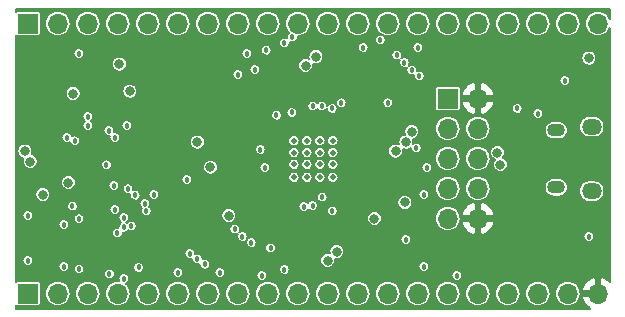
<source format=gbr>
G04 #@! TF.GenerationSoftware,KiCad,Pcbnew,(5.1.4-0-10_14)*
G04 #@! TF.CreationDate,2019-08-31T02:18:22-07:00*
G04 #@! TF.ProjectId,max_breakout,6d61785f-6272-4656-916b-6f75742e6b69,2.0*
G04 #@! TF.SameCoordinates,Original*
G04 #@! TF.FileFunction,Copper,L2,Inr*
G04 #@! TF.FilePolarity,Positive*
%FSLAX46Y46*%
G04 Gerber Fmt 4.6, Leading zero omitted, Abs format (unit mm)*
G04 Created by KiCad (PCBNEW (5.1.4-0-10_14)) date 2019-08-31 02:18:22*
%MOMM*%
%LPD*%
G04 APERTURE LIST*
%ADD10O,1.700000X1.700000*%
%ADD11R,1.700000X1.700000*%
%ADD12C,0.500000*%
%ADD13O,1.700000X1.350000*%
%ADD14O,1.500000X1.100000*%
%ADD15C,0.812800*%
%ADD16C,0.660400*%
%ADD17C,0.457200*%
%ADD18C,0.152400*%
G04 APERTURE END LIST*
D10*
X162306000Y-98044000D03*
X159766000Y-98044000D03*
X157226000Y-98044000D03*
X154686000Y-98044000D03*
X152146000Y-98044000D03*
X149606000Y-98044000D03*
X147066000Y-98044000D03*
X144526000Y-98044000D03*
X141986000Y-98044000D03*
X139446000Y-98044000D03*
X136906000Y-98044000D03*
X134366000Y-98044000D03*
X131826000Y-98044000D03*
X129286000Y-98044000D03*
X126746000Y-98044000D03*
X124206000Y-98044000D03*
X121666000Y-98044000D03*
X119126000Y-98044000D03*
X116586000Y-98044000D03*
D11*
X114046000Y-98044000D03*
D10*
X162306000Y-120904000D03*
X159766000Y-120904000D03*
X157226000Y-120904000D03*
X154686000Y-120904000D03*
X152146000Y-120904000D03*
X149606000Y-120904000D03*
X147066000Y-120904000D03*
X144526000Y-120904000D03*
X141986000Y-120904000D03*
X139446000Y-120904000D03*
X136906000Y-120904000D03*
X134366000Y-120904000D03*
X131826000Y-120904000D03*
X129286000Y-120904000D03*
X126746000Y-120904000D03*
X124206000Y-120904000D03*
X121666000Y-120904000D03*
X119126000Y-120904000D03*
X116586000Y-120904000D03*
D11*
X114046000Y-120904000D03*
D12*
X139876000Y-107974000D03*
X139876000Y-108974000D03*
X139876000Y-109974000D03*
X137676000Y-108974000D03*
X138776000Y-107974000D03*
X139876000Y-111074000D03*
X138776000Y-111074000D03*
X137676000Y-111074000D03*
X136576000Y-111074000D03*
X137676000Y-107974000D03*
X136576000Y-107974000D03*
X136576000Y-109974000D03*
X137676000Y-109974000D03*
X138776000Y-109974000D03*
X138776000Y-108974000D03*
X136576000Y-108974000D03*
D13*
X161782000Y-106769000D03*
X161782000Y-112229000D03*
D14*
X158782000Y-107079000D03*
X158782000Y-111919000D03*
D10*
X152146000Y-114554000D03*
X149606000Y-114554000D03*
X152146000Y-112014000D03*
X149606000Y-112014000D03*
X152146000Y-109474000D03*
X149606000Y-109474000D03*
X152146000Y-106934000D03*
X149606000Y-106934000D03*
X152146000Y-104394000D03*
D11*
X149606000Y-104394000D03*
D15*
X137668000Y-118110000D03*
X140970000Y-101600000D03*
X140208000Y-100838000D03*
X146812000Y-110744000D03*
X121285000Y-105664000D03*
X157480886Y-109476270D03*
X161544000Y-103886000D03*
X157480000Y-101473000D03*
X156464000Y-100584000D03*
X120396000Y-102870000D03*
X133857996Y-106933996D03*
X145034000Y-103632000D03*
X158496000Y-117348000D03*
X136779000Y-117348000D03*
X146050000Y-111505988D03*
X120269000Y-117347986D03*
X122809000Y-108839000D03*
D16*
X129641784Y-107462850D03*
D15*
X119125992Y-107950000D03*
X116459000Y-107971802D03*
X124079000Y-107950000D03*
X154686000Y-113919000D03*
X127557802Y-116459000D03*
X115443000Y-111506000D03*
X127416006Y-109219990D03*
X130810000Y-102362000D03*
X116332000Y-100330000D03*
X148675422Y-116172463D03*
X125729987Y-104647987D03*
D17*
X133858000Y-119380000D03*
X150368000Y-119380000D03*
X147574000Y-112522000D03*
X147828000Y-110236000D03*
X138976000Y-112738000D03*
X135090436Y-105795895D03*
X139816937Y-105232190D03*
X144526000Y-104761380D03*
X140589000Y-104761380D03*
X138938000Y-105029000D03*
X138176000Y-105029000D03*
X136448790Y-99187735D03*
X135763000Y-99694988D03*
X134228175Y-100298331D03*
X132588000Y-100584000D03*
X133265989Y-101938011D03*
X139827000Y-113919000D03*
X132969000Y-116586000D03*
X132207000Y-116078000D03*
X138157483Y-113462165D03*
X122174000Y-119634000D03*
X122174000Y-115279309D03*
X145288000Y-100711000D03*
X143891000Y-99441000D03*
X147066000Y-100076000D03*
X142443210Y-100076000D03*
X146939000Y-108585000D03*
D15*
X115316000Y-112522000D03*
X121793000Y-101473000D03*
X113792000Y-108839000D03*
X114250198Y-109728000D03*
X161544000Y-100965000D03*
X139420590Y-118110000D03*
X128397000Y-108077000D03*
X137566410Y-101600000D03*
X138444000Y-100852000D03*
X145975736Y-113182410D03*
X140207986Y-117348000D03*
X117873640Y-103975800D03*
X153797000Y-108966000D03*
X146050000Y-108077000D03*
X146558000Y-107188000D03*
X143391802Y-114554000D03*
X154050998Y-109982000D03*
X117475000Y-111506000D03*
X145184802Y-108839000D03*
X131064000Y-114300000D03*
X129501925Y-110211297D03*
D17*
X147193000Y-102489000D03*
X146558000Y-101981000D03*
X145923000Y-101346000D03*
X134112000Y-110236000D03*
X137414000Y-113538000D03*
X131572000Y-115443000D03*
X121412000Y-113792000D03*
X126746000Y-119126000D03*
X130302000Y-119126000D03*
X120946915Y-119251171D03*
X135763000Y-118872000D03*
X123418599Y-118694190D03*
X123138664Y-112573336D03*
X134607810Y-117043210D03*
X121630228Y-115772566D03*
X129032000Y-118414779D03*
X118375582Y-114571770D03*
X118375582Y-118821221D03*
X117094000Y-115062000D03*
X128397000Y-117982969D03*
X117094000Y-118618000D03*
X114046000Y-114300000D03*
X127757044Y-117525812D03*
X114046000Y-118110000D03*
X146050000Y-116332000D03*
X155487601Y-105232190D03*
X147574000Y-118618000D03*
X118031298Y-107963342D03*
X161544000Y-116078000D03*
X118364000Y-100584000D03*
X159512000Y-102870000D03*
X136398000Y-105561328D03*
X157226000Y-105664000D03*
X117816801Y-113498801D03*
X119126000Y-106680000D03*
X120904198Y-107111810D03*
X122174000Y-114477787D03*
X119126000Y-105918000D03*
X123952000Y-113284000D03*
X122428000Y-106680000D03*
X117348004Y-107696000D03*
X122529612Y-112037858D03*
X121411974Y-107696000D03*
X127508000Y-111252000D03*
X121320604Y-111771276D03*
X122809000Y-115189000D03*
X124079000Y-113919000D03*
X124714000Y-112522000D03*
X133731000Y-108712000D03*
X120700987Y-110003943D03*
X131826000Y-102362000D03*
D15*
X122682010Y-103775000D03*
D18*
G36*
X163322400Y-97678963D02*
G01*
X163307317Y-97629241D01*
X163207162Y-97441863D01*
X163072375Y-97277625D01*
X162908137Y-97142838D01*
X162720759Y-97042683D01*
X162517442Y-96981007D01*
X162358980Y-96965400D01*
X162253020Y-96965400D01*
X162094558Y-96981007D01*
X161891241Y-97042683D01*
X161703863Y-97142838D01*
X161539625Y-97277625D01*
X161404838Y-97441863D01*
X161304683Y-97629241D01*
X161243007Y-97832558D01*
X161222182Y-98044000D01*
X161243007Y-98255442D01*
X161304683Y-98458759D01*
X161404838Y-98646137D01*
X161539625Y-98810375D01*
X161703863Y-98945162D01*
X161891241Y-99045317D01*
X162094558Y-99106993D01*
X162253020Y-99122600D01*
X162358980Y-99122600D01*
X162517442Y-99106993D01*
X162720759Y-99045317D01*
X162908137Y-98945162D01*
X163072375Y-98810375D01*
X163207162Y-98646137D01*
X163307317Y-98458759D01*
X163322400Y-98409037D01*
X163322401Y-119901906D01*
X163230355Y-119807406D01*
X162998659Y-119648144D01*
X162740344Y-119537144D01*
X162704239Y-119526199D01*
X162483800Y-119628180D01*
X162483800Y-120726200D01*
X162503800Y-120726200D01*
X162503800Y-121081800D01*
X162483800Y-121081800D01*
X162483800Y-121101800D01*
X162128200Y-121101800D01*
X162128200Y-121081800D01*
X161028907Y-121081800D01*
X160928192Y-121302240D01*
X161032359Y-121563385D01*
X161185471Y-121799190D01*
X161381645Y-122000594D01*
X161613341Y-122159856D01*
X161647187Y-122174400D01*
X113029600Y-122174400D01*
X113029600Y-121911586D01*
X113033573Y-121916427D01*
X113068382Y-121944994D01*
X113108095Y-121966221D01*
X113151187Y-121979292D01*
X113196000Y-121983706D01*
X114896000Y-121983706D01*
X114940813Y-121979292D01*
X114983905Y-121966221D01*
X115023618Y-121944994D01*
X115058427Y-121916427D01*
X115086994Y-121881618D01*
X115108221Y-121841905D01*
X115121292Y-121798813D01*
X115125706Y-121754000D01*
X115125706Y-120904000D01*
X115502182Y-120904000D01*
X115523007Y-121115442D01*
X115584683Y-121318759D01*
X115684838Y-121506137D01*
X115819625Y-121670375D01*
X115983863Y-121805162D01*
X116171241Y-121905317D01*
X116374558Y-121966993D01*
X116533020Y-121982600D01*
X116638980Y-121982600D01*
X116797442Y-121966993D01*
X117000759Y-121905317D01*
X117188137Y-121805162D01*
X117352375Y-121670375D01*
X117487162Y-121506137D01*
X117587317Y-121318759D01*
X117648993Y-121115442D01*
X117669818Y-120904000D01*
X118042182Y-120904000D01*
X118063007Y-121115442D01*
X118124683Y-121318759D01*
X118224838Y-121506137D01*
X118359625Y-121670375D01*
X118523863Y-121805162D01*
X118711241Y-121905317D01*
X118914558Y-121966993D01*
X119073020Y-121982600D01*
X119178980Y-121982600D01*
X119337442Y-121966993D01*
X119540759Y-121905317D01*
X119728137Y-121805162D01*
X119892375Y-121670375D01*
X120027162Y-121506137D01*
X120127317Y-121318759D01*
X120188993Y-121115442D01*
X120209818Y-120904000D01*
X120582182Y-120904000D01*
X120603007Y-121115442D01*
X120664683Y-121318759D01*
X120764838Y-121506137D01*
X120899625Y-121670375D01*
X121063863Y-121805162D01*
X121251241Y-121905317D01*
X121454558Y-121966993D01*
X121613020Y-121982600D01*
X121718980Y-121982600D01*
X121877442Y-121966993D01*
X122080759Y-121905317D01*
X122268137Y-121805162D01*
X122432375Y-121670375D01*
X122567162Y-121506137D01*
X122667317Y-121318759D01*
X122728993Y-121115442D01*
X122749818Y-120904000D01*
X123122182Y-120904000D01*
X123143007Y-121115442D01*
X123204683Y-121318759D01*
X123304838Y-121506137D01*
X123439625Y-121670375D01*
X123603863Y-121805162D01*
X123791241Y-121905317D01*
X123994558Y-121966993D01*
X124153020Y-121982600D01*
X124258980Y-121982600D01*
X124417442Y-121966993D01*
X124620759Y-121905317D01*
X124808137Y-121805162D01*
X124972375Y-121670375D01*
X125107162Y-121506137D01*
X125207317Y-121318759D01*
X125268993Y-121115442D01*
X125289818Y-120904000D01*
X125662182Y-120904000D01*
X125683007Y-121115442D01*
X125744683Y-121318759D01*
X125844838Y-121506137D01*
X125979625Y-121670375D01*
X126143863Y-121805162D01*
X126331241Y-121905317D01*
X126534558Y-121966993D01*
X126693020Y-121982600D01*
X126798980Y-121982600D01*
X126957442Y-121966993D01*
X127160759Y-121905317D01*
X127348137Y-121805162D01*
X127512375Y-121670375D01*
X127647162Y-121506137D01*
X127747317Y-121318759D01*
X127808993Y-121115442D01*
X127829818Y-120904000D01*
X128202182Y-120904000D01*
X128223007Y-121115442D01*
X128284683Y-121318759D01*
X128384838Y-121506137D01*
X128519625Y-121670375D01*
X128683863Y-121805162D01*
X128871241Y-121905317D01*
X129074558Y-121966993D01*
X129233020Y-121982600D01*
X129338980Y-121982600D01*
X129497442Y-121966993D01*
X129700759Y-121905317D01*
X129888137Y-121805162D01*
X130052375Y-121670375D01*
X130187162Y-121506137D01*
X130287317Y-121318759D01*
X130348993Y-121115442D01*
X130369818Y-120904000D01*
X130742182Y-120904000D01*
X130763007Y-121115442D01*
X130824683Y-121318759D01*
X130924838Y-121506137D01*
X131059625Y-121670375D01*
X131223863Y-121805162D01*
X131411241Y-121905317D01*
X131614558Y-121966993D01*
X131773020Y-121982600D01*
X131878980Y-121982600D01*
X132037442Y-121966993D01*
X132240759Y-121905317D01*
X132428137Y-121805162D01*
X132592375Y-121670375D01*
X132727162Y-121506137D01*
X132827317Y-121318759D01*
X132888993Y-121115442D01*
X132909818Y-120904000D01*
X133282182Y-120904000D01*
X133303007Y-121115442D01*
X133364683Y-121318759D01*
X133464838Y-121506137D01*
X133599625Y-121670375D01*
X133763863Y-121805162D01*
X133951241Y-121905317D01*
X134154558Y-121966993D01*
X134313020Y-121982600D01*
X134418980Y-121982600D01*
X134577442Y-121966993D01*
X134780759Y-121905317D01*
X134968137Y-121805162D01*
X135132375Y-121670375D01*
X135267162Y-121506137D01*
X135367317Y-121318759D01*
X135428993Y-121115442D01*
X135449818Y-120904000D01*
X135822182Y-120904000D01*
X135843007Y-121115442D01*
X135904683Y-121318759D01*
X136004838Y-121506137D01*
X136139625Y-121670375D01*
X136303863Y-121805162D01*
X136491241Y-121905317D01*
X136694558Y-121966993D01*
X136853020Y-121982600D01*
X136958980Y-121982600D01*
X137117442Y-121966993D01*
X137320759Y-121905317D01*
X137508137Y-121805162D01*
X137672375Y-121670375D01*
X137807162Y-121506137D01*
X137907317Y-121318759D01*
X137968993Y-121115442D01*
X137989818Y-120904000D01*
X138362182Y-120904000D01*
X138383007Y-121115442D01*
X138444683Y-121318759D01*
X138544838Y-121506137D01*
X138679625Y-121670375D01*
X138843863Y-121805162D01*
X139031241Y-121905317D01*
X139234558Y-121966993D01*
X139393020Y-121982600D01*
X139498980Y-121982600D01*
X139657442Y-121966993D01*
X139860759Y-121905317D01*
X140048137Y-121805162D01*
X140212375Y-121670375D01*
X140347162Y-121506137D01*
X140447317Y-121318759D01*
X140508993Y-121115442D01*
X140529818Y-120904000D01*
X140902182Y-120904000D01*
X140923007Y-121115442D01*
X140984683Y-121318759D01*
X141084838Y-121506137D01*
X141219625Y-121670375D01*
X141383863Y-121805162D01*
X141571241Y-121905317D01*
X141774558Y-121966993D01*
X141933020Y-121982600D01*
X142038980Y-121982600D01*
X142197442Y-121966993D01*
X142400759Y-121905317D01*
X142588137Y-121805162D01*
X142752375Y-121670375D01*
X142887162Y-121506137D01*
X142987317Y-121318759D01*
X143048993Y-121115442D01*
X143069818Y-120904000D01*
X143442182Y-120904000D01*
X143463007Y-121115442D01*
X143524683Y-121318759D01*
X143624838Y-121506137D01*
X143759625Y-121670375D01*
X143923863Y-121805162D01*
X144111241Y-121905317D01*
X144314558Y-121966993D01*
X144473020Y-121982600D01*
X144578980Y-121982600D01*
X144737442Y-121966993D01*
X144940759Y-121905317D01*
X145128137Y-121805162D01*
X145292375Y-121670375D01*
X145427162Y-121506137D01*
X145527317Y-121318759D01*
X145588993Y-121115442D01*
X145609818Y-120904000D01*
X145982182Y-120904000D01*
X146003007Y-121115442D01*
X146064683Y-121318759D01*
X146164838Y-121506137D01*
X146299625Y-121670375D01*
X146463863Y-121805162D01*
X146651241Y-121905317D01*
X146854558Y-121966993D01*
X147013020Y-121982600D01*
X147118980Y-121982600D01*
X147277442Y-121966993D01*
X147480759Y-121905317D01*
X147668137Y-121805162D01*
X147832375Y-121670375D01*
X147967162Y-121506137D01*
X148067317Y-121318759D01*
X148128993Y-121115442D01*
X148149818Y-120904000D01*
X148522182Y-120904000D01*
X148543007Y-121115442D01*
X148604683Y-121318759D01*
X148704838Y-121506137D01*
X148839625Y-121670375D01*
X149003863Y-121805162D01*
X149191241Y-121905317D01*
X149394558Y-121966993D01*
X149553020Y-121982600D01*
X149658980Y-121982600D01*
X149817442Y-121966993D01*
X150020759Y-121905317D01*
X150208137Y-121805162D01*
X150372375Y-121670375D01*
X150507162Y-121506137D01*
X150607317Y-121318759D01*
X150668993Y-121115442D01*
X150689818Y-120904000D01*
X151062182Y-120904000D01*
X151083007Y-121115442D01*
X151144683Y-121318759D01*
X151244838Y-121506137D01*
X151379625Y-121670375D01*
X151543863Y-121805162D01*
X151731241Y-121905317D01*
X151934558Y-121966993D01*
X152093020Y-121982600D01*
X152198980Y-121982600D01*
X152357442Y-121966993D01*
X152560759Y-121905317D01*
X152748137Y-121805162D01*
X152912375Y-121670375D01*
X153047162Y-121506137D01*
X153147317Y-121318759D01*
X153208993Y-121115442D01*
X153229818Y-120904000D01*
X153602182Y-120904000D01*
X153623007Y-121115442D01*
X153684683Y-121318759D01*
X153784838Y-121506137D01*
X153919625Y-121670375D01*
X154083863Y-121805162D01*
X154271241Y-121905317D01*
X154474558Y-121966993D01*
X154633020Y-121982600D01*
X154738980Y-121982600D01*
X154897442Y-121966993D01*
X155100759Y-121905317D01*
X155288137Y-121805162D01*
X155452375Y-121670375D01*
X155587162Y-121506137D01*
X155687317Y-121318759D01*
X155748993Y-121115442D01*
X155769818Y-120904000D01*
X156142182Y-120904000D01*
X156163007Y-121115442D01*
X156224683Y-121318759D01*
X156324838Y-121506137D01*
X156459625Y-121670375D01*
X156623863Y-121805162D01*
X156811241Y-121905317D01*
X157014558Y-121966993D01*
X157173020Y-121982600D01*
X157278980Y-121982600D01*
X157437442Y-121966993D01*
X157640759Y-121905317D01*
X157828137Y-121805162D01*
X157992375Y-121670375D01*
X158127162Y-121506137D01*
X158227317Y-121318759D01*
X158288993Y-121115442D01*
X158309818Y-120904000D01*
X158682182Y-120904000D01*
X158703007Y-121115442D01*
X158764683Y-121318759D01*
X158864838Y-121506137D01*
X158999625Y-121670375D01*
X159163863Y-121805162D01*
X159351241Y-121905317D01*
X159554558Y-121966993D01*
X159713020Y-121982600D01*
X159818980Y-121982600D01*
X159977442Y-121966993D01*
X160180759Y-121905317D01*
X160368137Y-121805162D01*
X160532375Y-121670375D01*
X160667162Y-121506137D01*
X160767317Y-121318759D01*
X160828993Y-121115442D01*
X160849818Y-120904000D01*
X160828993Y-120692558D01*
X160772329Y-120505760D01*
X160928192Y-120505760D01*
X161028907Y-120726200D01*
X162128200Y-120726200D01*
X162128200Y-119628180D01*
X161907761Y-119526199D01*
X161871656Y-119537144D01*
X161613341Y-119648144D01*
X161381645Y-119807406D01*
X161185471Y-120008810D01*
X161032359Y-120244615D01*
X160928192Y-120505760D01*
X160772329Y-120505760D01*
X160767317Y-120489241D01*
X160667162Y-120301863D01*
X160532375Y-120137625D01*
X160368137Y-120002838D01*
X160180759Y-119902683D01*
X159977442Y-119841007D01*
X159818980Y-119825400D01*
X159713020Y-119825400D01*
X159554558Y-119841007D01*
X159351241Y-119902683D01*
X159163863Y-120002838D01*
X158999625Y-120137625D01*
X158864838Y-120301863D01*
X158764683Y-120489241D01*
X158703007Y-120692558D01*
X158682182Y-120904000D01*
X158309818Y-120904000D01*
X158288993Y-120692558D01*
X158227317Y-120489241D01*
X158127162Y-120301863D01*
X157992375Y-120137625D01*
X157828137Y-120002838D01*
X157640759Y-119902683D01*
X157437442Y-119841007D01*
X157278980Y-119825400D01*
X157173020Y-119825400D01*
X157014558Y-119841007D01*
X156811241Y-119902683D01*
X156623863Y-120002838D01*
X156459625Y-120137625D01*
X156324838Y-120301863D01*
X156224683Y-120489241D01*
X156163007Y-120692558D01*
X156142182Y-120904000D01*
X155769818Y-120904000D01*
X155748993Y-120692558D01*
X155687317Y-120489241D01*
X155587162Y-120301863D01*
X155452375Y-120137625D01*
X155288137Y-120002838D01*
X155100759Y-119902683D01*
X154897442Y-119841007D01*
X154738980Y-119825400D01*
X154633020Y-119825400D01*
X154474558Y-119841007D01*
X154271241Y-119902683D01*
X154083863Y-120002838D01*
X153919625Y-120137625D01*
X153784838Y-120301863D01*
X153684683Y-120489241D01*
X153623007Y-120692558D01*
X153602182Y-120904000D01*
X153229818Y-120904000D01*
X153208993Y-120692558D01*
X153147317Y-120489241D01*
X153047162Y-120301863D01*
X152912375Y-120137625D01*
X152748137Y-120002838D01*
X152560759Y-119902683D01*
X152357442Y-119841007D01*
X152198980Y-119825400D01*
X152093020Y-119825400D01*
X151934558Y-119841007D01*
X151731241Y-119902683D01*
X151543863Y-120002838D01*
X151379625Y-120137625D01*
X151244838Y-120301863D01*
X151144683Y-120489241D01*
X151083007Y-120692558D01*
X151062182Y-120904000D01*
X150689818Y-120904000D01*
X150668993Y-120692558D01*
X150607317Y-120489241D01*
X150507162Y-120301863D01*
X150372375Y-120137625D01*
X150208137Y-120002838D01*
X150020759Y-119902683D01*
X149817442Y-119841007D01*
X149658980Y-119825400D01*
X149553020Y-119825400D01*
X149394558Y-119841007D01*
X149191241Y-119902683D01*
X149003863Y-120002838D01*
X148839625Y-120137625D01*
X148704838Y-120301863D01*
X148604683Y-120489241D01*
X148543007Y-120692558D01*
X148522182Y-120904000D01*
X148149818Y-120904000D01*
X148128993Y-120692558D01*
X148067317Y-120489241D01*
X147967162Y-120301863D01*
X147832375Y-120137625D01*
X147668137Y-120002838D01*
X147480759Y-119902683D01*
X147277442Y-119841007D01*
X147118980Y-119825400D01*
X147013020Y-119825400D01*
X146854558Y-119841007D01*
X146651241Y-119902683D01*
X146463863Y-120002838D01*
X146299625Y-120137625D01*
X146164838Y-120301863D01*
X146064683Y-120489241D01*
X146003007Y-120692558D01*
X145982182Y-120904000D01*
X145609818Y-120904000D01*
X145588993Y-120692558D01*
X145527317Y-120489241D01*
X145427162Y-120301863D01*
X145292375Y-120137625D01*
X145128137Y-120002838D01*
X144940759Y-119902683D01*
X144737442Y-119841007D01*
X144578980Y-119825400D01*
X144473020Y-119825400D01*
X144314558Y-119841007D01*
X144111241Y-119902683D01*
X143923863Y-120002838D01*
X143759625Y-120137625D01*
X143624838Y-120301863D01*
X143524683Y-120489241D01*
X143463007Y-120692558D01*
X143442182Y-120904000D01*
X143069818Y-120904000D01*
X143048993Y-120692558D01*
X142987317Y-120489241D01*
X142887162Y-120301863D01*
X142752375Y-120137625D01*
X142588137Y-120002838D01*
X142400759Y-119902683D01*
X142197442Y-119841007D01*
X142038980Y-119825400D01*
X141933020Y-119825400D01*
X141774558Y-119841007D01*
X141571241Y-119902683D01*
X141383863Y-120002838D01*
X141219625Y-120137625D01*
X141084838Y-120301863D01*
X140984683Y-120489241D01*
X140923007Y-120692558D01*
X140902182Y-120904000D01*
X140529818Y-120904000D01*
X140508993Y-120692558D01*
X140447317Y-120489241D01*
X140347162Y-120301863D01*
X140212375Y-120137625D01*
X140048137Y-120002838D01*
X139860759Y-119902683D01*
X139657442Y-119841007D01*
X139498980Y-119825400D01*
X139393020Y-119825400D01*
X139234558Y-119841007D01*
X139031241Y-119902683D01*
X138843863Y-120002838D01*
X138679625Y-120137625D01*
X138544838Y-120301863D01*
X138444683Y-120489241D01*
X138383007Y-120692558D01*
X138362182Y-120904000D01*
X137989818Y-120904000D01*
X137968993Y-120692558D01*
X137907317Y-120489241D01*
X137807162Y-120301863D01*
X137672375Y-120137625D01*
X137508137Y-120002838D01*
X137320759Y-119902683D01*
X137117442Y-119841007D01*
X136958980Y-119825400D01*
X136853020Y-119825400D01*
X136694558Y-119841007D01*
X136491241Y-119902683D01*
X136303863Y-120002838D01*
X136139625Y-120137625D01*
X136004838Y-120301863D01*
X135904683Y-120489241D01*
X135843007Y-120692558D01*
X135822182Y-120904000D01*
X135449818Y-120904000D01*
X135428993Y-120692558D01*
X135367317Y-120489241D01*
X135267162Y-120301863D01*
X135132375Y-120137625D01*
X134968137Y-120002838D01*
X134780759Y-119902683D01*
X134577442Y-119841007D01*
X134418980Y-119825400D01*
X134313020Y-119825400D01*
X134154558Y-119841007D01*
X133951241Y-119902683D01*
X133763863Y-120002838D01*
X133599625Y-120137625D01*
X133464838Y-120301863D01*
X133364683Y-120489241D01*
X133303007Y-120692558D01*
X133282182Y-120904000D01*
X132909818Y-120904000D01*
X132888993Y-120692558D01*
X132827317Y-120489241D01*
X132727162Y-120301863D01*
X132592375Y-120137625D01*
X132428137Y-120002838D01*
X132240759Y-119902683D01*
X132037442Y-119841007D01*
X131878980Y-119825400D01*
X131773020Y-119825400D01*
X131614558Y-119841007D01*
X131411241Y-119902683D01*
X131223863Y-120002838D01*
X131059625Y-120137625D01*
X130924838Y-120301863D01*
X130824683Y-120489241D01*
X130763007Y-120692558D01*
X130742182Y-120904000D01*
X130369818Y-120904000D01*
X130348993Y-120692558D01*
X130287317Y-120489241D01*
X130187162Y-120301863D01*
X130052375Y-120137625D01*
X129888137Y-120002838D01*
X129700759Y-119902683D01*
X129497442Y-119841007D01*
X129338980Y-119825400D01*
X129233020Y-119825400D01*
X129074558Y-119841007D01*
X128871241Y-119902683D01*
X128683863Y-120002838D01*
X128519625Y-120137625D01*
X128384838Y-120301863D01*
X128284683Y-120489241D01*
X128223007Y-120692558D01*
X128202182Y-120904000D01*
X127829818Y-120904000D01*
X127808993Y-120692558D01*
X127747317Y-120489241D01*
X127647162Y-120301863D01*
X127512375Y-120137625D01*
X127348137Y-120002838D01*
X127160759Y-119902683D01*
X126957442Y-119841007D01*
X126798980Y-119825400D01*
X126693020Y-119825400D01*
X126534558Y-119841007D01*
X126331241Y-119902683D01*
X126143863Y-120002838D01*
X125979625Y-120137625D01*
X125844838Y-120301863D01*
X125744683Y-120489241D01*
X125683007Y-120692558D01*
X125662182Y-120904000D01*
X125289818Y-120904000D01*
X125268993Y-120692558D01*
X125207317Y-120489241D01*
X125107162Y-120301863D01*
X124972375Y-120137625D01*
X124808137Y-120002838D01*
X124620759Y-119902683D01*
X124417442Y-119841007D01*
X124258980Y-119825400D01*
X124153020Y-119825400D01*
X123994558Y-119841007D01*
X123791241Y-119902683D01*
X123603863Y-120002838D01*
X123439625Y-120137625D01*
X123304838Y-120301863D01*
X123204683Y-120489241D01*
X123143007Y-120692558D01*
X123122182Y-120904000D01*
X122749818Y-120904000D01*
X122728993Y-120692558D01*
X122667317Y-120489241D01*
X122567162Y-120301863D01*
X122432375Y-120137625D01*
X122338620Y-120060682D01*
X122390565Y-120039165D01*
X122465448Y-119989130D01*
X122529130Y-119925448D01*
X122579165Y-119850565D01*
X122613630Y-119767360D01*
X122631200Y-119679030D01*
X122631200Y-119588970D01*
X122613630Y-119500640D01*
X122579165Y-119417435D01*
X122529130Y-119342552D01*
X122465448Y-119278870D01*
X122390565Y-119228835D01*
X122307360Y-119194370D01*
X122219030Y-119176800D01*
X122128970Y-119176800D01*
X122040640Y-119194370D01*
X121957435Y-119228835D01*
X121882552Y-119278870D01*
X121818870Y-119342552D01*
X121768835Y-119417435D01*
X121734370Y-119500640D01*
X121716800Y-119588970D01*
X121716800Y-119679030D01*
X121734370Y-119767360D01*
X121760088Y-119829449D01*
X121718980Y-119825400D01*
X121613020Y-119825400D01*
X121454558Y-119841007D01*
X121251241Y-119902683D01*
X121063863Y-120002838D01*
X120899625Y-120137625D01*
X120764838Y-120301863D01*
X120664683Y-120489241D01*
X120603007Y-120692558D01*
X120582182Y-120904000D01*
X120209818Y-120904000D01*
X120188993Y-120692558D01*
X120127317Y-120489241D01*
X120027162Y-120301863D01*
X119892375Y-120137625D01*
X119728137Y-120002838D01*
X119540759Y-119902683D01*
X119337442Y-119841007D01*
X119178980Y-119825400D01*
X119073020Y-119825400D01*
X118914558Y-119841007D01*
X118711241Y-119902683D01*
X118523863Y-120002838D01*
X118359625Y-120137625D01*
X118224838Y-120301863D01*
X118124683Y-120489241D01*
X118063007Y-120692558D01*
X118042182Y-120904000D01*
X117669818Y-120904000D01*
X117648993Y-120692558D01*
X117587317Y-120489241D01*
X117487162Y-120301863D01*
X117352375Y-120137625D01*
X117188137Y-120002838D01*
X117000759Y-119902683D01*
X116797442Y-119841007D01*
X116638980Y-119825400D01*
X116533020Y-119825400D01*
X116374558Y-119841007D01*
X116171241Y-119902683D01*
X115983863Y-120002838D01*
X115819625Y-120137625D01*
X115684838Y-120301863D01*
X115584683Y-120489241D01*
X115523007Y-120692558D01*
X115502182Y-120904000D01*
X115125706Y-120904000D01*
X115125706Y-120054000D01*
X115121292Y-120009187D01*
X115108221Y-119966095D01*
X115086994Y-119926382D01*
X115058427Y-119891573D01*
X115023618Y-119863006D01*
X114983905Y-119841779D01*
X114940813Y-119828708D01*
X114896000Y-119824294D01*
X113196000Y-119824294D01*
X113151187Y-119828708D01*
X113108095Y-119841779D01*
X113068382Y-119863006D01*
X113033573Y-119891573D01*
X113029600Y-119896414D01*
X113029600Y-118572970D01*
X116636800Y-118572970D01*
X116636800Y-118663030D01*
X116654370Y-118751360D01*
X116688835Y-118834565D01*
X116738870Y-118909448D01*
X116802552Y-118973130D01*
X116877435Y-119023165D01*
X116960640Y-119057630D01*
X117048970Y-119075200D01*
X117139030Y-119075200D01*
X117227360Y-119057630D01*
X117310565Y-119023165D01*
X117385448Y-118973130D01*
X117449130Y-118909448D01*
X117499165Y-118834565D01*
X117523344Y-118776191D01*
X117918382Y-118776191D01*
X117918382Y-118866251D01*
X117935952Y-118954581D01*
X117970417Y-119037786D01*
X118020452Y-119112669D01*
X118084134Y-119176351D01*
X118159017Y-119226386D01*
X118242222Y-119260851D01*
X118330552Y-119278421D01*
X118420612Y-119278421D01*
X118508942Y-119260851D01*
X118592147Y-119226386D01*
X118622445Y-119206141D01*
X120489715Y-119206141D01*
X120489715Y-119296201D01*
X120507285Y-119384531D01*
X120541750Y-119467736D01*
X120591785Y-119542619D01*
X120655467Y-119606301D01*
X120730350Y-119656336D01*
X120813555Y-119690801D01*
X120901885Y-119708371D01*
X120991945Y-119708371D01*
X121080275Y-119690801D01*
X121163480Y-119656336D01*
X121238363Y-119606301D01*
X121302045Y-119542619D01*
X121352080Y-119467736D01*
X121386545Y-119384531D01*
X121404115Y-119296201D01*
X121404115Y-119206141D01*
X121386545Y-119117811D01*
X121352080Y-119034606D01*
X121302045Y-118959723D01*
X121238363Y-118896041D01*
X121163480Y-118846006D01*
X121080275Y-118811541D01*
X120991945Y-118793971D01*
X120901885Y-118793971D01*
X120813555Y-118811541D01*
X120730350Y-118846006D01*
X120655467Y-118896041D01*
X120591785Y-118959723D01*
X120541750Y-119034606D01*
X120507285Y-119117811D01*
X120489715Y-119206141D01*
X118622445Y-119206141D01*
X118667030Y-119176351D01*
X118730712Y-119112669D01*
X118780747Y-119037786D01*
X118815212Y-118954581D01*
X118832782Y-118866251D01*
X118832782Y-118776191D01*
X118815212Y-118687861D01*
X118799182Y-118649160D01*
X122961399Y-118649160D01*
X122961399Y-118739220D01*
X122978969Y-118827550D01*
X123013434Y-118910755D01*
X123063469Y-118985638D01*
X123127151Y-119049320D01*
X123202034Y-119099355D01*
X123285239Y-119133820D01*
X123373569Y-119151390D01*
X123463629Y-119151390D01*
X123551959Y-119133820D01*
X123635164Y-119099355D01*
X123662679Y-119080970D01*
X126288800Y-119080970D01*
X126288800Y-119171030D01*
X126306370Y-119259360D01*
X126340835Y-119342565D01*
X126390870Y-119417448D01*
X126454552Y-119481130D01*
X126529435Y-119531165D01*
X126612640Y-119565630D01*
X126700970Y-119583200D01*
X126791030Y-119583200D01*
X126879360Y-119565630D01*
X126962565Y-119531165D01*
X127037448Y-119481130D01*
X127101130Y-119417448D01*
X127151165Y-119342565D01*
X127185630Y-119259360D01*
X127203200Y-119171030D01*
X127203200Y-119080970D01*
X129844800Y-119080970D01*
X129844800Y-119171030D01*
X129862370Y-119259360D01*
X129896835Y-119342565D01*
X129946870Y-119417448D01*
X130010552Y-119481130D01*
X130085435Y-119531165D01*
X130168640Y-119565630D01*
X130256970Y-119583200D01*
X130347030Y-119583200D01*
X130435360Y-119565630D01*
X130518565Y-119531165D01*
X130593448Y-119481130D01*
X130657130Y-119417448D01*
X130707165Y-119342565D01*
X130710310Y-119334970D01*
X133400800Y-119334970D01*
X133400800Y-119425030D01*
X133418370Y-119513360D01*
X133452835Y-119596565D01*
X133502870Y-119671448D01*
X133566552Y-119735130D01*
X133641435Y-119785165D01*
X133724640Y-119819630D01*
X133812970Y-119837200D01*
X133903030Y-119837200D01*
X133991360Y-119819630D01*
X134074565Y-119785165D01*
X134149448Y-119735130D01*
X134213130Y-119671448D01*
X134263165Y-119596565D01*
X134297630Y-119513360D01*
X134315200Y-119425030D01*
X134315200Y-119334970D01*
X149910800Y-119334970D01*
X149910800Y-119425030D01*
X149928370Y-119513360D01*
X149962835Y-119596565D01*
X150012870Y-119671448D01*
X150076552Y-119735130D01*
X150151435Y-119785165D01*
X150234640Y-119819630D01*
X150322970Y-119837200D01*
X150413030Y-119837200D01*
X150501360Y-119819630D01*
X150584565Y-119785165D01*
X150659448Y-119735130D01*
X150723130Y-119671448D01*
X150773165Y-119596565D01*
X150807630Y-119513360D01*
X150825200Y-119425030D01*
X150825200Y-119334970D01*
X150807630Y-119246640D01*
X150773165Y-119163435D01*
X150723130Y-119088552D01*
X150659448Y-119024870D01*
X150584565Y-118974835D01*
X150501360Y-118940370D01*
X150413030Y-118922800D01*
X150322970Y-118922800D01*
X150234640Y-118940370D01*
X150151435Y-118974835D01*
X150076552Y-119024870D01*
X150012870Y-119088552D01*
X149962835Y-119163435D01*
X149928370Y-119246640D01*
X149910800Y-119334970D01*
X134315200Y-119334970D01*
X134297630Y-119246640D01*
X134263165Y-119163435D01*
X134213130Y-119088552D01*
X134149448Y-119024870D01*
X134074565Y-118974835D01*
X133991360Y-118940370D01*
X133903030Y-118922800D01*
X133812970Y-118922800D01*
X133724640Y-118940370D01*
X133641435Y-118974835D01*
X133566552Y-119024870D01*
X133502870Y-119088552D01*
X133452835Y-119163435D01*
X133418370Y-119246640D01*
X133400800Y-119334970D01*
X130710310Y-119334970D01*
X130741630Y-119259360D01*
X130759200Y-119171030D01*
X130759200Y-119080970D01*
X130741630Y-118992640D01*
X130707165Y-118909435D01*
X130657130Y-118834552D01*
X130649548Y-118826970D01*
X135305800Y-118826970D01*
X135305800Y-118917030D01*
X135323370Y-119005360D01*
X135357835Y-119088565D01*
X135407870Y-119163448D01*
X135471552Y-119227130D01*
X135546435Y-119277165D01*
X135629640Y-119311630D01*
X135717970Y-119329200D01*
X135808030Y-119329200D01*
X135896360Y-119311630D01*
X135979565Y-119277165D01*
X136054448Y-119227130D01*
X136118130Y-119163448D01*
X136168165Y-119088565D01*
X136202630Y-119005360D01*
X136220200Y-118917030D01*
X136220200Y-118826970D01*
X136202630Y-118738640D01*
X136168165Y-118655435D01*
X136118130Y-118580552D01*
X136054448Y-118516870D01*
X135979565Y-118466835D01*
X135896360Y-118432370D01*
X135808030Y-118414800D01*
X135717970Y-118414800D01*
X135629640Y-118432370D01*
X135546435Y-118466835D01*
X135471552Y-118516870D01*
X135407870Y-118580552D01*
X135357835Y-118655435D01*
X135323370Y-118738640D01*
X135305800Y-118826970D01*
X130649548Y-118826970D01*
X130593448Y-118770870D01*
X130518565Y-118720835D01*
X130435360Y-118686370D01*
X130347030Y-118668800D01*
X130256970Y-118668800D01*
X130168640Y-118686370D01*
X130085435Y-118720835D01*
X130010552Y-118770870D01*
X129946870Y-118834552D01*
X129896835Y-118909435D01*
X129862370Y-118992640D01*
X129844800Y-119080970D01*
X127203200Y-119080970D01*
X127185630Y-118992640D01*
X127151165Y-118909435D01*
X127101130Y-118834552D01*
X127037448Y-118770870D01*
X126962565Y-118720835D01*
X126879360Y-118686370D01*
X126791030Y-118668800D01*
X126700970Y-118668800D01*
X126612640Y-118686370D01*
X126529435Y-118720835D01*
X126454552Y-118770870D01*
X126390870Y-118834552D01*
X126340835Y-118909435D01*
X126306370Y-118992640D01*
X126288800Y-119080970D01*
X123662679Y-119080970D01*
X123710047Y-119049320D01*
X123773729Y-118985638D01*
X123823764Y-118910755D01*
X123858229Y-118827550D01*
X123875799Y-118739220D01*
X123875799Y-118649160D01*
X123858229Y-118560830D01*
X123823764Y-118477625D01*
X123773729Y-118402742D01*
X123710047Y-118339060D01*
X123635164Y-118289025D01*
X123551959Y-118254560D01*
X123463629Y-118236990D01*
X123373569Y-118236990D01*
X123285239Y-118254560D01*
X123202034Y-118289025D01*
X123127151Y-118339060D01*
X123063469Y-118402742D01*
X123013434Y-118477625D01*
X122978969Y-118560830D01*
X122961399Y-118649160D01*
X118799182Y-118649160D01*
X118780747Y-118604656D01*
X118730712Y-118529773D01*
X118667030Y-118466091D01*
X118592147Y-118416056D01*
X118508942Y-118381591D01*
X118420612Y-118364021D01*
X118330552Y-118364021D01*
X118242222Y-118381591D01*
X118159017Y-118416056D01*
X118084134Y-118466091D01*
X118020452Y-118529773D01*
X117970417Y-118604656D01*
X117935952Y-118687861D01*
X117918382Y-118776191D01*
X117523344Y-118776191D01*
X117533630Y-118751360D01*
X117551200Y-118663030D01*
X117551200Y-118572970D01*
X117533630Y-118484640D01*
X117499165Y-118401435D01*
X117449130Y-118326552D01*
X117385448Y-118262870D01*
X117310565Y-118212835D01*
X117227360Y-118178370D01*
X117139030Y-118160800D01*
X117048970Y-118160800D01*
X116960640Y-118178370D01*
X116877435Y-118212835D01*
X116802552Y-118262870D01*
X116738870Y-118326552D01*
X116688835Y-118401435D01*
X116654370Y-118484640D01*
X116636800Y-118572970D01*
X113029600Y-118572970D01*
X113029600Y-118064970D01*
X113588800Y-118064970D01*
X113588800Y-118155030D01*
X113606370Y-118243360D01*
X113640835Y-118326565D01*
X113690870Y-118401448D01*
X113754552Y-118465130D01*
X113829435Y-118515165D01*
X113912640Y-118549630D01*
X114000970Y-118567200D01*
X114091030Y-118567200D01*
X114179360Y-118549630D01*
X114262565Y-118515165D01*
X114337448Y-118465130D01*
X114401130Y-118401448D01*
X114451165Y-118326565D01*
X114485630Y-118243360D01*
X114503200Y-118155030D01*
X114503200Y-118064970D01*
X114485630Y-117976640D01*
X114451165Y-117893435D01*
X114401130Y-117818552D01*
X114337448Y-117754870D01*
X114262565Y-117704835D01*
X114179360Y-117670370D01*
X114091030Y-117652800D01*
X114000970Y-117652800D01*
X113912640Y-117670370D01*
X113829435Y-117704835D01*
X113754552Y-117754870D01*
X113690870Y-117818552D01*
X113640835Y-117893435D01*
X113606370Y-117976640D01*
X113588800Y-118064970D01*
X113029600Y-118064970D01*
X113029600Y-117480782D01*
X127299844Y-117480782D01*
X127299844Y-117570842D01*
X127317414Y-117659172D01*
X127351879Y-117742377D01*
X127401914Y-117817260D01*
X127465596Y-117880942D01*
X127540479Y-117930977D01*
X127623684Y-117965442D01*
X127712014Y-117983012D01*
X127802074Y-117983012D01*
X127890404Y-117965442D01*
X127939800Y-117944981D01*
X127939800Y-118027999D01*
X127957370Y-118116329D01*
X127991835Y-118199534D01*
X128041870Y-118274417D01*
X128105552Y-118338099D01*
X128180435Y-118388134D01*
X128263640Y-118422599D01*
X128351970Y-118440169D01*
X128442030Y-118440169D01*
X128530360Y-118422599D01*
X128574800Y-118404191D01*
X128574800Y-118459809D01*
X128592370Y-118548139D01*
X128626835Y-118631344D01*
X128676870Y-118706227D01*
X128740552Y-118769909D01*
X128815435Y-118819944D01*
X128898640Y-118854409D01*
X128986970Y-118871979D01*
X129077030Y-118871979D01*
X129165360Y-118854409D01*
X129248565Y-118819944D01*
X129323448Y-118769909D01*
X129387130Y-118706227D01*
X129437165Y-118631344D01*
X129471630Y-118548139D01*
X129489200Y-118459809D01*
X129489200Y-118369749D01*
X129471630Y-118281419D01*
X129437165Y-118198214D01*
X129387130Y-118123331D01*
X129323448Y-118059649D01*
X129305203Y-118047458D01*
X138785590Y-118047458D01*
X138785590Y-118172542D01*
X138809993Y-118295223D01*
X138857861Y-118410785D01*
X138927354Y-118514789D01*
X139015801Y-118603236D01*
X139119805Y-118672729D01*
X139235367Y-118720597D01*
X139358048Y-118745000D01*
X139483132Y-118745000D01*
X139605813Y-118720597D01*
X139721375Y-118672729D01*
X139825379Y-118603236D01*
X139855645Y-118572970D01*
X147116800Y-118572970D01*
X147116800Y-118663030D01*
X147134370Y-118751360D01*
X147168835Y-118834565D01*
X147218870Y-118909448D01*
X147282552Y-118973130D01*
X147357435Y-119023165D01*
X147440640Y-119057630D01*
X147528970Y-119075200D01*
X147619030Y-119075200D01*
X147707360Y-119057630D01*
X147790565Y-119023165D01*
X147865448Y-118973130D01*
X147929130Y-118909448D01*
X147979165Y-118834565D01*
X148013630Y-118751360D01*
X148031200Y-118663030D01*
X148031200Y-118572970D01*
X148013630Y-118484640D01*
X147979165Y-118401435D01*
X147929130Y-118326552D01*
X147865448Y-118262870D01*
X147790565Y-118212835D01*
X147707360Y-118178370D01*
X147619030Y-118160800D01*
X147528970Y-118160800D01*
X147440640Y-118178370D01*
X147357435Y-118212835D01*
X147282552Y-118262870D01*
X147218870Y-118326552D01*
X147168835Y-118401435D01*
X147134370Y-118484640D01*
X147116800Y-118572970D01*
X139855645Y-118572970D01*
X139913826Y-118514789D01*
X139983319Y-118410785D01*
X140031187Y-118295223D01*
X140055590Y-118172542D01*
X140055590Y-118047458D01*
X140038538Y-117961735D01*
X140145444Y-117983000D01*
X140270528Y-117983000D01*
X140393209Y-117958597D01*
X140508771Y-117910729D01*
X140612775Y-117841236D01*
X140701222Y-117752789D01*
X140770715Y-117648785D01*
X140818583Y-117533223D01*
X140842986Y-117410542D01*
X140842986Y-117285458D01*
X140818583Y-117162777D01*
X140770715Y-117047215D01*
X140701222Y-116943211D01*
X140612775Y-116854764D01*
X140508771Y-116785271D01*
X140393209Y-116737403D01*
X140270528Y-116713000D01*
X140145444Y-116713000D01*
X140022763Y-116737403D01*
X139907201Y-116785271D01*
X139803197Y-116854764D01*
X139714750Y-116943211D01*
X139645257Y-117047215D01*
X139597389Y-117162777D01*
X139572986Y-117285458D01*
X139572986Y-117410542D01*
X139590038Y-117496265D01*
X139483132Y-117475000D01*
X139358048Y-117475000D01*
X139235367Y-117499403D01*
X139119805Y-117547271D01*
X139015801Y-117616764D01*
X138927354Y-117705211D01*
X138857861Y-117809215D01*
X138809993Y-117924777D01*
X138785590Y-118047458D01*
X129305203Y-118047458D01*
X129248565Y-118009614D01*
X129165360Y-117975149D01*
X129077030Y-117957579D01*
X128986970Y-117957579D01*
X128898640Y-117975149D01*
X128854200Y-117993557D01*
X128854200Y-117937939D01*
X128836630Y-117849609D01*
X128802165Y-117766404D01*
X128752130Y-117691521D01*
X128688448Y-117627839D01*
X128613565Y-117577804D01*
X128530360Y-117543339D01*
X128442030Y-117525769D01*
X128351970Y-117525769D01*
X128263640Y-117543339D01*
X128214244Y-117563800D01*
X128214244Y-117480782D01*
X128196674Y-117392452D01*
X128162209Y-117309247D01*
X128112174Y-117234364D01*
X128048492Y-117170682D01*
X127973609Y-117120647D01*
X127890404Y-117086182D01*
X127802074Y-117068612D01*
X127712014Y-117068612D01*
X127623684Y-117086182D01*
X127540479Y-117120647D01*
X127465596Y-117170682D01*
X127401914Y-117234364D01*
X127351879Y-117309247D01*
X127317414Y-117392452D01*
X127299844Y-117480782D01*
X113029600Y-117480782D01*
X113029600Y-116540970D01*
X132511800Y-116540970D01*
X132511800Y-116631030D01*
X132529370Y-116719360D01*
X132563835Y-116802565D01*
X132613870Y-116877448D01*
X132677552Y-116941130D01*
X132752435Y-116991165D01*
X132835640Y-117025630D01*
X132923970Y-117043200D01*
X133014030Y-117043200D01*
X133102360Y-117025630D01*
X133168629Y-116998180D01*
X134150610Y-116998180D01*
X134150610Y-117088240D01*
X134168180Y-117176570D01*
X134202645Y-117259775D01*
X134252680Y-117334658D01*
X134316362Y-117398340D01*
X134391245Y-117448375D01*
X134474450Y-117482840D01*
X134562780Y-117500410D01*
X134652840Y-117500410D01*
X134741170Y-117482840D01*
X134824375Y-117448375D01*
X134899258Y-117398340D01*
X134962940Y-117334658D01*
X135012975Y-117259775D01*
X135047440Y-117176570D01*
X135065010Y-117088240D01*
X135065010Y-116998180D01*
X135047440Y-116909850D01*
X135012975Y-116826645D01*
X134962940Y-116751762D01*
X134899258Y-116688080D01*
X134824375Y-116638045D01*
X134741170Y-116603580D01*
X134652840Y-116586010D01*
X134562780Y-116586010D01*
X134474450Y-116603580D01*
X134391245Y-116638045D01*
X134316362Y-116688080D01*
X134252680Y-116751762D01*
X134202645Y-116826645D01*
X134168180Y-116909850D01*
X134150610Y-116998180D01*
X133168629Y-116998180D01*
X133185565Y-116991165D01*
X133260448Y-116941130D01*
X133324130Y-116877448D01*
X133374165Y-116802565D01*
X133408630Y-116719360D01*
X133426200Y-116631030D01*
X133426200Y-116540970D01*
X133408630Y-116452640D01*
X133374165Y-116369435D01*
X133324130Y-116294552D01*
X133316548Y-116286970D01*
X145592800Y-116286970D01*
X145592800Y-116377030D01*
X145610370Y-116465360D01*
X145644835Y-116548565D01*
X145694870Y-116623448D01*
X145758552Y-116687130D01*
X145833435Y-116737165D01*
X145916640Y-116771630D01*
X146004970Y-116789200D01*
X146095030Y-116789200D01*
X146183360Y-116771630D01*
X146266565Y-116737165D01*
X146341448Y-116687130D01*
X146405130Y-116623448D01*
X146455165Y-116548565D01*
X146489630Y-116465360D01*
X146507200Y-116377030D01*
X146507200Y-116286970D01*
X146489630Y-116198640D01*
X146455165Y-116115435D01*
X146405130Y-116040552D01*
X146397548Y-116032970D01*
X161086800Y-116032970D01*
X161086800Y-116123030D01*
X161104370Y-116211360D01*
X161138835Y-116294565D01*
X161188870Y-116369448D01*
X161252552Y-116433130D01*
X161327435Y-116483165D01*
X161410640Y-116517630D01*
X161498970Y-116535200D01*
X161589030Y-116535200D01*
X161677360Y-116517630D01*
X161760565Y-116483165D01*
X161835448Y-116433130D01*
X161899130Y-116369448D01*
X161949165Y-116294565D01*
X161983630Y-116211360D01*
X162001200Y-116123030D01*
X162001200Y-116032970D01*
X161983630Y-115944640D01*
X161949165Y-115861435D01*
X161899130Y-115786552D01*
X161835448Y-115722870D01*
X161760565Y-115672835D01*
X161677360Y-115638370D01*
X161589030Y-115620800D01*
X161498970Y-115620800D01*
X161410640Y-115638370D01*
X161327435Y-115672835D01*
X161252552Y-115722870D01*
X161188870Y-115786552D01*
X161138835Y-115861435D01*
X161104370Y-115944640D01*
X161086800Y-116032970D01*
X146397548Y-116032970D01*
X146341448Y-115976870D01*
X146266565Y-115926835D01*
X146183360Y-115892370D01*
X146095030Y-115874800D01*
X146004970Y-115874800D01*
X145916640Y-115892370D01*
X145833435Y-115926835D01*
X145758552Y-115976870D01*
X145694870Y-116040552D01*
X145644835Y-116115435D01*
X145610370Y-116198640D01*
X145592800Y-116286970D01*
X133316548Y-116286970D01*
X133260448Y-116230870D01*
X133185565Y-116180835D01*
X133102360Y-116146370D01*
X133014030Y-116128800D01*
X132923970Y-116128800D01*
X132835640Y-116146370D01*
X132752435Y-116180835D01*
X132677552Y-116230870D01*
X132613870Y-116294552D01*
X132563835Y-116369435D01*
X132529370Y-116452640D01*
X132511800Y-116540970D01*
X113029600Y-116540970D01*
X113029600Y-115727536D01*
X121173028Y-115727536D01*
X121173028Y-115817596D01*
X121190598Y-115905926D01*
X121225063Y-115989131D01*
X121275098Y-116064014D01*
X121338780Y-116127696D01*
X121413663Y-116177731D01*
X121496868Y-116212196D01*
X121585198Y-116229766D01*
X121675258Y-116229766D01*
X121763588Y-116212196D01*
X121846793Y-116177731D01*
X121921676Y-116127696D01*
X121985358Y-116064014D01*
X122035393Y-115989131D01*
X122069858Y-115905926D01*
X122087428Y-115817596D01*
X122087428Y-115728246D01*
X122128970Y-115736509D01*
X122219030Y-115736509D01*
X122307360Y-115718939D01*
X122390565Y-115684474D01*
X122465448Y-115634439D01*
X122529130Y-115570757D01*
X122537856Y-115557697D01*
X122592435Y-115594165D01*
X122675640Y-115628630D01*
X122763970Y-115646200D01*
X122854030Y-115646200D01*
X122942360Y-115628630D01*
X123025565Y-115594165D01*
X123100448Y-115544130D01*
X123164130Y-115480448D01*
X123214165Y-115405565D01*
X123217310Y-115397970D01*
X131114800Y-115397970D01*
X131114800Y-115488030D01*
X131132370Y-115576360D01*
X131166835Y-115659565D01*
X131216870Y-115734448D01*
X131280552Y-115798130D01*
X131355435Y-115848165D01*
X131438640Y-115882630D01*
X131526970Y-115900200D01*
X131617030Y-115900200D01*
X131705360Y-115882630D01*
X131788565Y-115848165D01*
X131828556Y-115821444D01*
X131801835Y-115861435D01*
X131767370Y-115944640D01*
X131749800Y-116032970D01*
X131749800Y-116123030D01*
X131767370Y-116211360D01*
X131801835Y-116294565D01*
X131851870Y-116369448D01*
X131915552Y-116433130D01*
X131990435Y-116483165D01*
X132073640Y-116517630D01*
X132161970Y-116535200D01*
X132252030Y-116535200D01*
X132340360Y-116517630D01*
X132423565Y-116483165D01*
X132498448Y-116433130D01*
X132562130Y-116369448D01*
X132612165Y-116294565D01*
X132646630Y-116211360D01*
X132664200Y-116123030D01*
X132664200Y-116032970D01*
X132646630Y-115944640D01*
X132612165Y-115861435D01*
X132562130Y-115786552D01*
X132498448Y-115722870D01*
X132423565Y-115672835D01*
X132340360Y-115638370D01*
X132252030Y-115620800D01*
X132161970Y-115620800D01*
X132073640Y-115638370D01*
X131990435Y-115672835D01*
X131950444Y-115699556D01*
X131977165Y-115659565D01*
X132011630Y-115576360D01*
X132029200Y-115488030D01*
X132029200Y-115397970D01*
X132011630Y-115309640D01*
X131977165Y-115226435D01*
X131927130Y-115151552D01*
X131863448Y-115087870D01*
X131788565Y-115037835D01*
X131705360Y-115003370D01*
X131617030Y-114985800D01*
X131526970Y-114985800D01*
X131438640Y-115003370D01*
X131355435Y-115037835D01*
X131280552Y-115087870D01*
X131216870Y-115151552D01*
X131166835Y-115226435D01*
X131132370Y-115309640D01*
X131114800Y-115397970D01*
X123217310Y-115397970D01*
X123248630Y-115322360D01*
X123266200Y-115234030D01*
X123266200Y-115143970D01*
X123248630Y-115055640D01*
X123214165Y-114972435D01*
X123164130Y-114897552D01*
X123100448Y-114833870D01*
X123025565Y-114783835D01*
X122942360Y-114749370D01*
X122854030Y-114731800D01*
X122763970Y-114731800D01*
X122675640Y-114749370D01*
X122592435Y-114783835D01*
X122517552Y-114833870D01*
X122453870Y-114897552D01*
X122445144Y-114910612D01*
X122397156Y-114878548D01*
X122465448Y-114832917D01*
X122529130Y-114769235D01*
X122579165Y-114694352D01*
X122613630Y-114611147D01*
X122631200Y-114522817D01*
X122631200Y-114432757D01*
X122613630Y-114344427D01*
X122579165Y-114261222D01*
X122529130Y-114186339D01*
X122465448Y-114122657D01*
X122390565Y-114072622D01*
X122307360Y-114038157D01*
X122219030Y-114020587D01*
X122128970Y-114020587D01*
X122040640Y-114038157D01*
X121957435Y-114072622D01*
X121882552Y-114122657D01*
X121818870Y-114186339D01*
X121768835Y-114261222D01*
X121734370Y-114344427D01*
X121716800Y-114432757D01*
X121716800Y-114522817D01*
X121734370Y-114611147D01*
X121768835Y-114694352D01*
X121818870Y-114769235D01*
X121882552Y-114832917D01*
X121950844Y-114878548D01*
X121882552Y-114924179D01*
X121818870Y-114987861D01*
X121768835Y-115062744D01*
X121734370Y-115145949D01*
X121716800Y-115234279D01*
X121716800Y-115323629D01*
X121675258Y-115315366D01*
X121585198Y-115315366D01*
X121496868Y-115332936D01*
X121413663Y-115367401D01*
X121338780Y-115417436D01*
X121275098Y-115481118D01*
X121225063Y-115556001D01*
X121190598Y-115639206D01*
X121173028Y-115727536D01*
X113029600Y-115727536D01*
X113029600Y-115016970D01*
X116636800Y-115016970D01*
X116636800Y-115107030D01*
X116654370Y-115195360D01*
X116688835Y-115278565D01*
X116738870Y-115353448D01*
X116802552Y-115417130D01*
X116877435Y-115467165D01*
X116960640Y-115501630D01*
X117048970Y-115519200D01*
X117139030Y-115519200D01*
X117227360Y-115501630D01*
X117310565Y-115467165D01*
X117385448Y-115417130D01*
X117449130Y-115353448D01*
X117499165Y-115278565D01*
X117533630Y-115195360D01*
X117551200Y-115107030D01*
X117551200Y-115016970D01*
X117533630Y-114928640D01*
X117499165Y-114845435D01*
X117449130Y-114770552D01*
X117385448Y-114706870D01*
X117310565Y-114656835D01*
X117227360Y-114622370D01*
X117139030Y-114604800D01*
X117048970Y-114604800D01*
X116960640Y-114622370D01*
X116877435Y-114656835D01*
X116802552Y-114706870D01*
X116738870Y-114770552D01*
X116688835Y-114845435D01*
X116654370Y-114928640D01*
X116636800Y-115016970D01*
X113029600Y-115016970D01*
X113029600Y-114254970D01*
X113588800Y-114254970D01*
X113588800Y-114345030D01*
X113606370Y-114433360D01*
X113640835Y-114516565D01*
X113690870Y-114591448D01*
X113754552Y-114655130D01*
X113829435Y-114705165D01*
X113912640Y-114739630D01*
X114000970Y-114757200D01*
X114091030Y-114757200D01*
X114179360Y-114739630D01*
X114262565Y-114705165D01*
X114337448Y-114655130D01*
X114401130Y-114591448D01*
X114444366Y-114526740D01*
X117918382Y-114526740D01*
X117918382Y-114616800D01*
X117935952Y-114705130D01*
X117970417Y-114788335D01*
X118020452Y-114863218D01*
X118084134Y-114926900D01*
X118159017Y-114976935D01*
X118242222Y-115011400D01*
X118330552Y-115028970D01*
X118420612Y-115028970D01*
X118508942Y-115011400D01*
X118592147Y-114976935D01*
X118667030Y-114926900D01*
X118730712Y-114863218D01*
X118780747Y-114788335D01*
X118815212Y-114705130D01*
X118832782Y-114616800D01*
X118832782Y-114526740D01*
X118815212Y-114438410D01*
X118780747Y-114355205D01*
X118730712Y-114280322D01*
X118667030Y-114216640D01*
X118592147Y-114166605D01*
X118508942Y-114132140D01*
X118420612Y-114114570D01*
X118330552Y-114114570D01*
X118242222Y-114132140D01*
X118159017Y-114166605D01*
X118084134Y-114216640D01*
X118020452Y-114280322D01*
X117970417Y-114355205D01*
X117935952Y-114438410D01*
X117918382Y-114526740D01*
X114444366Y-114526740D01*
X114451165Y-114516565D01*
X114485630Y-114433360D01*
X114503200Y-114345030D01*
X114503200Y-114254970D01*
X114485630Y-114166640D01*
X114451165Y-114083435D01*
X114401130Y-114008552D01*
X114337448Y-113944870D01*
X114262565Y-113894835D01*
X114179360Y-113860370D01*
X114091030Y-113842800D01*
X114000970Y-113842800D01*
X113912640Y-113860370D01*
X113829435Y-113894835D01*
X113754552Y-113944870D01*
X113690870Y-114008552D01*
X113640835Y-114083435D01*
X113606370Y-114166640D01*
X113588800Y-114254970D01*
X113029600Y-114254970D01*
X113029600Y-113453771D01*
X117359601Y-113453771D01*
X117359601Y-113543831D01*
X117377171Y-113632161D01*
X117411636Y-113715366D01*
X117461671Y-113790249D01*
X117525353Y-113853931D01*
X117600236Y-113903966D01*
X117683441Y-113938431D01*
X117771771Y-113956001D01*
X117861831Y-113956001D01*
X117950161Y-113938431D01*
X118033366Y-113903966D01*
X118108249Y-113853931D01*
X118171931Y-113790249D01*
X118200848Y-113746970D01*
X120954800Y-113746970D01*
X120954800Y-113837030D01*
X120972370Y-113925360D01*
X121006835Y-114008565D01*
X121056870Y-114083448D01*
X121120552Y-114147130D01*
X121195435Y-114197165D01*
X121278640Y-114231630D01*
X121366970Y-114249200D01*
X121457030Y-114249200D01*
X121545360Y-114231630D01*
X121628565Y-114197165D01*
X121703448Y-114147130D01*
X121767130Y-114083448D01*
X121817165Y-114008565D01*
X121851630Y-113925360D01*
X121869200Y-113837030D01*
X121869200Y-113746970D01*
X121851630Y-113658640D01*
X121817165Y-113575435D01*
X121767130Y-113500552D01*
X121703448Y-113436870D01*
X121628565Y-113386835D01*
X121545360Y-113352370D01*
X121457030Y-113334800D01*
X121366970Y-113334800D01*
X121278640Y-113352370D01*
X121195435Y-113386835D01*
X121120552Y-113436870D01*
X121056870Y-113500552D01*
X121006835Y-113575435D01*
X120972370Y-113658640D01*
X120954800Y-113746970D01*
X118200848Y-113746970D01*
X118221966Y-113715366D01*
X118256431Y-113632161D01*
X118274001Y-113543831D01*
X118274001Y-113453771D01*
X118256431Y-113365441D01*
X118221966Y-113282236D01*
X118193057Y-113238970D01*
X123494800Y-113238970D01*
X123494800Y-113329030D01*
X123512370Y-113417360D01*
X123546835Y-113500565D01*
X123596870Y-113575448D01*
X123660552Y-113639130D01*
X123698978Y-113664805D01*
X123673835Y-113702435D01*
X123639370Y-113785640D01*
X123621800Y-113873970D01*
X123621800Y-113964030D01*
X123639370Y-114052360D01*
X123673835Y-114135565D01*
X123723870Y-114210448D01*
X123787552Y-114274130D01*
X123862435Y-114324165D01*
X123945640Y-114358630D01*
X124033970Y-114376200D01*
X124124030Y-114376200D01*
X124212360Y-114358630D01*
X124295565Y-114324165D01*
X124370448Y-114274130D01*
X124407120Y-114237458D01*
X130429000Y-114237458D01*
X130429000Y-114362542D01*
X130453403Y-114485223D01*
X130501271Y-114600785D01*
X130570764Y-114704789D01*
X130659211Y-114793236D01*
X130763215Y-114862729D01*
X130878777Y-114910597D01*
X131001458Y-114935000D01*
X131126542Y-114935000D01*
X131249223Y-114910597D01*
X131364785Y-114862729D01*
X131468789Y-114793236D01*
X131557236Y-114704789D01*
X131626729Y-114600785D01*
X131672014Y-114491458D01*
X142756802Y-114491458D01*
X142756802Y-114616542D01*
X142781205Y-114739223D01*
X142829073Y-114854785D01*
X142898566Y-114958789D01*
X142987013Y-115047236D01*
X143091017Y-115116729D01*
X143206579Y-115164597D01*
X143329260Y-115189000D01*
X143454344Y-115189000D01*
X143577025Y-115164597D01*
X143692587Y-115116729D01*
X143796591Y-115047236D01*
X143885038Y-114958789D01*
X143954531Y-114854785D01*
X144002399Y-114739223D01*
X144026802Y-114616542D01*
X144026802Y-114554000D01*
X148522182Y-114554000D01*
X148543007Y-114765442D01*
X148604683Y-114968759D01*
X148704838Y-115156137D01*
X148839625Y-115320375D01*
X149003863Y-115455162D01*
X149191241Y-115555317D01*
X149394558Y-115616993D01*
X149553020Y-115632600D01*
X149658980Y-115632600D01*
X149817442Y-115616993D01*
X150020759Y-115555317D01*
X150208137Y-115455162D01*
X150372375Y-115320375D01*
X150507162Y-115156137D01*
X150607317Y-114968759D01*
X150612328Y-114952239D01*
X150768199Y-114952239D01*
X150779144Y-114988344D01*
X150890144Y-115246659D01*
X151049406Y-115478355D01*
X151250810Y-115674529D01*
X151486615Y-115827641D01*
X151747760Y-115931808D01*
X151968200Y-115831093D01*
X151968200Y-114731800D01*
X152323800Y-114731800D01*
X152323800Y-115831093D01*
X152544240Y-115931808D01*
X152805385Y-115827641D01*
X153041190Y-115674529D01*
X153242594Y-115478355D01*
X153401856Y-115246659D01*
X153512856Y-114988344D01*
X153523801Y-114952239D01*
X153421820Y-114731800D01*
X152323800Y-114731800D01*
X151968200Y-114731800D01*
X150870180Y-114731800D01*
X150768199Y-114952239D01*
X150612328Y-114952239D01*
X150668993Y-114765442D01*
X150689818Y-114554000D01*
X150668993Y-114342558D01*
X150612329Y-114155761D01*
X150768199Y-114155761D01*
X150870180Y-114376200D01*
X151968200Y-114376200D01*
X151968200Y-113276907D01*
X152323800Y-113276907D01*
X152323800Y-114376200D01*
X153421820Y-114376200D01*
X153523801Y-114155761D01*
X153512856Y-114119656D01*
X153401856Y-113861341D01*
X153242594Y-113629645D01*
X153041190Y-113433471D01*
X152805385Y-113280359D01*
X152544240Y-113176192D01*
X152323800Y-113276907D01*
X151968200Y-113276907D01*
X151747760Y-113176192D01*
X151486615Y-113280359D01*
X151250810Y-113433471D01*
X151049406Y-113629645D01*
X150890144Y-113861341D01*
X150779144Y-114119656D01*
X150768199Y-114155761D01*
X150612329Y-114155761D01*
X150607317Y-114139241D01*
X150507162Y-113951863D01*
X150372375Y-113787625D01*
X150208137Y-113652838D01*
X150020759Y-113552683D01*
X149817442Y-113491007D01*
X149658980Y-113475400D01*
X149553020Y-113475400D01*
X149394558Y-113491007D01*
X149191241Y-113552683D01*
X149003863Y-113652838D01*
X148839625Y-113787625D01*
X148704838Y-113951863D01*
X148604683Y-114139241D01*
X148543007Y-114342558D01*
X148522182Y-114554000D01*
X144026802Y-114554000D01*
X144026802Y-114491458D01*
X144002399Y-114368777D01*
X143954531Y-114253215D01*
X143885038Y-114149211D01*
X143796591Y-114060764D01*
X143692587Y-113991271D01*
X143577025Y-113943403D01*
X143454344Y-113919000D01*
X143329260Y-113919000D01*
X143206579Y-113943403D01*
X143091017Y-113991271D01*
X142987013Y-114060764D01*
X142898566Y-114149211D01*
X142829073Y-114253215D01*
X142781205Y-114368777D01*
X142756802Y-114491458D01*
X131672014Y-114491458D01*
X131674597Y-114485223D01*
X131699000Y-114362542D01*
X131699000Y-114237458D01*
X131674597Y-114114777D01*
X131626729Y-113999215D01*
X131557236Y-113895211D01*
X131468789Y-113806764D01*
X131364785Y-113737271D01*
X131249223Y-113689403D01*
X131126542Y-113665000D01*
X131001458Y-113665000D01*
X130878777Y-113689403D01*
X130763215Y-113737271D01*
X130659211Y-113806764D01*
X130570764Y-113895211D01*
X130501271Y-113999215D01*
X130453403Y-114114777D01*
X130429000Y-114237458D01*
X124407120Y-114237458D01*
X124434130Y-114210448D01*
X124484165Y-114135565D01*
X124518630Y-114052360D01*
X124536200Y-113964030D01*
X124536200Y-113873970D01*
X124518630Y-113785640D01*
X124484165Y-113702435D01*
X124434130Y-113627552D01*
X124370448Y-113563870D01*
X124332022Y-113538195D01*
X124357165Y-113500565D01*
X124360310Y-113492970D01*
X136956800Y-113492970D01*
X136956800Y-113583030D01*
X136974370Y-113671360D01*
X137008835Y-113754565D01*
X137058870Y-113829448D01*
X137122552Y-113893130D01*
X137197435Y-113943165D01*
X137280640Y-113977630D01*
X137368970Y-113995200D01*
X137459030Y-113995200D01*
X137547360Y-113977630D01*
X137630565Y-113943165D01*
X137705448Y-113893130D01*
X137769130Y-113829448D01*
X137812812Y-113764072D01*
X137866035Y-113817295D01*
X137940918Y-113867330D01*
X138024123Y-113901795D01*
X138112453Y-113919365D01*
X138202513Y-113919365D01*
X138290843Y-113901795D01*
X138358017Y-113873970D01*
X139369800Y-113873970D01*
X139369800Y-113964030D01*
X139387370Y-114052360D01*
X139421835Y-114135565D01*
X139471870Y-114210448D01*
X139535552Y-114274130D01*
X139610435Y-114324165D01*
X139693640Y-114358630D01*
X139781970Y-114376200D01*
X139872030Y-114376200D01*
X139960360Y-114358630D01*
X140043565Y-114324165D01*
X140118448Y-114274130D01*
X140182130Y-114210448D01*
X140232165Y-114135565D01*
X140266630Y-114052360D01*
X140284200Y-113964030D01*
X140284200Y-113873970D01*
X140266630Y-113785640D01*
X140232165Y-113702435D01*
X140182130Y-113627552D01*
X140118448Y-113563870D01*
X140043565Y-113513835D01*
X139960360Y-113479370D01*
X139872030Y-113461800D01*
X139781970Y-113461800D01*
X139693640Y-113479370D01*
X139610435Y-113513835D01*
X139535552Y-113563870D01*
X139471870Y-113627552D01*
X139421835Y-113702435D01*
X139387370Y-113785640D01*
X139369800Y-113873970D01*
X138358017Y-113873970D01*
X138374048Y-113867330D01*
X138448931Y-113817295D01*
X138512613Y-113753613D01*
X138562648Y-113678730D01*
X138597113Y-113595525D01*
X138614683Y-113507195D01*
X138614683Y-113417135D01*
X138597113Y-113328805D01*
X138562648Y-113245600D01*
X138512613Y-113170717D01*
X138448931Y-113107035D01*
X138374048Y-113057000D01*
X138290843Y-113022535D01*
X138202513Y-113004965D01*
X138112453Y-113004965D01*
X138024123Y-113022535D01*
X137940918Y-113057000D01*
X137866035Y-113107035D01*
X137802353Y-113170717D01*
X137758671Y-113236093D01*
X137705448Y-113182870D01*
X137630565Y-113132835D01*
X137547360Y-113098370D01*
X137459030Y-113080800D01*
X137368970Y-113080800D01*
X137280640Y-113098370D01*
X137197435Y-113132835D01*
X137122552Y-113182870D01*
X137058870Y-113246552D01*
X137008835Y-113321435D01*
X136974370Y-113404640D01*
X136956800Y-113492970D01*
X124360310Y-113492970D01*
X124391630Y-113417360D01*
X124409200Y-113329030D01*
X124409200Y-113238970D01*
X124391630Y-113150640D01*
X124357165Y-113067435D01*
X124307130Y-112992552D01*
X124243448Y-112928870D01*
X124168565Y-112878835D01*
X124085360Y-112844370D01*
X123997030Y-112826800D01*
X123906970Y-112826800D01*
X123818640Y-112844370D01*
X123735435Y-112878835D01*
X123660552Y-112928870D01*
X123596870Y-112992552D01*
X123546835Y-113067435D01*
X123512370Y-113150640D01*
X123494800Y-113238970D01*
X118193057Y-113238970D01*
X118171931Y-113207353D01*
X118108249Y-113143671D01*
X118033366Y-113093636D01*
X117950161Y-113059171D01*
X117861831Y-113041601D01*
X117771771Y-113041601D01*
X117683441Y-113059171D01*
X117600236Y-113093636D01*
X117525353Y-113143671D01*
X117461671Y-113207353D01*
X117411636Y-113282236D01*
X117377171Y-113365441D01*
X117359601Y-113453771D01*
X113029600Y-113453771D01*
X113029600Y-112459458D01*
X114681000Y-112459458D01*
X114681000Y-112584542D01*
X114705403Y-112707223D01*
X114753271Y-112822785D01*
X114822764Y-112926789D01*
X114911211Y-113015236D01*
X115015215Y-113084729D01*
X115130777Y-113132597D01*
X115253458Y-113157000D01*
X115378542Y-113157000D01*
X115501223Y-113132597D01*
X115616785Y-113084729D01*
X115720789Y-113015236D01*
X115809236Y-112926789D01*
X115878729Y-112822785D01*
X115926597Y-112707223D01*
X115951000Y-112584542D01*
X115951000Y-112459458D01*
X115926597Y-112336777D01*
X115878729Y-112221215D01*
X115809236Y-112117211D01*
X115720789Y-112028764D01*
X115616785Y-111959271D01*
X115501223Y-111911403D01*
X115378542Y-111887000D01*
X115253458Y-111887000D01*
X115130777Y-111911403D01*
X115015215Y-111959271D01*
X114911211Y-112028764D01*
X114822764Y-112117211D01*
X114753271Y-112221215D01*
X114705403Y-112336777D01*
X114681000Y-112459458D01*
X113029600Y-112459458D01*
X113029600Y-111443458D01*
X116840000Y-111443458D01*
X116840000Y-111568542D01*
X116864403Y-111691223D01*
X116912271Y-111806785D01*
X116981764Y-111910789D01*
X117070211Y-111999236D01*
X117174215Y-112068729D01*
X117289777Y-112116597D01*
X117412458Y-112141000D01*
X117537542Y-112141000D01*
X117660223Y-112116597D01*
X117775785Y-112068729D01*
X117879789Y-111999236D01*
X117968236Y-111910789D01*
X118037729Y-111806785D01*
X118071089Y-111726246D01*
X120863404Y-111726246D01*
X120863404Y-111816306D01*
X120880974Y-111904636D01*
X120915439Y-111987841D01*
X120965474Y-112062724D01*
X121029156Y-112126406D01*
X121104039Y-112176441D01*
X121187244Y-112210906D01*
X121275574Y-112228476D01*
X121365634Y-112228476D01*
X121453964Y-112210906D01*
X121537169Y-112176441D01*
X121612052Y-112126406D01*
X121675734Y-112062724D01*
X121722436Y-111992828D01*
X122072412Y-111992828D01*
X122072412Y-112082888D01*
X122089982Y-112171218D01*
X122124447Y-112254423D01*
X122174482Y-112329306D01*
X122238164Y-112392988D01*
X122313047Y-112443023D01*
X122396252Y-112477488D01*
X122484582Y-112495058D01*
X122574642Y-112495058D01*
X122662972Y-112477488D01*
X122694140Y-112464577D01*
X122681464Y-112528306D01*
X122681464Y-112618366D01*
X122699034Y-112706696D01*
X122733499Y-112789901D01*
X122783534Y-112864784D01*
X122847216Y-112928466D01*
X122922099Y-112978501D01*
X123005304Y-113012966D01*
X123093634Y-113030536D01*
X123183694Y-113030536D01*
X123272024Y-113012966D01*
X123355229Y-112978501D01*
X123430112Y-112928466D01*
X123493794Y-112864784D01*
X123543829Y-112789901D01*
X123578294Y-112706696D01*
X123595864Y-112618366D01*
X123595864Y-112528306D01*
X123585653Y-112476970D01*
X124256800Y-112476970D01*
X124256800Y-112567030D01*
X124274370Y-112655360D01*
X124308835Y-112738565D01*
X124358870Y-112813448D01*
X124422552Y-112877130D01*
X124497435Y-112927165D01*
X124580640Y-112961630D01*
X124668970Y-112979200D01*
X124759030Y-112979200D01*
X124847360Y-112961630D01*
X124930565Y-112927165D01*
X125005448Y-112877130D01*
X125069130Y-112813448D01*
X125119165Y-112738565D01*
X125138051Y-112692970D01*
X138518800Y-112692970D01*
X138518800Y-112783030D01*
X138536370Y-112871360D01*
X138570835Y-112954565D01*
X138620870Y-113029448D01*
X138684552Y-113093130D01*
X138759435Y-113143165D01*
X138842640Y-113177630D01*
X138930970Y-113195200D01*
X139021030Y-113195200D01*
X139109360Y-113177630D01*
X139192565Y-113143165D01*
X139227431Y-113119868D01*
X145340736Y-113119868D01*
X145340736Y-113244952D01*
X145365139Y-113367633D01*
X145413007Y-113483195D01*
X145482500Y-113587199D01*
X145570947Y-113675646D01*
X145674951Y-113745139D01*
X145790513Y-113793007D01*
X145913194Y-113817410D01*
X146038278Y-113817410D01*
X146160959Y-113793007D01*
X146276521Y-113745139D01*
X146380525Y-113675646D01*
X146468972Y-113587199D01*
X146538465Y-113483195D01*
X146586333Y-113367633D01*
X146610736Y-113244952D01*
X146610736Y-113119868D01*
X146586333Y-112997187D01*
X146538465Y-112881625D01*
X146468972Y-112777621D01*
X146380525Y-112689174D01*
X146276521Y-112619681D01*
X146160959Y-112571813D01*
X146038278Y-112547410D01*
X145913194Y-112547410D01*
X145790513Y-112571813D01*
X145674951Y-112619681D01*
X145570947Y-112689174D01*
X145482500Y-112777621D01*
X145413007Y-112881625D01*
X145365139Y-112997187D01*
X145340736Y-113119868D01*
X139227431Y-113119868D01*
X139267448Y-113093130D01*
X139331130Y-113029448D01*
X139381165Y-112954565D01*
X139415630Y-112871360D01*
X139433200Y-112783030D01*
X139433200Y-112692970D01*
X139415630Y-112604640D01*
X139381165Y-112521435D01*
X139351455Y-112476970D01*
X147116800Y-112476970D01*
X147116800Y-112567030D01*
X147134370Y-112655360D01*
X147168835Y-112738565D01*
X147218870Y-112813448D01*
X147282552Y-112877130D01*
X147357435Y-112927165D01*
X147440640Y-112961630D01*
X147528970Y-112979200D01*
X147619030Y-112979200D01*
X147707360Y-112961630D01*
X147790565Y-112927165D01*
X147865448Y-112877130D01*
X147929130Y-112813448D01*
X147979165Y-112738565D01*
X148013630Y-112655360D01*
X148031200Y-112567030D01*
X148031200Y-112476970D01*
X148013630Y-112388640D01*
X147979165Y-112305435D01*
X147929130Y-112230552D01*
X147865448Y-112166870D01*
X147790565Y-112116835D01*
X147707360Y-112082370D01*
X147619030Y-112064800D01*
X147528970Y-112064800D01*
X147440640Y-112082370D01*
X147357435Y-112116835D01*
X147282552Y-112166870D01*
X147218870Y-112230552D01*
X147168835Y-112305435D01*
X147134370Y-112388640D01*
X147116800Y-112476970D01*
X139351455Y-112476970D01*
X139331130Y-112446552D01*
X139267448Y-112382870D01*
X139192565Y-112332835D01*
X139109360Y-112298370D01*
X139021030Y-112280800D01*
X138930970Y-112280800D01*
X138842640Y-112298370D01*
X138759435Y-112332835D01*
X138684552Y-112382870D01*
X138620870Y-112446552D01*
X138570835Y-112521435D01*
X138536370Y-112604640D01*
X138518800Y-112692970D01*
X125138051Y-112692970D01*
X125153630Y-112655360D01*
X125171200Y-112567030D01*
X125171200Y-112476970D01*
X125153630Y-112388640D01*
X125119165Y-112305435D01*
X125069130Y-112230552D01*
X125005448Y-112166870D01*
X124930565Y-112116835D01*
X124847360Y-112082370D01*
X124759030Y-112064800D01*
X124668970Y-112064800D01*
X124580640Y-112082370D01*
X124497435Y-112116835D01*
X124422552Y-112166870D01*
X124358870Y-112230552D01*
X124308835Y-112305435D01*
X124274370Y-112388640D01*
X124256800Y-112476970D01*
X123585653Y-112476970D01*
X123578294Y-112439976D01*
X123543829Y-112356771D01*
X123493794Y-112281888D01*
X123430112Y-112218206D01*
X123355229Y-112168171D01*
X123272024Y-112133706D01*
X123183694Y-112116136D01*
X123093634Y-112116136D01*
X123005304Y-112133706D01*
X122974136Y-112146617D01*
X122986812Y-112082888D01*
X122986812Y-112014000D01*
X148522182Y-112014000D01*
X148543007Y-112225442D01*
X148604683Y-112428759D01*
X148704838Y-112616137D01*
X148839625Y-112780375D01*
X149003863Y-112915162D01*
X149191241Y-113015317D01*
X149394558Y-113076993D01*
X149553020Y-113092600D01*
X149658980Y-113092600D01*
X149817442Y-113076993D01*
X150020759Y-113015317D01*
X150208137Y-112915162D01*
X150372375Y-112780375D01*
X150507162Y-112616137D01*
X150607317Y-112428759D01*
X150668993Y-112225442D01*
X150689818Y-112014000D01*
X151062182Y-112014000D01*
X151083007Y-112225442D01*
X151144683Y-112428759D01*
X151244838Y-112616137D01*
X151379625Y-112780375D01*
X151543863Y-112915162D01*
X151731241Y-113015317D01*
X151934558Y-113076993D01*
X152093020Y-113092600D01*
X152198980Y-113092600D01*
X152357442Y-113076993D01*
X152560759Y-113015317D01*
X152748137Y-112915162D01*
X152912375Y-112780375D01*
X153047162Y-112616137D01*
X153147317Y-112428759D01*
X153208993Y-112225442D01*
X153229818Y-112014000D01*
X153220462Y-111919000D01*
X157799633Y-111919000D01*
X157814666Y-112071632D01*
X157859187Y-112218399D01*
X157931486Y-112353660D01*
X158028783Y-112472217D01*
X158147340Y-112569514D01*
X158282601Y-112641813D01*
X158429368Y-112686334D01*
X158543753Y-112697600D01*
X159020247Y-112697600D01*
X159134632Y-112686334D01*
X159281399Y-112641813D01*
X159416660Y-112569514D01*
X159535217Y-112472217D01*
X159632514Y-112353660D01*
X159699146Y-112229000D01*
X160699028Y-112229000D01*
X160716474Y-112406137D01*
X160768143Y-112576466D01*
X160852049Y-112733442D01*
X160964967Y-112871033D01*
X161102558Y-112983951D01*
X161259534Y-113067857D01*
X161429863Y-113119526D01*
X161562609Y-113132600D01*
X162001391Y-113132600D01*
X162134137Y-113119526D01*
X162304466Y-113067857D01*
X162461442Y-112983951D01*
X162599033Y-112871033D01*
X162711951Y-112733442D01*
X162795857Y-112576466D01*
X162847526Y-112406137D01*
X162864972Y-112229000D01*
X162847526Y-112051863D01*
X162795857Y-111881534D01*
X162711951Y-111724558D01*
X162599033Y-111586967D01*
X162461442Y-111474049D01*
X162304466Y-111390143D01*
X162134137Y-111338474D01*
X162001391Y-111325400D01*
X161562609Y-111325400D01*
X161429863Y-111338474D01*
X161259534Y-111390143D01*
X161102558Y-111474049D01*
X160964967Y-111586967D01*
X160852049Y-111724558D01*
X160768143Y-111881534D01*
X160716474Y-112051863D01*
X160699028Y-112229000D01*
X159699146Y-112229000D01*
X159704813Y-112218399D01*
X159749334Y-112071632D01*
X159764367Y-111919000D01*
X159749334Y-111766368D01*
X159704813Y-111619601D01*
X159632514Y-111484340D01*
X159535217Y-111365783D01*
X159416660Y-111268486D01*
X159281399Y-111196187D01*
X159134632Y-111151666D01*
X159020247Y-111140400D01*
X158543753Y-111140400D01*
X158429368Y-111151666D01*
X158282601Y-111196187D01*
X158147340Y-111268486D01*
X158028783Y-111365783D01*
X157931486Y-111484340D01*
X157859187Y-111619601D01*
X157814666Y-111766368D01*
X157799633Y-111919000D01*
X153220462Y-111919000D01*
X153208993Y-111802558D01*
X153147317Y-111599241D01*
X153047162Y-111411863D01*
X152912375Y-111247625D01*
X152748137Y-111112838D01*
X152560759Y-111012683D01*
X152357442Y-110951007D01*
X152198980Y-110935400D01*
X152093020Y-110935400D01*
X151934558Y-110951007D01*
X151731241Y-111012683D01*
X151543863Y-111112838D01*
X151379625Y-111247625D01*
X151244838Y-111411863D01*
X151144683Y-111599241D01*
X151083007Y-111802558D01*
X151062182Y-112014000D01*
X150689818Y-112014000D01*
X150668993Y-111802558D01*
X150607317Y-111599241D01*
X150507162Y-111411863D01*
X150372375Y-111247625D01*
X150208137Y-111112838D01*
X150020759Y-111012683D01*
X149817442Y-110951007D01*
X149658980Y-110935400D01*
X149553020Y-110935400D01*
X149394558Y-110951007D01*
X149191241Y-111012683D01*
X149003863Y-111112838D01*
X148839625Y-111247625D01*
X148704838Y-111411863D01*
X148604683Y-111599241D01*
X148543007Y-111802558D01*
X148522182Y-112014000D01*
X122986812Y-112014000D01*
X122986812Y-111992828D01*
X122969242Y-111904498D01*
X122934777Y-111821293D01*
X122884742Y-111746410D01*
X122821060Y-111682728D01*
X122746177Y-111632693D01*
X122662972Y-111598228D01*
X122574642Y-111580658D01*
X122484582Y-111580658D01*
X122396252Y-111598228D01*
X122313047Y-111632693D01*
X122238164Y-111682728D01*
X122174482Y-111746410D01*
X122124447Y-111821293D01*
X122089982Y-111904498D01*
X122072412Y-111992828D01*
X121722436Y-111992828D01*
X121725769Y-111987841D01*
X121760234Y-111904636D01*
X121777804Y-111816306D01*
X121777804Y-111726246D01*
X121760234Y-111637916D01*
X121725769Y-111554711D01*
X121675734Y-111479828D01*
X121612052Y-111416146D01*
X121537169Y-111366111D01*
X121453964Y-111331646D01*
X121365634Y-111314076D01*
X121275574Y-111314076D01*
X121187244Y-111331646D01*
X121104039Y-111366111D01*
X121029156Y-111416146D01*
X120965474Y-111479828D01*
X120915439Y-111554711D01*
X120880974Y-111637916D01*
X120863404Y-111726246D01*
X118071089Y-111726246D01*
X118085597Y-111691223D01*
X118110000Y-111568542D01*
X118110000Y-111443458D01*
X118085597Y-111320777D01*
X118038456Y-111206970D01*
X127050800Y-111206970D01*
X127050800Y-111297030D01*
X127068370Y-111385360D01*
X127102835Y-111468565D01*
X127152870Y-111543448D01*
X127216552Y-111607130D01*
X127291435Y-111657165D01*
X127374640Y-111691630D01*
X127462970Y-111709200D01*
X127553030Y-111709200D01*
X127641360Y-111691630D01*
X127724565Y-111657165D01*
X127799448Y-111607130D01*
X127863130Y-111543448D01*
X127913165Y-111468565D01*
X127947630Y-111385360D01*
X127965200Y-111297030D01*
X127965200Y-111206970D01*
X127947630Y-111118640D01*
X127913165Y-111035435D01*
X127907437Y-111026862D01*
X136097400Y-111026862D01*
X136097400Y-111121138D01*
X136115792Y-111213603D01*
X136151870Y-111300702D01*
X136204247Y-111379090D01*
X136270910Y-111445753D01*
X136349298Y-111498130D01*
X136436397Y-111534208D01*
X136528862Y-111552600D01*
X136623138Y-111552600D01*
X136715603Y-111534208D01*
X136802702Y-111498130D01*
X136881090Y-111445753D01*
X136947753Y-111379090D01*
X137000130Y-111300702D01*
X137036208Y-111213603D01*
X137054600Y-111121138D01*
X137054600Y-111026862D01*
X137197400Y-111026862D01*
X137197400Y-111121138D01*
X137215792Y-111213603D01*
X137251870Y-111300702D01*
X137304247Y-111379090D01*
X137370910Y-111445753D01*
X137449298Y-111498130D01*
X137536397Y-111534208D01*
X137628862Y-111552600D01*
X137723138Y-111552600D01*
X137815603Y-111534208D01*
X137902702Y-111498130D01*
X137981090Y-111445753D01*
X138047753Y-111379090D01*
X138100130Y-111300702D01*
X138136208Y-111213603D01*
X138154600Y-111121138D01*
X138154600Y-111026862D01*
X138297400Y-111026862D01*
X138297400Y-111121138D01*
X138315792Y-111213603D01*
X138351870Y-111300702D01*
X138404247Y-111379090D01*
X138470910Y-111445753D01*
X138549298Y-111498130D01*
X138636397Y-111534208D01*
X138728862Y-111552600D01*
X138823138Y-111552600D01*
X138915603Y-111534208D01*
X139002702Y-111498130D01*
X139081090Y-111445753D01*
X139147753Y-111379090D01*
X139200130Y-111300702D01*
X139236208Y-111213603D01*
X139254600Y-111121138D01*
X139254600Y-111026862D01*
X139397400Y-111026862D01*
X139397400Y-111121138D01*
X139415792Y-111213603D01*
X139451870Y-111300702D01*
X139504247Y-111379090D01*
X139570910Y-111445753D01*
X139649298Y-111498130D01*
X139736397Y-111534208D01*
X139828862Y-111552600D01*
X139923138Y-111552600D01*
X140015603Y-111534208D01*
X140102702Y-111498130D01*
X140181090Y-111445753D01*
X140247753Y-111379090D01*
X140300130Y-111300702D01*
X140336208Y-111213603D01*
X140354600Y-111121138D01*
X140354600Y-111026862D01*
X140336208Y-110934397D01*
X140300130Y-110847298D01*
X140247753Y-110768910D01*
X140181090Y-110702247D01*
X140102702Y-110649870D01*
X140015603Y-110613792D01*
X139923138Y-110595400D01*
X139828862Y-110595400D01*
X139736397Y-110613792D01*
X139649298Y-110649870D01*
X139570910Y-110702247D01*
X139504247Y-110768910D01*
X139451870Y-110847298D01*
X139415792Y-110934397D01*
X139397400Y-111026862D01*
X139254600Y-111026862D01*
X139236208Y-110934397D01*
X139200130Y-110847298D01*
X139147753Y-110768910D01*
X139081090Y-110702247D01*
X139002702Y-110649870D01*
X138915603Y-110613792D01*
X138823138Y-110595400D01*
X138728862Y-110595400D01*
X138636397Y-110613792D01*
X138549298Y-110649870D01*
X138470910Y-110702247D01*
X138404247Y-110768910D01*
X138351870Y-110847298D01*
X138315792Y-110934397D01*
X138297400Y-111026862D01*
X138154600Y-111026862D01*
X138136208Y-110934397D01*
X138100130Y-110847298D01*
X138047753Y-110768910D01*
X137981090Y-110702247D01*
X137902702Y-110649870D01*
X137815603Y-110613792D01*
X137723138Y-110595400D01*
X137628862Y-110595400D01*
X137536397Y-110613792D01*
X137449298Y-110649870D01*
X137370910Y-110702247D01*
X137304247Y-110768910D01*
X137251870Y-110847298D01*
X137215792Y-110934397D01*
X137197400Y-111026862D01*
X137054600Y-111026862D01*
X137036208Y-110934397D01*
X137000130Y-110847298D01*
X136947753Y-110768910D01*
X136881090Y-110702247D01*
X136802702Y-110649870D01*
X136715603Y-110613792D01*
X136623138Y-110595400D01*
X136528862Y-110595400D01*
X136436397Y-110613792D01*
X136349298Y-110649870D01*
X136270910Y-110702247D01*
X136204247Y-110768910D01*
X136151870Y-110847298D01*
X136115792Y-110934397D01*
X136097400Y-111026862D01*
X127907437Y-111026862D01*
X127863130Y-110960552D01*
X127799448Y-110896870D01*
X127724565Y-110846835D01*
X127641360Y-110812370D01*
X127553030Y-110794800D01*
X127462970Y-110794800D01*
X127374640Y-110812370D01*
X127291435Y-110846835D01*
X127216552Y-110896870D01*
X127152870Y-110960552D01*
X127102835Y-111035435D01*
X127068370Y-111118640D01*
X127050800Y-111206970D01*
X118038456Y-111206970D01*
X118037729Y-111205215D01*
X117968236Y-111101211D01*
X117879789Y-111012764D01*
X117775785Y-110943271D01*
X117660223Y-110895403D01*
X117537542Y-110871000D01*
X117412458Y-110871000D01*
X117289777Y-110895403D01*
X117174215Y-110943271D01*
X117070211Y-111012764D01*
X116981764Y-111101211D01*
X116912271Y-111205215D01*
X116864403Y-111320777D01*
X116840000Y-111443458D01*
X113029600Y-111443458D01*
X113029600Y-108776458D01*
X113157000Y-108776458D01*
X113157000Y-108901542D01*
X113181403Y-109024223D01*
X113229271Y-109139785D01*
X113298764Y-109243789D01*
X113387211Y-109332236D01*
X113491215Y-109401729D01*
X113606777Y-109449597D01*
X113672761Y-109462722D01*
X113639601Y-109542777D01*
X113615198Y-109665458D01*
X113615198Y-109790542D01*
X113639601Y-109913223D01*
X113687469Y-110028785D01*
X113756962Y-110132789D01*
X113845409Y-110221236D01*
X113949413Y-110290729D01*
X114064975Y-110338597D01*
X114187656Y-110363000D01*
X114312740Y-110363000D01*
X114435421Y-110338597D01*
X114550983Y-110290729D01*
X114654987Y-110221236D01*
X114743434Y-110132789D01*
X114812927Y-110028785D01*
X114841869Y-109958913D01*
X120243787Y-109958913D01*
X120243787Y-110048973D01*
X120261357Y-110137303D01*
X120295822Y-110220508D01*
X120345857Y-110295391D01*
X120409539Y-110359073D01*
X120484422Y-110409108D01*
X120567627Y-110443573D01*
X120655957Y-110461143D01*
X120746017Y-110461143D01*
X120834347Y-110443573D01*
X120917552Y-110409108D01*
X120992435Y-110359073D01*
X121056117Y-110295391D01*
X121106152Y-110220508D01*
X121135873Y-110148755D01*
X128866925Y-110148755D01*
X128866925Y-110273839D01*
X128891328Y-110396520D01*
X128939196Y-110512082D01*
X129008689Y-110616086D01*
X129097136Y-110704533D01*
X129201140Y-110774026D01*
X129316702Y-110821894D01*
X129439383Y-110846297D01*
X129564467Y-110846297D01*
X129687148Y-110821894D01*
X129802710Y-110774026D01*
X129906714Y-110704533D01*
X129995161Y-110616086D01*
X130064654Y-110512082D01*
X130112522Y-110396520D01*
X130136925Y-110273839D01*
X130136925Y-110190970D01*
X133654800Y-110190970D01*
X133654800Y-110281030D01*
X133672370Y-110369360D01*
X133706835Y-110452565D01*
X133756870Y-110527448D01*
X133820552Y-110591130D01*
X133895435Y-110641165D01*
X133978640Y-110675630D01*
X134066970Y-110693200D01*
X134157030Y-110693200D01*
X134245360Y-110675630D01*
X134328565Y-110641165D01*
X134403448Y-110591130D01*
X134467130Y-110527448D01*
X134517165Y-110452565D01*
X134551630Y-110369360D01*
X134569200Y-110281030D01*
X134569200Y-110190970D01*
X134551630Y-110102640D01*
X134517165Y-110019435D01*
X134467130Y-109944552D01*
X134449440Y-109926862D01*
X136097400Y-109926862D01*
X136097400Y-110021138D01*
X136115792Y-110113603D01*
X136151870Y-110200702D01*
X136204247Y-110279090D01*
X136270910Y-110345753D01*
X136349298Y-110398130D01*
X136436397Y-110434208D01*
X136528862Y-110452600D01*
X136623138Y-110452600D01*
X136715603Y-110434208D01*
X136802702Y-110398130D01*
X136881090Y-110345753D01*
X136947753Y-110279090D01*
X137000130Y-110200702D01*
X137036208Y-110113603D01*
X137054600Y-110021138D01*
X137054600Y-109926862D01*
X137197400Y-109926862D01*
X137197400Y-110021138D01*
X137215792Y-110113603D01*
X137251870Y-110200702D01*
X137304247Y-110279090D01*
X137370910Y-110345753D01*
X137449298Y-110398130D01*
X137536397Y-110434208D01*
X137628862Y-110452600D01*
X137723138Y-110452600D01*
X137815603Y-110434208D01*
X137902702Y-110398130D01*
X137981090Y-110345753D01*
X138047753Y-110279090D01*
X138100130Y-110200702D01*
X138136208Y-110113603D01*
X138154600Y-110021138D01*
X138154600Y-109926862D01*
X138297400Y-109926862D01*
X138297400Y-110021138D01*
X138315792Y-110113603D01*
X138351870Y-110200702D01*
X138404247Y-110279090D01*
X138470910Y-110345753D01*
X138549298Y-110398130D01*
X138636397Y-110434208D01*
X138728862Y-110452600D01*
X138823138Y-110452600D01*
X138915603Y-110434208D01*
X139002702Y-110398130D01*
X139081090Y-110345753D01*
X139147753Y-110279090D01*
X139200130Y-110200702D01*
X139236208Y-110113603D01*
X139254600Y-110021138D01*
X139254600Y-109926862D01*
X139397400Y-109926862D01*
X139397400Y-110021138D01*
X139415792Y-110113603D01*
X139451870Y-110200702D01*
X139504247Y-110279090D01*
X139570910Y-110345753D01*
X139649298Y-110398130D01*
X139736397Y-110434208D01*
X139828862Y-110452600D01*
X139923138Y-110452600D01*
X140015603Y-110434208D01*
X140102702Y-110398130D01*
X140181090Y-110345753D01*
X140247753Y-110279090D01*
X140300130Y-110200702D01*
X140304161Y-110190970D01*
X147370800Y-110190970D01*
X147370800Y-110281030D01*
X147388370Y-110369360D01*
X147422835Y-110452565D01*
X147472870Y-110527448D01*
X147536552Y-110591130D01*
X147611435Y-110641165D01*
X147694640Y-110675630D01*
X147782970Y-110693200D01*
X147873030Y-110693200D01*
X147961360Y-110675630D01*
X148044565Y-110641165D01*
X148119448Y-110591130D01*
X148183130Y-110527448D01*
X148233165Y-110452565D01*
X148267630Y-110369360D01*
X148285200Y-110281030D01*
X148285200Y-110190970D01*
X148267630Y-110102640D01*
X148233165Y-110019435D01*
X148183130Y-109944552D01*
X148119448Y-109880870D01*
X148044565Y-109830835D01*
X147961360Y-109796370D01*
X147873030Y-109778800D01*
X147782970Y-109778800D01*
X147694640Y-109796370D01*
X147611435Y-109830835D01*
X147536552Y-109880870D01*
X147472870Y-109944552D01*
X147422835Y-110019435D01*
X147388370Y-110102640D01*
X147370800Y-110190970D01*
X140304161Y-110190970D01*
X140336208Y-110113603D01*
X140354600Y-110021138D01*
X140354600Y-109926862D01*
X140336208Y-109834397D01*
X140300130Y-109747298D01*
X140247753Y-109668910D01*
X140181090Y-109602247D01*
X140102702Y-109549870D01*
X140015603Y-109513792D01*
X139923138Y-109495400D01*
X139828862Y-109495400D01*
X139736397Y-109513792D01*
X139649298Y-109549870D01*
X139570910Y-109602247D01*
X139504247Y-109668910D01*
X139451870Y-109747298D01*
X139415792Y-109834397D01*
X139397400Y-109926862D01*
X139254600Y-109926862D01*
X139236208Y-109834397D01*
X139200130Y-109747298D01*
X139147753Y-109668910D01*
X139081090Y-109602247D01*
X139002702Y-109549870D01*
X138915603Y-109513792D01*
X138823138Y-109495400D01*
X138728862Y-109495400D01*
X138636397Y-109513792D01*
X138549298Y-109549870D01*
X138470910Y-109602247D01*
X138404247Y-109668910D01*
X138351870Y-109747298D01*
X138315792Y-109834397D01*
X138297400Y-109926862D01*
X138154600Y-109926862D01*
X138136208Y-109834397D01*
X138100130Y-109747298D01*
X138047753Y-109668910D01*
X137981090Y-109602247D01*
X137902702Y-109549870D01*
X137815603Y-109513792D01*
X137723138Y-109495400D01*
X137628862Y-109495400D01*
X137536397Y-109513792D01*
X137449298Y-109549870D01*
X137370910Y-109602247D01*
X137304247Y-109668910D01*
X137251870Y-109747298D01*
X137215792Y-109834397D01*
X137197400Y-109926862D01*
X137054600Y-109926862D01*
X137036208Y-109834397D01*
X137000130Y-109747298D01*
X136947753Y-109668910D01*
X136881090Y-109602247D01*
X136802702Y-109549870D01*
X136715603Y-109513792D01*
X136623138Y-109495400D01*
X136528862Y-109495400D01*
X136436397Y-109513792D01*
X136349298Y-109549870D01*
X136270910Y-109602247D01*
X136204247Y-109668910D01*
X136151870Y-109747298D01*
X136115792Y-109834397D01*
X136097400Y-109926862D01*
X134449440Y-109926862D01*
X134403448Y-109880870D01*
X134328565Y-109830835D01*
X134245360Y-109796370D01*
X134157030Y-109778800D01*
X134066970Y-109778800D01*
X133978640Y-109796370D01*
X133895435Y-109830835D01*
X133820552Y-109880870D01*
X133756870Y-109944552D01*
X133706835Y-110019435D01*
X133672370Y-110102640D01*
X133654800Y-110190970D01*
X130136925Y-110190970D01*
X130136925Y-110148755D01*
X130112522Y-110026074D01*
X130064654Y-109910512D01*
X129995161Y-109806508D01*
X129906714Y-109718061D01*
X129802710Y-109648568D01*
X129687148Y-109600700D01*
X129564467Y-109576297D01*
X129439383Y-109576297D01*
X129316702Y-109600700D01*
X129201140Y-109648568D01*
X129097136Y-109718061D01*
X129008689Y-109806508D01*
X128939196Y-109910512D01*
X128891328Y-110026074D01*
X128866925Y-110148755D01*
X121135873Y-110148755D01*
X121140617Y-110137303D01*
X121158187Y-110048973D01*
X121158187Y-109958913D01*
X121140617Y-109870583D01*
X121106152Y-109787378D01*
X121056117Y-109712495D01*
X120992435Y-109648813D01*
X120917552Y-109598778D01*
X120834347Y-109564313D01*
X120746017Y-109546743D01*
X120655957Y-109546743D01*
X120567627Y-109564313D01*
X120484422Y-109598778D01*
X120409539Y-109648813D01*
X120345857Y-109712495D01*
X120295822Y-109787378D01*
X120261357Y-109870583D01*
X120243787Y-109958913D01*
X114841869Y-109958913D01*
X114860795Y-109913223D01*
X114885198Y-109790542D01*
X114885198Y-109665458D01*
X114860795Y-109542777D01*
X114812927Y-109427215D01*
X114743434Y-109323211D01*
X114654987Y-109234764D01*
X114550983Y-109165271D01*
X114435421Y-109117403D01*
X114369437Y-109104278D01*
X114402597Y-109024223D01*
X114427000Y-108901542D01*
X114427000Y-108776458D01*
X114402597Y-108653777D01*
X114354729Y-108538215D01*
X114285236Y-108434211D01*
X114196789Y-108345764D01*
X114092785Y-108276271D01*
X113977223Y-108228403D01*
X113854542Y-108204000D01*
X113729458Y-108204000D01*
X113606777Y-108228403D01*
X113491215Y-108276271D01*
X113387211Y-108345764D01*
X113298764Y-108434211D01*
X113229271Y-108538215D01*
X113181403Y-108653777D01*
X113157000Y-108776458D01*
X113029600Y-108776458D01*
X113029600Y-107650970D01*
X116890804Y-107650970D01*
X116890804Y-107741030D01*
X116908374Y-107829360D01*
X116942839Y-107912565D01*
X116992874Y-107987448D01*
X117056556Y-108051130D01*
X117131439Y-108101165D01*
X117214644Y-108135630D01*
X117302974Y-108153200D01*
X117393034Y-108153200D01*
X117481364Y-108135630D01*
X117564569Y-108101165D01*
X117589272Y-108084659D01*
X117591668Y-108096702D01*
X117626133Y-108179907D01*
X117676168Y-108254790D01*
X117739850Y-108318472D01*
X117814733Y-108368507D01*
X117897938Y-108402972D01*
X117986268Y-108420542D01*
X118076328Y-108420542D01*
X118164658Y-108402972D01*
X118247863Y-108368507D01*
X118322746Y-108318472D01*
X118386428Y-108254790D01*
X118436463Y-108179907D01*
X118470928Y-108096702D01*
X118488498Y-108008372D01*
X118488498Y-107918312D01*
X118470928Y-107829982D01*
X118436463Y-107746777D01*
X118386428Y-107671894D01*
X118322746Y-107608212D01*
X118247863Y-107558177D01*
X118164658Y-107523712D01*
X118076328Y-107506142D01*
X117986268Y-107506142D01*
X117897938Y-107523712D01*
X117814733Y-107558177D01*
X117790030Y-107574683D01*
X117787634Y-107562640D01*
X117753169Y-107479435D01*
X117703134Y-107404552D01*
X117639452Y-107340870D01*
X117564569Y-107290835D01*
X117481364Y-107256370D01*
X117393034Y-107238800D01*
X117302974Y-107238800D01*
X117214644Y-107256370D01*
X117131439Y-107290835D01*
X117056556Y-107340870D01*
X116992874Y-107404552D01*
X116942839Y-107479435D01*
X116908374Y-107562640D01*
X116890804Y-107650970D01*
X113029600Y-107650970D01*
X113029600Y-105872970D01*
X118668800Y-105872970D01*
X118668800Y-105963030D01*
X118686370Y-106051360D01*
X118720835Y-106134565D01*
X118770870Y-106209448D01*
X118834552Y-106273130D01*
X118873269Y-106299000D01*
X118834552Y-106324870D01*
X118770870Y-106388552D01*
X118720835Y-106463435D01*
X118686370Y-106546640D01*
X118668800Y-106634970D01*
X118668800Y-106725030D01*
X118686370Y-106813360D01*
X118720835Y-106896565D01*
X118770870Y-106971448D01*
X118834552Y-107035130D01*
X118909435Y-107085165D01*
X118992640Y-107119630D01*
X119080970Y-107137200D01*
X119171030Y-107137200D01*
X119259360Y-107119630D01*
X119342565Y-107085165D01*
X119370080Y-107066780D01*
X120446998Y-107066780D01*
X120446998Y-107156840D01*
X120464568Y-107245170D01*
X120499033Y-107328375D01*
X120549068Y-107403258D01*
X120612750Y-107466940D01*
X120687633Y-107516975D01*
X120770838Y-107551440D01*
X120859168Y-107569010D01*
X120949228Y-107569010D01*
X120971977Y-107564485D01*
X120954774Y-107650970D01*
X120954774Y-107741030D01*
X120972344Y-107829360D01*
X121006809Y-107912565D01*
X121056844Y-107987448D01*
X121120526Y-108051130D01*
X121195409Y-108101165D01*
X121278614Y-108135630D01*
X121366944Y-108153200D01*
X121457004Y-108153200D01*
X121545334Y-108135630D01*
X121628539Y-108101165D01*
X121703422Y-108051130D01*
X121740094Y-108014458D01*
X127762000Y-108014458D01*
X127762000Y-108139542D01*
X127786403Y-108262223D01*
X127834271Y-108377785D01*
X127903764Y-108481789D01*
X127992211Y-108570236D01*
X128096215Y-108639729D01*
X128211777Y-108687597D01*
X128334458Y-108712000D01*
X128459542Y-108712000D01*
X128582223Y-108687597D01*
X128632020Y-108666970D01*
X133273800Y-108666970D01*
X133273800Y-108757030D01*
X133291370Y-108845360D01*
X133325835Y-108928565D01*
X133375870Y-109003448D01*
X133439552Y-109067130D01*
X133514435Y-109117165D01*
X133597640Y-109151630D01*
X133685970Y-109169200D01*
X133776030Y-109169200D01*
X133864360Y-109151630D01*
X133947565Y-109117165D01*
X134022448Y-109067130D01*
X134086130Y-109003448D01*
X134136165Y-108928565D01*
X134136870Y-108926862D01*
X136097400Y-108926862D01*
X136097400Y-109021138D01*
X136115792Y-109113603D01*
X136151870Y-109200702D01*
X136204247Y-109279090D01*
X136270910Y-109345753D01*
X136349298Y-109398130D01*
X136436397Y-109434208D01*
X136528862Y-109452600D01*
X136623138Y-109452600D01*
X136715603Y-109434208D01*
X136802702Y-109398130D01*
X136881090Y-109345753D01*
X136947753Y-109279090D01*
X137000130Y-109200702D01*
X137036208Y-109113603D01*
X137054600Y-109021138D01*
X137054600Y-108926862D01*
X137197400Y-108926862D01*
X137197400Y-109021138D01*
X137215792Y-109113603D01*
X137251870Y-109200702D01*
X137304247Y-109279090D01*
X137370910Y-109345753D01*
X137449298Y-109398130D01*
X137536397Y-109434208D01*
X137628862Y-109452600D01*
X137723138Y-109452600D01*
X137815603Y-109434208D01*
X137902702Y-109398130D01*
X137981090Y-109345753D01*
X138047753Y-109279090D01*
X138100130Y-109200702D01*
X138136208Y-109113603D01*
X138154600Y-109021138D01*
X138154600Y-108926862D01*
X138297400Y-108926862D01*
X138297400Y-109021138D01*
X138315792Y-109113603D01*
X138351870Y-109200702D01*
X138404247Y-109279090D01*
X138470910Y-109345753D01*
X138549298Y-109398130D01*
X138636397Y-109434208D01*
X138728862Y-109452600D01*
X138823138Y-109452600D01*
X138915603Y-109434208D01*
X139002702Y-109398130D01*
X139081090Y-109345753D01*
X139147753Y-109279090D01*
X139200130Y-109200702D01*
X139236208Y-109113603D01*
X139254600Y-109021138D01*
X139254600Y-108926862D01*
X139397400Y-108926862D01*
X139397400Y-109021138D01*
X139415792Y-109113603D01*
X139451870Y-109200702D01*
X139504247Y-109279090D01*
X139570910Y-109345753D01*
X139649298Y-109398130D01*
X139736397Y-109434208D01*
X139828862Y-109452600D01*
X139923138Y-109452600D01*
X140015603Y-109434208D01*
X140102702Y-109398130D01*
X140181090Y-109345753D01*
X140247753Y-109279090D01*
X140300130Y-109200702D01*
X140336208Y-109113603D01*
X140354600Y-109021138D01*
X140354600Y-108926862D01*
X140336208Y-108834397D01*
X140312209Y-108776458D01*
X144549802Y-108776458D01*
X144549802Y-108901542D01*
X144574205Y-109024223D01*
X144622073Y-109139785D01*
X144691566Y-109243789D01*
X144780013Y-109332236D01*
X144884017Y-109401729D01*
X144999579Y-109449597D01*
X145122260Y-109474000D01*
X145247344Y-109474000D01*
X148522182Y-109474000D01*
X148543007Y-109685442D01*
X148604683Y-109888759D01*
X148704838Y-110076137D01*
X148839625Y-110240375D01*
X149003863Y-110375162D01*
X149191241Y-110475317D01*
X149394558Y-110536993D01*
X149553020Y-110552600D01*
X149658980Y-110552600D01*
X149817442Y-110536993D01*
X150020759Y-110475317D01*
X150208137Y-110375162D01*
X150372375Y-110240375D01*
X150507162Y-110076137D01*
X150607317Y-109888759D01*
X150668993Y-109685442D01*
X150689818Y-109474000D01*
X151062182Y-109474000D01*
X151083007Y-109685442D01*
X151144683Y-109888759D01*
X151244838Y-110076137D01*
X151379625Y-110240375D01*
X151543863Y-110375162D01*
X151731241Y-110475317D01*
X151934558Y-110536993D01*
X152093020Y-110552600D01*
X152198980Y-110552600D01*
X152357442Y-110536993D01*
X152560759Y-110475317D01*
X152748137Y-110375162D01*
X152912375Y-110240375D01*
X153047162Y-110076137D01*
X153147317Y-109888759D01*
X153208993Y-109685442D01*
X153229818Y-109474000D01*
X153208993Y-109262558D01*
X153147317Y-109059241D01*
X153064050Y-108903458D01*
X153162000Y-108903458D01*
X153162000Y-109028542D01*
X153186403Y-109151223D01*
X153234271Y-109266785D01*
X153303764Y-109370789D01*
X153392211Y-109459236D01*
X153496215Y-109528729D01*
X153574017Y-109560956D01*
X153557762Y-109577211D01*
X153488269Y-109681215D01*
X153440401Y-109796777D01*
X153415998Y-109919458D01*
X153415998Y-110044542D01*
X153440401Y-110167223D01*
X153488269Y-110282785D01*
X153557762Y-110386789D01*
X153646209Y-110475236D01*
X153750213Y-110544729D01*
X153865775Y-110592597D01*
X153988456Y-110617000D01*
X154113540Y-110617000D01*
X154236221Y-110592597D01*
X154351783Y-110544729D01*
X154455787Y-110475236D01*
X154544234Y-110386789D01*
X154613727Y-110282785D01*
X154661595Y-110167223D01*
X154685998Y-110044542D01*
X154685998Y-109919458D01*
X154661595Y-109796777D01*
X154613727Y-109681215D01*
X154544234Y-109577211D01*
X154455787Y-109488764D01*
X154351783Y-109419271D01*
X154273981Y-109387044D01*
X154290236Y-109370789D01*
X154359729Y-109266785D01*
X154407597Y-109151223D01*
X154432000Y-109028542D01*
X154432000Y-108903458D01*
X154407597Y-108780777D01*
X154359729Y-108665215D01*
X154290236Y-108561211D01*
X154201789Y-108472764D01*
X154097785Y-108403271D01*
X153982223Y-108355403D01*
X153859542Y-108331000D01*
X153734458Y-108331000D01*
X153611777Y-108355403D01*
X153496215Y-108403271D01*
X153392211Y-108472764D01*
X153303764Y-108561211D01*
X153234271Y-108665215D01*
X153186403Y-108780777D01*
X153162000Y-108903458D01*
X153064050Y-108903458D01*
X153047162Y-108871863D01*
X152912375Y-108707625D01*
X152748137Y-108572838D01*
X152560759Y-108472683D01*
X152357442Y-108411007D01*
X152198980Y-108395400D01*
X152093020Y-108395400D01*
X151934558Y-108411007D01*
X151731241Y-108472683D01*
X151543863Y-108572838D01*
X151379625Y-108707625D01*
X151244838Y-108871863D01*
X151144683Y-109059241D01*
X151083007Y-109262558D01*
X151062182Y-109474000D01*
X150689818Y-109474000D01*
X150668993Y-109262558D01*
X150607317Y-109059241D01*
X150507162Y-108871863D01*
X150372375Y-108707625D01*
X150208137Y-108572838D01*
X150020759Y-108472683D01*
X149817442Y-108411007D01*
X149658980Y-108395400D01*
X149553020Y-108395400D01*
X149394558Y-108411007D01*
X149191241Y-108472683D01*
X149003863Y-108572838D01*
X148839625Y-108707625D01*
X148704838Y-108871863D01*
X148604683Y-109059241D01*
X148543007Y-109262558D01*
X148522182Y-109474000D01*
X145247344Y-109474000D01*
X145370025Y-109449597D01*
X145485587Y-109401729D01*
X145589591Y-109332236D01*
X145678038Y-109243789D01*
X145747531Y-109139785D01*
X145795399Y-109024223D01*
X145819802Y-108901542D01*
X145819802Y-108776458D01*
X145796501Y-108659316D01*
X145864777Y-108687597D01*
X145987458Y-108712000D01*
X146112542Y-108712000D01*
X146235223Y-108687597D01*
X146350785Y-108639729D01*
X146454789Y-108570236D01*
X146481800Y-108543225D01*
X146481800Y-108630030D01*
X146499370Y-108718360D01*
X146533835Y-108801565D01*
X146583870Y-108876448D01*
X146647552Y-108940130D01*
X146722435Y-108990165D01*
X146805640Y-109024630D01*
X146893970Y-109042200D01*
X146984030Y-109042200D01*
X147072360Y-109024630D01*
X147155565Y-108990165D01*
X147230448Y-108940130D01*
X147294130Y-108876448D01*
X147344165Y-108801565D01*
X147378630Y-108718360D01*
X147396200Y-108630030D01*
X147396200Y-108539970D01*
X147378630Y-108451640D01*
X147344165Y-108368435D01*
X147294130Y-108293552D01*
X147230448Y-108229870D01*
X147155565Y-108179835D01*
X147072360Y-108145370D01*
X146984030Y-108127800D01*
X146893970Y-108127800D01*
X146805640Y-108145370D01*
X146722435Y-108179835D01*
X146670018Y-108214858D01*
X146685000Y-108139542D01*
X146685000Y-108014458D01*
X146660597Y-107891777D01*
X146631228Y-107820874D01*
X146743223Y-107798597D01*
X146858785Y-107750729D01*
X146962789Y-107681236D01*
X147051236Y-107592789D01*
X147120729Y-107488785D01*
X147168597Y-107373223D01*
X147193000Y-107250542D01*
X147193000Y-107125458D01*
X147168597Y-107002777D01*
X147140109Y-106934000D01*
X148522182Y-106934000D01*
X148543007Y-107145442D01*
X148604683Y-107348759D01*
X148704838Y-107536137D01*
X148839625Y-107700375D01*
X149003863Y-107835162D01*
X149191241Y-107935317D01*
X149394558Y-107996993D01*
X149553020Y-108012600D01*
X149658980Y-108012600D01*
X149817442Y-107996993D01*
X150020759Y-107935317D01*
X150208137Y-107835162D01*
X150372375Y-107700375D01*
X150507162Y-107536137D01*
X150607317Y-107348759D01*
X150668993Y-107145442D01*
X150689818Y-106934000D01*
X151062182Y-106934000D01*
X151083007Y-107145442D01*
X151144683Y-107348759D01*
X151244838Y-107536137D01*
X151379625Y-107700375D01*
X151543863Y-107835162D01*
X151731241Y-107935317D01*
X151934558Y-107996993D01*
X152093020Y-108012600D01*
X152198980Y-108012600D01*
X152357442Y-107996993D01*
X152560759Y-107935317D01*
X152748137Y-107835162D01*
X152912375Y-107700375D01*
X153047162Y-107536137D01*
X153147317Y-107348759D01*
X153208993Y-107145442D01*
X153215536Y-107079000D01*
X157799633Y-107079000D01*
X157814666Y-107231632D01*
X157859187Y-107378399D01*
X157931486Y-107513660D01*
X158028783Y-107632217D01*
X158147340Y-107729514D01*
X158282601Y-107801813D01*
X158429368Y-107846334D01*
X158543753Y-107857600D01*
X159020247Y-107857600D01*
X159134632Y-107846334D01*
X159281399Y-107801813D01*
X159416660Y-107729514D01*
X159535217Y-107632217D01*
X159632514Y-107513660D01*
X159704813Y-107378399D01*
X159749334Y-107231632D01*
X159764367Y-107079000D01*
X159749334Y-106926368D01*
X159704813Y-106779601D01*
X159699147Y-106769000D01*
X160699028Y-106769000D01*
X160716474Y-106946137D01*
X160768143Y-107116466D01*
X160852049Y-107273442D01*
X160964967Y-107411033D01*
X161102558Y-107523951D01*
X161259534Y-107607857D01*
X161429863Y-107659526D01*
X161562609Y-107672600D01*
X162001391Y-107672600D01*
X162134137Y-107659526D01*
X162304466Y-107607857D01*
X162461442Y-107523951D01*
X162599033Y-107411033D01*
X162711951Y-107273442D01*
X162795857Y-107116466D01*
X162847526Y-106946137D01*
X162864972Y-106769000D01*
X162847526Y-106591863D01*
X162795857Y-106421534D01*
X162711951Y-106264558D01*
X162599033Y-106126967D01*
X162461442Y-106014049D01*
X162304466Y-105930143D01*
X162134137Y-105878474D01*
X162001391Y-105865400D01*
X161562609Y-105865400D01*
X161429863Y-105878474D01*
X161259534Y-105930143D01*
X161102558Y-106014049D01*
X160964967Y-106126967D01*
X160852049Y-106264558D01*
X160768143Y-106421534D01*
X160716474Y-106591863D01*
X160699028Y-106769000D01*
X159699147Y-106769000D01*
X159632514Y-106644340D01*
X159535217Y-106525783D01*
X159416660Y-106428486D01*
X159281399Y-106356187D01*
X159134632Y-106311666D01*
X159020247Y-106300400D01*
X158543753Y-106300400D01*
X158429368Y-106311666D01*
X158282601Y-106356187D01*
X158147340Y-106428486D01*
X158028783Y-106525783D01*
X157931486Y-106644340D01*
X157859187Y-106779601D01*
X157814666Y-106926368D01*
X157799633Y-107079000D01*
X153215536Y-107079000D01*
X153229818Y-106934000D01*
X153208993Y-106722558D01*
X153147317Y-106519241D01*
X153047162Y-106331863D01*
X152912375Y-106167625D01*
X152748137Y-106032838D01*
X152560759Y-105932683D01*
X152357442Y-105871007D01*
X152198980Y-105855400D01*
X152093020Y-105855400D01*
X151934558Y-105871007D01*
X151731241Y-105932683D01*
X151543863Y-106032838D01*
X151379625Y-106167625D01*
X151244838Y-106331863D01*
X151144683Y-106519241D01*
X151083007Y-106722558D01*
X151062182Y-106934000D01*
X150689818Y-106934000D01*
X150668993Y-106722558D01*
X150607317Y-106519241D01*
X150507162Y-106331863D01*
X150372375Y-106167625D01*
X150208137Y-106032838D01*
X150020759Y-105932683D01*
X149817442Y-105871007D01*
X149658980Y-105855400D01*
X149553020Y-105855400D01*
X149394558Y-105871007D01*
X149191241Y-105932683D01*
X149003863Y-106032838D01*
X148839625Y-106167625D01*
X148704838Y-106331863D01*
X148604683Y-106519241D01*
X148543007Y-106722558D01*
X148522182Y-106934000D01*
X147140109Y-106934000D01*
X147120729Y-106887215D01*
X147051236Y-106783211D01*
X146962789Y-106694764D01*
X146858785Y-106625271D01*
X146743223Y-106577403D01*
X146620542Y-106553000D01*
X146495458Y-106553000D01*
X146372777Y-106577403D01*
X146257215Y-106625271D01*
X146153211Y-106694764D01*
X146064764Y-106783211D01*
X145995271Y-106887215D01*
X145947403Y-107002777D01*
X145923000Y-107125458D01*
X145923000Y-107250542D01*
X145947403Y-107373223D01*
X145976772Y-107444126D01*
X145864777Y-107466403D01*
X145749215Y-107514271D01*
X145645211Y-107583764D01*
X145556764Y-107672211D01*
X145487271Y-107776215D01*
X145439403Y-107891777D01*
X145415000Y-108014458D01*
X145415000Y-108139542D01*
X145438301Y-108256684D01*
X145370025Y-108228403D01*
X145247344Y-108204000D01*
X145122260Y-108204000D01*
X144999579Y-108228403D01*
X144884017Y-108276271D01*
X144780013Y-108345764D01*
X144691566Y-108434211D01*
X144622073Y-108538215D01*
X144574205Y-108653777D01*
X144549802Y-108776458D01*
X140312209Y-108776458D01*
X140300130Y-108747298D01*
X140247753Y-108668910D01*
X140181090Y-108602247D01*
X140102702Y-108549870D01*
X140015603Y-108513792D01*
X139923138Y-108495400D01*
X139828862Y-108495400D01*
X139736397Y-108513792D01*
X139649298Y-108549870D01*
X139570910Y-108602247D01*
X139504247Y-108668910D01*
X139451870Y-108747298D01*
X139415792Y-108834397D01*
X139397400Y-108926862D01*
X139254600Y-108926862D01*
X139236208Y-108834397D01*
X139200130Y-108747298D01*
X139147753Y-108668910D01*
X139081090Y-108602247D01*
X139002702Y-108549870D01*
X138915603Y-108513792D01*
X138823138Y-108495400D01*
X138728862Y-108495400D01*
X138636397Y-108513792D01*
X138549298Y-108549870D01*
X138470910Y-108602247D01*
X138404247Y-108668910D01*
X138351870Y-108747298D01*
X138315792Y-108834397D01*
X138297400Y-108926862D01*
X138154600Y-108926862D01*
X138136208Y-108834397D01*
X138100130Y-108747298D01*
X138047753Y-108668910D01*
X137981090Y-108602247D01*
X137902702Y-108549870D01*
X137815603Y-108513792D01*
X137723138Y-108495400D01*
X137628862Y-108495400D01*
X137536397Y-108513792D01*
X137449298Y-108549870D01*
X137370910Y-108602247D01*
X137304247Y-108668910D01*
X137251870Y-108747298D01*
X137215792Y-108834397D01*
X137197400Y-108926862D01*
X137054600Y-108926862D01*
X137036208Y-108834397D01*
X137000130Y-108747298D01*
X136947753Y-108668910D01*
X136881090Y-108602247D01*
X136802702Y-108549870D01*
X136715603Y-108513792D01*
X136623138Y-108495400D01*
X136528862Y-108495400D01*
X136436397Y-108513792D01*
X136349298Y-108549870D01*
X136270910Y-108602247D01*
X136204247Y-108668910D01*
X136151870Y-108747298D01*
X136115792Y-108834397D01*
X136097400Y-108926862D01*
X134136870Y-108926862D01*
X134170630Y-108845360D01*
X134188200Y-108757030D01*
X134188200Y-108666970D01*
X134170630Y-108578640D01*
X134136165Y-108495435D01*
X134086130Y-108420552D01*
X134022448Y-108356870D01*
X133947565Y-108306835D01*
X133864360Y-108272370D01*
X133776030Y-108254800D01*
X133685970Y-108254800D01*
X133597640Y-108272370D01*
X133514435Y-108306835D01*
X133439552Y-108356870D01*
X133375870Y-108420552D01*
X133325835Y-108495435D01*
X133291370Y-108578640D01*
X133273800Y-108666970D01*
X128632020Y-108666970D01*
X128697785Y-108639729D01*
X128801789Y-108570236D01*
X128890236Y-108481789D01*
X128959729Y-108377785D01*
X129007597Y-108262223D01*
X129032000Y-108139542D01*
X129032000Y-108014458D01*
X129014576Y-107926862D01*
X136097400Y-107926862D01*
X136097400Y-108021138D01*
X136115792Y-108113603D01*
X136151870Y-108200702D01*
X136204247Y-108279090D01*
X136270910Y-108345753D01*
X136349298Y-108398130D01*
X136436397Y-108434208D01*
X136528862Y-108452600D01*
X136623138Y-108452600D01*
X136715603Y-108434208D01*
X136802702Y-108398130D01*
X136881090Y-108345753D01*
X136947753Y-108279090D01*
X137000130Y-108200702D01*
X137036208Y-108113603D01*
X137054600Y-108021138D01*
X137054600Y-107926862D01*
X137197400Y-107926862D01*
X137197400Y-108021138D01*
X137215792Y-108113603D01*
X137251870Y-108200702D01*
X137304247Y-108279090D01*
X137370910Y-108345753D01*
X137449298Y-108398130D01*
X137536397Y-108434208D01*
X137628862Y-108452600D01*
X137723138Y-108452600D01*
X137815603Y-108434208D01*
X137902702Y-108398130D01*
X137981090Y-108345753D01*
X138047753Y-108279090D01*
X138100130Y-108200702D01*
X138136208Y-108113603D01*
X138154600Y-108021138D01*
X138154600Y-107926862D01*
X138297400Y-107926862D01*
X138297400Y-108021138D01*
X138315792Y-108113603D01*
X138351870Y-108200702D01*
X138404247Y-108279090D01*
X138470910Y-108345753D01*
X138549298Y-108398130D01*
X138636397Y-108434208D01*
X138728862Y-108452600D01*
X138823138Y-108452600D01*
X138915603Y-108434208D01*
X139002702Y-108398130D01*
X139081090Y-108345753D01*
X139147753Y-108279090D01*
X139200130Y-108200702D01*
X139236208Y-108113603D01*
X139254600Y-108021138D01*
X139254600Y-107926862D01*
X139397400Y-107926862D01*
X139397400Y-108021138D01*
X139415792Y-108113603D01*
X139451870Y-108200702D01*
X139504247Y-108279090D01*
X139570910Y-108345753D01*
X139649298Y-108398130D01*
X139736397Y-108434208D01*
X139828862Y-108452600D01*
X139923138Y-108452600D01*
X140015603Y-108434208D01*
X140102702Y-108398130D01*
X140181090Y-108345753D01*
X140247753Y-108279090D01*
X140300130Y-108200702D01*
X140336208Y-108113603D01*
X140354600Y-108021138D01*
X140354600Y-107926862D01*
X140336208Y-107834397D01*
X140300130Y-107747298D01*
X140247753Y-107668910D01*
X140181090Y-107602247D01*
X140102702Y-107549870D01*
X140015603Y-107513792D01*
X139923138Y-107495400D01*
X139828862Y-107495400D01*
X139736397Y-107513792D01*
X139649298Y-107549870D01*
X139570910Y-107602247D01*
X139504247Y-107668910D01*
X139451870Y-107747298D01*
X139415792Y-107834397D01*
X139397400Y-107926862D01*
X139254600Y-107926862D01*
X139236208Y-107834397D01*
X139200130Y-107747298D01*
X139147753Y-107668910D01*
X139081090Y-107602247D01*
X139002702Y-107549870D01*
X138915603Y-107513792D01*
X138823138Y-107495400D01*
X138728862Y-107495400D01*
X138636397Y-107513792D01*
X138549298Y-107549870D01*
X138470910Y-107602247D01*
X138404247Y-107668910D01*
X138351870Y-107747298D01*
X138315792Y-107834397D01*
X138297400Y-107926862D01*
X138154600Y-107926862D01*
X138136208Y-107834397D01*
X138100130Y-107747298D01*
X138047753Y-107668910D01*
X137981090Y-107602247D01*
X137902702Y-107549870D01*
X137815603Y-107513792D01*
X137723138Y-107495400D01*
X137628862Y-107495400D01*
X137536397Y-107513792D01*
X137449298Y-107549870D01*
X137370910Y-107602247D01*
X137304247Y-107668910D01*
X137251870Y-107747298D01*
X137215792Y-107834397D01*
X137197400Y-107926862D01*
X137054600Y-107926862D01*
X137036208Y-107834397D01*
X137000130Y-107747298D01*
X136947753Y-107668910D01*
X136881090Y-107602247D01*
X136802702Y-107549870D01*
X136715603Y-107513792D01*
X136623138Y-107495400D01*
X136528862Y-107495400D01*
X136436397Y-107513792D01*
X136349298Y-107549870D01*
X136270910Y-107602247D01*
X136204247Y-107668910D01*
X136151870Y-107747298D01*
X136115792Y-107834397D01*
X136097400Y-107926862D01*
X129014576Y-107926862D01*
X129007597Y-107891777D01*
X128959729Y-107776215D01*
X128890236Y-107672211D01*
X128801789Y-107583764D01*
X128697785Y-107514271D01*
X128582223Y-107466403D01*
X128459542Y-107442000D01*
X128334458Y-107442000D01*
X128211777Y-107466403D01*
X128096215Y-107514271D01*
X127992211Y-107583764D01*
X127903764Y-107672211D01*
X127834271Y-107776215D01*
X127786403Y-107891777D01*
X127762000Y-108014458D01*
X121740094Y-108014458D01*
X121767104Y-107987448D01*
X121817139Y-107912565D01*
X121851604Y-107829360D01*
X121869174Y-107741030D01*
X121869174Y-107650970D01*
X121851604Y-107562640D01*
X121817139Y-107479435D01*
X121767104Y-107404552D01*
X121703422Y-107340870D01*
X121628539Y-107290835D01*
X121545334Y-107256370D01*
X121457004Y-107238800D01*
X121366944Y-107238800D01*
X121344195Y-107243325D01*
X121361398Y-107156840D01*
X121361398Y-107066780D01*
X121343828Y-106978450D01*
X121309363Y-106895245D01*
X121259328Y-106820362D01*
X121195646Y-106756680D01*
X121120763Y-106706645D01*
X121037558Y-106672180D01*
X120949228Y-106654610D01*
X120859168Y-106654610D01*
X120770838Y-106672180D01*
X120687633Y-106706645D01*
X120612750Y-106756680D01*
X120549068Y-106820362D01*
X120499033Y-106895245D01*
X120464568Y-106978450D01*
X120446998Y-107066780D01*
X119370080Y-107066780D01*
X119417448Y-107035130D01*
X119481130Y-106971448D01*
X119531165Y-106896565D01*
X119565630Y-106813360D01*
X119583200Y-106725030D01*
X119583200Y-106634970D01*
X121970800Y-106634970D01*
X121970800Y-106725030D01*
X121988370Y-106813360D01*
X122022835Y-106896565D01*
X122072870Y-106971448D01*
X122136552Y-107035130D01*
X122211435Y-107085165D01*
X122294640Y-107119630D01*
X122382970Y-107137200D01*
X122473030Y-107137200D01*
X122561360Y-107119630D01*
X122644565Y-107085165D01*
X122719448Y-107035130D01*
X122783130Y-106971448D01*
X122833165Y-106896565D01*
X122867630Y-106813360D01*
X122885200Y-106725030D01*
X122885200Y-106634970D01*
X122867630Y-106546640D01*
X122833165Y-106463435D01*
X122783130Y-106388552D01*
X122719448Y-106324870D01*
X122644565Y-106274835D01*
X122561360Y-106240370D01*
X122473030Y-106222800D01*
X122382970Y-106222800D01*
X122294640Y-106240370D01*
X122211435Y-106274835D01*
X122136552Y-106324870D01*
X122072870Y-106388552D01*
X122022835Y-106463435D01*
X121988370Y-106546640D01*
X121970800Y-106634970D01*
X119583200Y-106634970D01*
X119565630Y-106546640D01*
X119531165Y-106463435D01*
X119481130Y-106388552D01*
X119417448Y-106324870D01*
X119378731Y-106299000D01*
X119417448Y-106273130D01*
X119481130Y-106209448D01*
X119531165Y-106134565D01*
X119565630Y-106051360D01*
X119583200Y-105963030D01*
X119583200Y-105872970D01*
X119565630Y-105784640D01*
X119551640Y-105750865D01*
X134633236Y-105750865D01*
X134633236Y-105840925D01*
X134650806Y-105929255D01*
X134685271Y-106012460D01*
X134735306Y-106087343D01*
X134798988Y-106151025D01*
X134873871Y-106201060D01*
X134957076Y-106235525D01*
X135045406Y-106253095D01*
X135135466Y-106253095D01*
X135223796Y-106235525D01*
X135307001Y-106201060D01*
X135381884Y-106151025D01*
X135445566Y-106087343D01*
X135495601Y-106012460D01*
X135530066Y-105929255D01*
X135547636Y-105840925D01*
X135547636Y-105750865D01*
X135530066Y-105662535D01*
X135495601Y-105579330D01*
X135453485Y-105516298D01*
X135940800Y-105516298D01*
X135940800Y-105606358D01*
X135958370Y-105694688D01*
X135992835Y-105777893D01*
X136042870Y-105852776D01*
X136106552Y-105916458D01*
X136181435Y-105966493D01*
X136264640Y-106000958D01*
X136352970Y-106018528D01*
X136443030Y-106018528D01*
X136531360Y-106000958D01*
X136614565Y-105966493D01*
X136689448Y-105916458D01*
X136753130Y-105852776D01*
X136803165Y-105777893D01*
X136837630Y-105694688D01*
X136855200Y-105606358D01*
X136855200Y-105516298D01*
X136837630Y-105427968D01*
X136803165Y-105344763D01*
X136753130Y-105269880D01*
X136689448Y-105206198D01*
X136614565Y-105156163D01*
X136531360Y-105121698D01*
X136443030Y-105104128D01*
X136352970Y-105104128D01*
X136264640Y-105121698D01*
X136181435Y-105156163D01*
X136106552Y-105206198D01*
X136042870Y-105269880D01*
X135992835Y-105344763D01*
X135958370Y-105427968D01*
X135940800Y-105516298D01*
X135453485Y-105516298D01*
X135445566Y-105504447D01*
X135381884Y-105440765D01*
X135307001Y-105390730D01*
X135223796Y-105356265D01*
X135135466Y-105338695D01*
X135045406Y-105338695D01*
X134957076Y-105356265D01*
X134873871Y-105390730D01*
X134798988Y-105440765D01*
X134735306Y-105504447D01*
X134685271Y-105579330D01*
X134650806Y-105662535D01*
X134633236Y-105750865D01*
X119551640Y-105750865D01*
X119531165Y-105701435D01*
X119481130Y-105626552D01*
X119417448Y-105562870D01*
X119342565Y-105512835D01*
X119259360Y-105478370D01*
X119171030Y-105460800D01*
X119080970Y-105460800D01*
X118992640Y-105478370D01*
X118909435Y-105512835D01*
X118834552Y-105562870D01*
X118770870Y-105626552D01*
X118720835Y-105701435D01*
X118686370Y-105784640D01*
X118668800Y-105872970D01*
X113029600Y-105872970D01*
X113029600Y-104983970D01*
X137718800Y-104983970D01*
X137718800Y-105074030D01*
X137736370Y-105162360D01*
X137770835Y-105245565D01*
X137820870Y-105320448D01*
X137884552Y-105384130D01*
X137959435Y-105434165D01*
X138042640Y-105468630D01*
X138130970Y-105486200D01*
X138221030Y-105486200D01*
X138309360Y-105468630D01*
X138392565Y-105434165D01*
X138467448Y-105384130D01*
X138531130Y-105320448D01*
X138557000Y-105281731D01*
X138582870Y-105320448D01*
X138646552Y-105384130D01*
X138721435Y-105434165D01*
X138804640Y-105468630D01*
X138892970Y-105486200D01*
X138983030Y-105486200D01*
X139071360Y-105468630D01*
X139154565Y-105434165D01*
X139229448Y-105384130D01*
X139293130Y-105320448D01*
X139343165Y-105245565D01*
X139359737Y-105205557D01*
X139359737Y-105277220D01*
X139377307Y-105365550D01*
X139411772Y-105448755D01*
X139461807Y-105523638D01*
X139525489Y-105587320D01*
X139600372Y-105637355D01*
X139683577Y-105671820D01*
X139771907Y-105689390D01*
X139861967Y-105689390D01*
X139950297Y-105671820D01*
X140033502Y-105637355D01*
X140108385Y-105587320D01*
X140172067Y-105523638D01*
X140222102Y-105448755D01*
X140256567Y-105365550D01*
X140274137Y-105277220D01*
X140274137Y-105187160D01*
X140256567Y-105098830D01*
X140240088Y-105059046D01*
X140297552Y-105116510D01*
X140372435Y-105166545D01*
X140455640Y-105201010D01*
X140543970Y-105218580D01*
X140634030Y-105218580D01*
X140722360Y-105201010D01*
X140805565Y-105166545D01*
X140880448Y-105116510D01*
X140944130Y-105052828D01*
X140994165Y-104977945D01*
X141028630Y-104894740D01*
X141046200Y-104806410D01*
X141046200Y-104716350D01*
X144068800Y-104716350D01*
X144068800Y-104806410D01*
X144086370Y-104894740D01*
X144120835Y-104977945D01*
X144170870Y-105052828D01*
X144234552Y-105116510D01*
X144309435Y-105166545D01*
X144392640Y-105201010D01*
X144480970Y-105218580D01*
X144571030Y-105218580D01*
X144659360Y-105201010D01*
X144742565Y-105166545D01*
X144817448Y-105116510D01*
X144881130Y-105052828D01*
X144931165Y-104977945D01*
X144965630Y-104894740D01*
X144983200Y-104806410D01*
X144983200Y-104716350D01*
X144965630Y-104628020D01*
X144931165Y-104544815D01*
X144881130Y-104469932D01*
X144817448Y-104406250D01*
X144742565Y-104356215D01*
X144659360Y-104321750D01*
X144571030Y-104304180D01*
X144480970Y-104304180D01*
X144392640Y-104321750D01*
X144309435Y-104356215D01*
X144234552Y-104406250D01*
X144170870Y-104469932D01*
X144120835Y-104544815D01*
X144086370Y-104628020D01*
X144068800Y-104716350D01*
X141046200Y-104716350D01*
X141028630Y-104628020D01*
X140994165Y-104544815D01*
X140944130Y-104469932D01*
X140880448Y-104406250D01*
X140805565Y-104356215D01*
X140722360Y-104321750D01*
X140634030Y-104304180D01*
X140543970Y-104304180D01*
X140455640Y-104321750D01*
X140372435Y-104356215D01*
X140297552Y-104406250D01*
X140233870Y-104469932D01*
X140183835Y-104544815D01*
X140149370Y-104628020D01*
X140131800Y-104716350D01*
X140131800Y-104806410D01*
X140149370Y-104894740D01*
X140165849Y-104934524D01*
X140108385Y-104877060D01*
X140033502Y-104827025D01*
X139950297Y-104792560D01*
X139861967Y-104774990D01*
X139771907Y-104774990D01*
X139683577Y-104792560D01*
X139600372Y-104827025D01*
X139525489Y-104877060D01*
X139461807Y-104940742D01*
X139411772Y-105015625D01*
X139395200Y-105055633D01*
X139395200Y-104983970D01*
X139377630Y-104895640D01*
X139343165Y-104812435D01*
X139293130Y-104737552D01*
X139229448Y-104673870D01*
X139154565Y-104623835D01*
X139071360Y-104589370D01*
X138983030Y-104571800D01*
X138892970Y-104571800D01*
X138804640Y-104589370D01*
X138721435Y-104623835D01*
X138646552Y-104673870D01*
X138582870Y-104737552D01*
X138557000Y-104776269D01*
X138531130Y-104737552D01*
X138467448Y-104673870D01*
X138392565Y-104623835D01*
X138309360Y-104589370D01*
X138221030Y-104571800D01*
X138130970Y-104571800D01*
X138042640Y-104589370D01*
X137959435Y-104623835D01*
X137884552Y-104673870D01*
X137820870Y-104737552D01*
X137770835Y-104812435D01*
X137736370Y-104895640D01*
X137718800Y-104983970D01*
X113029600Y-104983970D01*
X113029600Y-103913258D01*
X117238640Y-103913258D01*
X117238640Y-104038342D01*
X117263043Y-104161023D01*
X117310911Y-104276585D01*
X117380404Y-104380589D01*
X117468851Y-104469036D01*
X117572855Y-104538529D01*
X117688417Y-104586397D01*
X117811098Y-104610800D01*
X117936182Y-104610800D01*
X118058863Y-104586397D01*
X118174425Y-104538529D01*
X118278429Y-104469036D01*
X118366876Y-104380589D01*
X118436369Y-104276585D01*
X118484237Y-104161023D01*
X118508640Y-104038342D01*
X118508640Y-103913258D01*
X118484237Y-103790577D01*
X118451879Y-103712458D01*
X122047010Y-103712458D01*
X122047010Y-103837542D01*
X122071413Y-103960223D01*
X122119281Y-104075785D01*
X122188774Y-104179789D01*
X122277221Y-104268236D01*
X122381225Y-104337729D01*
X122496787Y-104385597D01*
X122619468Y-104410000D01*
X122744552Y-104410000D01*
X122867233Y-104385597D01*
X122982795Y-104337729D01*
X123086799Y-104268236D01*
X123175246Y-104179789D01*
X123244739Y-104075785D01*
X123292607Y-103960223D01*
X123317010Y-103837542D01*
X123317010Y-103712458D01*
X123292607Y-103589777D01*
X123273646Y-103544000D01*
X148526294Y-103544000D01*
X148526294Y-105244000D01*
X148530708Y-105288813D01*
X148543779Y-105331905D01*
X148565006Y-105371618D01*
X148593573Y-105406427D01*
X148628382Y-105434994D01*
X148668095Y-105456221D01*
X148711187Y-105469292D01*
X148756000Y-105473706D01*
X150456000Y-105473706D01*
X150500813Y-105469292D01*
X150543905Y-105456221D01*
X150583618Y-105434994D01*
X150618427Y-105406427D01*
X150646994Y-105371618D01*
X150668221Y-105331905D01*
X150681292Y-105288813D01*
X150685706Y-105244000D01*
X150685706Y-104792239D01*
X150768199Y-104792239D01*
X150779144Y-104828344D01*
X150890144Y-105086659D01*
X151049406Y-105318355D01*
X151250810Y-105514529D01*
X151486615Y-105667641D01*
X151747760Y-105771808D01*
X151968200Y-105671093D01*
X151968200Y-104571800D01*
X152323800Y-104571800D01*
X152323800Y-105671093D01*
X152544240Y-105771808D01*
X152805385Y-105667641D01*
X153041190Y-105514529D01*
X153242594Y-105318355D01*
X153332774Y-105187160D01*
X155030401Y-105187160D01*
X155030401Y-105277220D01*
X155047971Y-105365550D01*
X155082436Y-105448755D01*
X155132471Y-105523638D01*
X155196153Y-105587320D01*
X155271036Y-105637355D01*
X155354241Y-105671820D01*
X155442571Y-105689390D01*
X155532631Y-105689390D01*
X155620961Y-105671820D01*
X155704166Y-105637355D01*
X155731681Y-105618970D01*
X156768800Y-105618970D01*
X156768800Y-105709030D01*
X156786370Y-105797360D01*
X156820835Y-105880565D01*
X156870870Y-105955448D01*
X156934552Y-106019130D01*
X157009435Y-106069165D01*
X157092640Y-106103630D01*
X157180970Y-106121200D01*
X157271030Y-106121200D01*
X157359360Y-106103630D01*
X157442565Y-106069165D01*
X157517448Y-106019130D01*
X157581130Y-105955448D01*
X157631165Y-105880565D01*
X157665630Y-105797360D01*
X157683200Y-105709030D01*
X157683200Y-105618970D01*
X157665630Y-105530640D01*
X157631165Y-105447435D01*
X157581130Y-105372552D01*
X157517448Y-105308870D01*
X157442565Y-105258835D01*
X157359360Y-105224370D01*
X157271030Y-105206800D01*
X157180970Y-105206800D01*
X157092640Y-105224370D01*
X157009435Y-105258835D01*
X156934552Y-105308870D01*
X156870870Y-105372552D01*
X156820835Y-105447435D01*
X156786370Y-105530640D01*
X156768800Y-105618970D01*
X155731681Y-105618970D01*
X155779049Y-105587320D01*
X155842731Y-105523638D01*
X155892766Y-105448755D01*
X155927231Y-105365550D01*
X155944801Y-105277220D01*
X155944801Y-105187160D01*
X155927231Y-105098830D01*
X155892766Y-105015625D01*
X155842731Y-104940742D01*
X155779049Y-104877060D01*
X155704166Y-104827025D01*
X155620961Y-104792560D01*
X155532631Y-104774990D01*
X155442571Y-104774990D01*
X155354241Y-104792560D01*
X155271036Y-104827025D01*
X155196153Y-104877060D01*
X155132471Y-104940742D01*
X155082436Y-105015625D01*
X155047971Y-105098830D01*
X155030401Y-105187160D01*
X153332774Y-105187160D01*
X153401856Y-105086659D01*
X153512856Y-104828344D01*
X153523801Y-104792239D01*
X153421820Y-104571800D01*
X152323800Y-104571800D01*
X151968200Y-104571800D01*
X150870180Y-104571800D01*
X150768199Y-104792239D01*
X150685706Y-104792239D01*
X150685706Y-103995761D01*
X150768199Y-103995761D01*
X150870180Y-104216200D01*
X151968200Y-104216200D01*
X151968200Y-103116907D01*
X152323800Y-103116907D01*
X152323800Y-104216200D01*
X153421820Y-104216200D01*
X153523801Y-103995761D01*
X153512856Y-103959656D01*
X153401856Y-103701341D01*
X153242594Y-103469645D01*
X153041190Y-103273471D01*
X152805385Y-103120359D01*
X152544240Y-103016192D01*
X152323800Y-103116907D01*
X151968200Y-103116907D01*
X151747760Y-103016192D01*
X151486615Y-103120359D01*
X151250810Y-103273471D01*
X151049406Y-103469645D01*
X150890144Y-103701341D01*
X150779144Y-103959656D01*
X150768199Y-103995761D01*
X150685706Y-103995761D01*
X150685706Y-103544000D01*
X150681292Y-103499187D01*
X150668221Y-103456095D01*
X150646994Y-103416382D01*
X150618427Y-103381573D01*
X150583618Y-103353006D01*
X150543905Y-103331779D01*
X150500813Y-103318708D01*
X150456000Y-103314294D01*
X148756000Y-103314294D01*
X148711187Y-103318708D01*
X148668095Y-103331779D01*
X148628382Y-103353006D01*
X148593573Y-103381573D01*
X148565006Y-103416382D01*
X148543779Y-103456095D01*
X148530708Y-103499187D01*
X148526294Y-103544000D01*
X123273646Y-103544000D01*
X123244739Y-103474215D01*
X123175246Y-103370211D01*
X123086799Y-103281764D01*
X122982795Y-103212271D01*
X122867233Y-103164403D01*
X122744552Y-103140000D01*
X122619468Y-103140000D01*
X122496787Y-103164403D01*
X122381225Y-103212271D01*
X122277221Y-103281764D01*
X122188774Y-103370211D01*
X122119281Y-103474215D01*
X122071413Y-103589777D01*
X122047010Y-103712458D01*
X118451879Y-103712458D01*
X118436369Y-103675015D01*
X118366876Y-103571011D01*
X118278429Y-103482564D01*
X118174425Y-103413071D01*
X118058863Y-103365203D01*
X117936182Y-103340800D01*
X117811098Y-103340800D01*
X117688417Y-103365203D01*
X117572855Y-103413071D01*
X117468851Y-103482564D01*
X117380404Y-103571011D01*
X117310911Y-103675015D01*
X117263043Y-103790577D01*
X117238640Y-103913258D01*
X113029600Y-103913258D01*
X113029600Y-102316970D01*
X131368800Y-102316970D01*
X131368800Y-102407030D01*
X131386370Y-102495360D01*
X131420835Y-102578565D01*
X131470870Y-102653448D01*
X131534552Y-102717130D01*
X131609435Y-102767165D01*
X131692640Y-102801630D01*
X131780970Y-102819200D01*
X131871030Y-102819200D01*
X131959360Y-102801630D01*
X132042565Y-102767165D01*
X132117448Y-102717130D01*
X132181130Y-102653448D01*
X132231165Y-102578565D01*
X132265630Y-102495360D01*
X132283200Y-102407030D01*
X132283200Y-102316970D01*
X132265630Y-102228640D01*
X132231165Y-102145435D01*
X132181130Y-102070552D01*
X132117448Y-102006870D01*
X132042565Y-101956835D01*
X131959360Y-101922370D01*
X131871030Y-101904800D01*
X131780970Y-101904800D01*
X131692640Y-101922370D01*
X131609435Y-101956835D01*
X131534552Y-102006870D01*
X131470870Y-102070552D01*
X131420835Y-102145435D01*
X131386370Y-102228640D01*
X131368800Y-102316970D01*
X113029600Y-102316970D01*
X113029600Y-101410458D01*
X121158000Y-101410458D01*
X121158000Y-101535542D01*
X121182403Y-101658223D01*
X121230271Y-101773785D01*
X121299764Y-101877789D01*
X121388211Y-101966236D01*
X121492215Y-102035729D01*
X121607777Y-102083597D01*
X121730458Y-102108000D01*
X121855542Y-102108000D01*
X121978223Y-102083597D01*
X122093785Y-102035729D01*
X122197789Y-101966236D01*
X122271044Y-101892981D01*
X132808789Y-101892981D01*
X132808789Y-101983041D01*
X132826359Y-102071371D01*
X132860824Y-102154576D01*
X132910859Y-102229459D01*
X132974541Y-102293141D01*
X133049424Y-102343176D01*
X133132629Y-102377641D01*
X133220959Y-102395211D01*
X133311019Y-102395211D01*
X133399349Y-102377641D01*
X133482554Y-102343176D01*
X133557437Y-102293141D01*
X133621119Y-102229459D01*
X133671154Y-102154576D01*
X133705619Y-102071371D01*
X133723189Y-101983041D01*
X133723189Y-101892981D01*
X133705619Y-101804651D01*
X133671154Y-101721446D01*
X133621119Y-101646563D01*
X133557437Y-101582881D01*
X133489457Y-101537458D01*
X136931410Y-101537458D01*
X136931410Y-101662542D01*
X136955813Y-101785223D01*
X137003681Y-101900785D01*
X137073174Y-102004789D01*
X137161621Y-102093236D01*
X137265625Y-102162729D01*
X137381187Y-102210597D01*
X137503868Y-102235000D01*
X137628952Y-102235000D01*
X137751633Y-102210597D01*
X137867195Y-102162729D01*
X137971199Y-102093236D01*
X138059646Y-102004789D01*
X138129139Y-101900785D01*
X138177007Y-101785223D01*
X138201410Y-101662542D01*
X138201410Y-101537458D01*
X138180031Y-101429979D01*
X138258777Y-101462597D01*
X138381458Y-101487000D01*
X138506542Y-101487000D01*
X138629223Y-101462597D01*
X138744785Y-101414729D01*
X138848789Y-101345236D01*
X138937236Y-101256789D01*
X139006729Y-101152785D01*
X139054597Y-101037223D01*
X139079000Y-100914542D01*
X139079000Y-100789458D01*
X139054597Y-100666777D01*
X139054263Y-100665970D01*
X144830800Y-100665970D01*
X144830800Y-100756030D01*
X144848370Y-100844360D01*
X144882835Y-100927565D01*
X144932870Y-101002448D01*
X144996552Y-101066130D01*
X145071435Y-101116165D01*
X145154640Y-101150630D01*
X145242970Y-101168200D01*
X145333030Y-101168200D01*
X145421360Y-101150630D01*
X145504565Y-101116165D01*
X145544556Y-101089444D01*
X145517835Y-101129435D01*
X145483370Y-101212640D01*
X145465800Y-101300970D01*
X145465800Y-101391030D01*
X145483370Y-101479360D01*
X145517835Y-101562565D01*
X145567870Y-101637448D01*
X145631552Y-101701130D01*
X145706435Y-101751165D01*
X145789640Y-101785630D01*
X145877970Y-101803200D01*
X145968030Y-101803200D01*
X146056360Y-101785630D01*
X146139565Y-101751165D01*
X146179556Y-101724444D01*
X146152835Y-101764435D01*
X146118370Y-101847640D01*
X146100800Y-101935970D01*
X146100800Y-102026030D01*
X146118370Y-102114360D01*
X146152835Y-102197565D01*
X146202870Y-102272448D01*
X146266552Y-102336130D01*
X146341435Y-102386165D01*
X146424640Y-102420630D01*
X146512970Y-102438200D01*
X146603030Y-102438200D01*
X146691360Y-102420630D01*
X146744850Y-102398474D01*
X146735800Y-102443970D01*
X146735800Y-102534030D01*
X146753370Y-102622360D01*
X146787835Y-102705565D01*
X146837870Y-102780448D01*
X146901552Y-102844130D01*
X146976435Y-102894165D01*
X147059640Y-102928630D01*
X147147970Y-102946200D01*
X147238030Y-102946200D01*
X147326360Y-102928630D01*
X147409565Y-102894165D01*
X147484448Y-102844130D01*
X147503608Y-102824970D01*
X159054800Y-102824970D01*
X159054800Y-102915030D01*
X159072370Y-103003360D01*
X159106835Y-103086565D01*
X159156870Y-103161448D01*
X159220552Y-103225130D01*
X159295435Y-103275165D01*
X159378640Y-103309630D01*
X159466970Y-103327200D01*
X159557030Y-103327200D01*
X159645360Y-103309630D01*
X159728565Y-103275165D01*
X159803448Y-103225130D01*
X159867130Y-103161448D01*
X159917165Y-103086565D01*
X159951630Y-103003360D01*
X159969200Y-102915030D01*
X159969200Y-102824970D01*
X159951630Y-102736640D01*
X159917165Y-102653435D01*
X159867130Y-102578552D01*
X159803448Y-102514870D01*
X159728565Y-102464835D01*
X159645360Y-102430370D01*
X159557030Y-102412800D01*
X159466970Y-102412800D01*
X159378640Y-102430370D01*
X159295435Y-102464835D01*
X159220552Y-102514870D01*
X159156870Y-102578552D01*
X159106835Y-102653435D01*
X159072370Y-102736640D01*
X159054800Y-102824970D01*
X147503608Y-102824970D01*
X147548130Y-102780448D01*
X147598165Y-102705565D01*
X147632630Y-102622360D01*
X147650200Y-102534030D01*
X147650200Y-102443970D01*
X147632630Y-102355640D01*
X147598165Y-102272435D01*
X147548130Y-102197552D01*
X147484448Y-102133870D01*
X147409565Y-102083835D01*
X147326360Y-102049370D01*
X147238030Y-102031800D01*
X147147970Y-102031800D01*
X147059640Y-102049370D01*
X147006150Y-102071526D01*
X147015200Y-102026030D01*
X147015200Y-101935970D01*
X146997630Y-101847640D01*
X146963165Y-101764435D01*
X146913130Y-101689552D01*
X146849448Y-101625870D01*
X146774565Y-101575835D01*
X146691360Y-101541370D01*
X146603030Y-101523800D01*
X146512970Y-101523800D01*
X146424640Y-101541370D01*
X146341435Y-101575835D01*
X146301444Y-101602556D01*
X146328165Y-101562565D01*
X146362630Y-101479360D01*
X146380200Y-101391030D01*
X146380200Y-101300970D01*
X146362630Y-101212640D01*
X146328165Y-101129435D01*
X146278130Y-101054552D01*
X146214448Y-100990870D01*
X146139565Y-100940835D01*
X146056360Y-100906370D01*
X146036694Y-100902458D01*
X160909000Y-100902458D01*
X160909000Y-101027542D01*
X160933403Y-101150223D01*
X160981271Y-101265785D01*
X161050764Y-101369789D01*
X161139211Y-101458236D01*
X161243215Y-101527729D01*
X161358777Y-101575597D01*
X161481458Y-101600000D01*
X161606542Y-101600000D01*
X161729223Y-101575597D01*
X161844785Y-101527729D01*
X161948789Y-101458236D01*
X162037236Y-101369789D01*
X162106729Y-101265785D01*
X162154597Y-101150223D01*
X162179000Y-101027542D01*
X162179000Y-100902458D01*
X162154597Y-100779777D01*
X162106729Y-100664215D01*
X162037236Y-100560211D01*
X161948789Y-100471764D01*
X161844785Y-100402271D01*
X161729223Y-100354403D01*
X161606542Y-100330000D01*
X161481458Y-100330000D01*
X161358777Y-100354403D01*
X161243215Y-100402271D01*
X161139211Y-100471764D01*
X161050764Y-100560211D01*
X160981271Y-100664215D01*
X160933403Y-100779777D01*
X160909000Y-100902458D01*
X146036694Y-100902458D01*
X145968030Y-100888800D01*
X145877970Y-100888800D01*
X145789640Y-100906370D01*
X145706435Y-100940835D01*
X145666444Y-100967556D01*
X145693165Y-100927565D01*
X145727630Y-100844360D01*
X145745200Y-100756030D01*
X145745200Y-100665970D01*
X145727630Y-100577640D01*
X145693165Y-100494435D01*
X145643130Y-100419552D01*
X145579448Y-100355870D01*
X145504565Y-100305835D01*
X145421360Y-100271370D01*
X145333030Y-100253800D01*
X145242970Y-100253800D01*
X145154640Y-100271370D01*
X145071435Y-100305835D01*
X144996552Y-100355870D01*
X144932870Y-100419552D01*
X144882835Y-100494435D01*
X144848370Y-100577640D01*
X144830800Y-100665970D01*
X139054263Y-100665970D01*
X139006729Y-100551215D01*
X138937236Y-100447211D01*
X138848789Y-100358764D01*
X138744785Y-100289271D01*
X138629223Y-100241403D01*
X138506542Y-100217000D01*
X138381458Y-100217000D01*
X138258777Y-100241403D01*
X138143215Y-100289271D01*
X138039211Y-100358764D01*
X137950764Y-100447211D01*
X137881271Y-100551215D01*
X137833403Y-100666777D01*
X137809000Y-100789458D01*
X137809000Y-100914542D01*
X137830379Y-101022021D01*
X137751633Y-100989403D01*
X137628952Y-100965000D01*
X137503868Y-100965000D01*
X137381187Y-100989403D01*
X137265625Y-101037271D01*
X137161621Y-101106764D01*
X137073174Y-101195211D01*
X137003681Y-101299215D01*
X136955813Y-101414777D01*
X136931410Y-101537458D01*
X133489457Y-101537458D01*
X133482554Y-101532846D01*
X133399349Y-101498381D01*
X133311019Y-101480811D01*
X133220959Y-101480811D01*
X133132629Y-101498381D01*
X133049424Y-101532846D01*
X132974541Y-101582881D01*
X132910859Y-101646563D01*
X132860824Y-101721446D01*
X132826359Y-101804651D01*
X132808789Y-101892981D01*
X122271044Y-101892981D01*
X122286236Y-101877789D01*
X122355729Y-101773785D01*
X122403597Y-101658223D01*
X122428000Y-101535542D01*
X122428000Y-101410458D01*
X122403597Y-101287777D01*
X122355729Y-101172215D01*
X122286236Y-101068211D01*
X122197789Y-100979764D01*
X122093785Y-100910271D01*
X121978223Y-100862403D01*
X121855542Y-100838000D01*
X121730458Y-100838000D01*
X121607777Y-100862403D01*
X121492215Y-100910271D01*
X121388211Y-100979764D01*
X121299764Y-101068211D01*
X121230271Y-101172215D01*
X121182403Y-101287777D01*
X121158000Y-101410458D01*
X113029600Y-101410458D01*
X113029600Y-100538970D01*
X117906800Y-100538970D01*
X117906800Y-100629030D01*
X117924370Y-100717360D01*
X117958835Y-100800565D01*
X118008870Y-100875448D01*
X118072552Y-100939130D01*
X118147435Y-100989165D01*
X118230640Y-101023630D01*
X118318970Y-101041200D01*
X118409030Y-101041200D01*
X118497360Y-101023630D01*
X118580565Y-100989165D01*
X118655448Y-100939130D01*
X118719130Y-100875448D01*
X118769165Y-100800565D01*
X118803630Y-100717360D01*
X118821200Y-100629030D01*
X118821200Y-100538970D01*
X132130800Y-100538970D01*
X132130800Y-100629030D01*
X132148370Y-100717360D01*
X132182835Y-100800565D01*
X132232870Y-100875448D01*
X132296552Y-100939130D01*
X132371435Y-100989165D01*
X132454640Y-101023630D01*
X132542970Y-101041200D01*
X132633030Y-101041200D01*
X132721360Y-101023630D01*
X132804565Y-100989165D01*
X132879448Y-100939130D01*
X132943130Y-100875448D01*
X132993165Y-100800565D01*
X133027630Y-100717360D01*
X133045200Y-100629030D01*
X133045200Y-100538970D01*
X133027630Y-100450640D01*
X132993165Y-100367435D01*
X132943130Y-100292552D01*
X132903879Y-100253301D01*
X133770975Y-100253301D01*
X133770975Y-100343361D01*
X133788545Y-100431691D01*
X133823010Y-100514896D01*
X133873045Y-100589779D01*
X133936727Y-100653461D01*
X134011610Y-100703496D01*
X134094815Y-100737961D01*
X134183145Y-100755531D01*
X134273205Y-100755531D01*
X134361535Y-100737961D01*
X134444740Y-100703496D01*
X134519623Y-100653461D01*
X134583305Y-100589779D01*
X134633340Y-100514896D01*
X134667805Y-100431691D01*
X134685375Y-100343361D01*
X134685375Y-100253301D01*
X134667805Y-100164971D01*
X134633340Y-100081766D01*
X134583305Y-100006883D01*
X134519623Y-99943201D01*
X134444740Y-99893166D01*
X134361535Y-99858701D01*
X134273205Y-99841131D01*
X134183145Y-99841131D01*
X134094815Y-99858701D01*
X134011610Y-99893166D01*
X133936727Y-99943201D01*
X133873045Y-100006883D01*
X133823010Y-100081766D01*
X133788545Y-100164971D01*
X133770975Y-100253301D01*
X132903879Y-100253301D01*
X132879448Y-100228870D01*
X132804565Y-100178835D01*
X132721360Y-100144370D01*
X132633030Y-100126800D01*
X132542970Y-100126800D01*
X132454640Y-100144370D01*
X132371435Y-100178835D01*
X132296552Y-100228870D01*
X132232870Y-100292552D01*
X132182835Y-100367435D01*
X132148370Y-100450640D01*
X132130800Y-100538970D01*
X118821200Y-100538970D01*
X118803630Y-100450640D01*
X118769165Y-100367435D01*
X118719130Y-100292552D01*
X118655448Y-100228870D01*
X118580565Y-100178835D01*
X118497360Y-100144370D01*
X118409030Y-100126800D01*
X118318970Y-100126800D01*
X118230640Y-100144370D01*
X118147435Y-100178835D01*
X118072552Y-100228870D01*
X118008870Y-100292552D01*
X117958835Y-100367435D01*
X117924370Y-100450640D01*
X117906800Y-100538970D01*
X113029600Y-100538970D01*
X113029600Y-99649958D01*
X135305800Y-99649958D01*
X135305800Y-99740018D01*
X135323370Y-99828348D01*
X135357835Y-99911553D01*
X135407870Y-99986436D01*
X135471552Y-100050118D01*
X135546435Y-100100153D01*
X135629640Y-100134618D01*
X135717970Y-100152188D01*
X135808030Y-100152188D01*
X135896360Y-100134618D01*
X135979565Y-100100153D01*
X136054448Y-100050118D01*
X136073596Y-100030970D01*
X141986010Y-100030970D01*
X141986010Y-100121030D01*
X142003580Y-100209360D01*
X142038045Y-100292565D01*
X142088080Y-100367448D01*
X142151762Y-100431130D01*
X142226645Y-100481165D01*
X142309850Y-100515630D01*
X142398180Y-100533200D01*
X142488240Y-100533200D01*
X142576570Y-100515630D01*
X142659775Y-100481165D01*
X142734658Y-100431130D01*
X142798340Y-100367448D01*
X142848375Y-100292565D01*
X142882840Y-100209360D01*
X142900410Y-100121030D01*
X142900410Y-100030970D01*
X146608800Y-100030970D01*
X146608800Y-100121030D01*
X146626370Y-100209360D01*
X146660835Y-100292565D01*
X146710870Y-100367448D01*
X146774552Y-100431130D01*
X146849435Y-100481165D01*
X146932640Y-100515630D01*
X147020970Y-100533200D01*
X147111030Y-100533200D01*
X147199360Y-100515630D01*
X147282565Y-100481165D01*
X147357448Y-100431130D01*
X147421130Y-100367448D01*
X147471165Y-100292565D01*
X147505630Y-100209360D01*
X147523200Y-100121030D01*
X147523200Y-100030970D01*
X147505630Y-99942640D01*
X147471165Y-99859435D01*
X147421130Y-99784552D01*
X147357448Y-99720870D01*
X147282565Y-99670835D01*
X147199360Y-99636370D01*
X147111030Y-99618800D01*
X147020970Y-99618800D01*
X146932640Y-99636370D01*
X146849435Y-99670835D01*
X146774552Y-99720870D01*
X146710870Y-99784552D01*
X146660835Y-99859435D01*
X146626370Y-99942640D01*
X146608800Y-100030970D01*
X142900410Y-100030970D01*
X142882840Y-99942640D01*
X142848375Y-99859435D01*
X142798340Y-99784552D01*
X142734658Y-99720870D01*
X142659775Y-99670835D01*
X142576570Y-99636370D01*
X142488240Y-99618800D01*
X142398180Y-99618800D01*
X142309850Y-99636370D01*
X142226645Y-99670835D01*
X142151762Y-99720870D01*
X142088080Y-99784552D01*
X142038045Y-99859435D01*
X142003580Y-99942640D01*
X141986010Y-100030970D01*
X136073596Y-100030970D01*
X136118130Y-99986436D01*
X136168165Y-99911553D01*
X136202630Y-99828348D01*
X136220200Y-99740018D01*
X136220200Y-99649958D01*
X136205268Y-99574888D01*
X136232225Y-99592900D01*
X136315430Y-99627365D01*
X136403760Y-99644935D01*
X136493820Y-99644935D01*
X136582150Y-99627365D01*
X136665355Y-99592900D01*
X136740238Y-99542865D01*
X136803920Y-99479183D01*
X136853955Y-99404300D01*
X136857405Y-99395970D01*
X143433800Y-99395970D01*
X143433800Y-99486030D01*
X143451370Y-99574360D01*
X143485835Y-99657565D01*
X143535870Y-99732448D01*
X143599552Y-99796130D01*
X143674435Y-99846165D01*
X143757640Y-99880630D01*
X143845970Y-99898200D01*
X143936030Y-99898200D01*
X144024360Y-99880630D01*
X144107565Y-99846165D01*
X144182448Y-99796130D01*
X144246130Y-99732448D01*
X144296165Y-99657565D01*
X144330630Y-99574360D01*
X144348200Y-99486030D01*
X144348200Y-99395970D01*
X144330630Y-99307640D01*
X144296165Y-99224435D01*
X144246130Y-99149552D01*
X144182448Y-99085870D01*
X144130499Y-99051159D01*
X144314558Y-99106993D01*
X144473020Y-99122600D01*
X144578980Y-99122600D01*
X144737442Y-99106993D01*
X144940759Y-99045317D01*
X145128137Y-98945162D01*
X145292375Y-98810375D01*
X145427162Y-98646137D01*
X145527317Y-98458759D01*
X145588993Y-98255442D01*
X145609818Y-98044000D01*
X145982182Y-98044000D01*
X146003007Y-98255442D01*
X146064683Y-98458759D01*
X146164838Y-98646137D01*
X146299625Y-98810375D01*
X146463863Y-98945162D01*
X146651241Y-99045317D01*
X146854558Y-99106993D01*
X147013020Y-99122600D01*
X147118980Y-99122600D01*
X147277442Y-99106993D01*
X147480759Y-99045317D01*
X147668137Y-98945162D01*
X147832375Y-98810375D01*
X147967162Y-98646137D01*
X148067317Y-98458759D01*
X148128993Y-98255442D01*
X148149818Y-98044000D01*
X148522182Y-98044000D01*
X148543007Y-98255442D01*
X148604683Y-98458759D01*
X148704838Y-98646137D01*
X148839625Y-98810375D01*
X149003863Y-98945162D01*
X149191241Y-99045317D01*
X149394558Y-99106993D01*
X149553020Y-99122600D01*
X149658980Y-99122600D01*
X149817442Y-99106993D01*
X150020759Y-99045317D01*
X150208137Y-98945162D01*
X150372375Y-98810375D01*
X150507162Y-98646137D01*
X150607317Y-98458759D01*
X150668993Y-98255442D01*
X150689818Y-98044000D01*
X151062182Y-98044000D01*
X151083007Y-98255442D01*
X151144683Y-98458759D01*
X151244838Y-98646137D01*
X151379625Y-98810375D01*
X151543863Y-98945162D01*
X151731241Y-99045317D01*
X151934558Y-99106993D01*
X152093020Y-99122600D01*
X152198980Y-99122600D01*
X152357442Y-99106993D01*
X152560759Y-99045317D01*
X152748137Y-98945162D01*
X152912375Y-98810375D01*
X153047162Y-98646137D01*
X153147317Y-98458759D01*
X153208993Y-98255442D01*
X153229818Y-98044000D01*
X153602182Y-98044000D01*
X153623007Y-98255442D01*
X153684683Y-98458759D01*
X153784838Y-98646137D01*
X153919625Y-98810375D01*
X154083863Y-98945162D01*
X154271241Y-99045317D01*
X154474558Y-99106993D01*
X154633020Y-99122600D01*
X154738980Y-99122600D01*
X154897442Y-99106993D01*
X155100759Y-99045317D01*
X155288137Y-98945162D01*
X155452375Y-98810375D01*
X155587162Y-98646137D01*
X155687317Y-98458759D01*
X155748993Y-98255442D01*
X155769818Y-98044000D01*
X156142182Y-98044000D01*
X156163007Y-98255442D01*
X156224683Y-98458759D01*
X156324838Y-98646137D01*
X156459625Y-98810375D01*
X156623863Y-98945162D01*
X156811241Y-99045317D01*
X157014558Y-99106993D01*
X157173020Y-99122600D01*
X157278980Y-99122600D01*
X157437442Y-99106993D01*
X157640759Y-99045317D01*
X157828137Y-98945162D01*
X157992375Y-98810375D01*
X158127162Y-98646137D01*
X158227317Y-98458759D01*
X158288993Y-98255442D01*
X158309818Y-98044000D01*
X158682182Y-98044000D01*
X158703007Y-98255442D01*
X158764683Y-98458759D01*
X158864838Y-98646137D01*
X158999625Y-98810375D01*
X159163863Y-98945162D01*
X159351241Y-99045317D01*
X159554558Y-99106993D01*
X159713020Y-99122600D01*
X159818980Y-99122600D01*
X159977442Y-99106993D01*
X160180759Y-99045317D01*
X160368137Y-98945162D01*
X160532375Y-98810375D01*
X160667162Y-98646137D01*
X160767317Y-98458759D01*
X160828993Y-98255442D01*
X160849818Y-98044000D01*
X160828993Y-97832558D01*
X160767317Y-97629241D01*
X160667162Y-97441863D01*
X160532375Y-97277625D01*
X160368137Y-97142838D01*
X160180759Y-97042683D01*
X159977442Y-96981007D01*
X159818980Y-96965400D01*
X159713020Y-96965400D01*
X159554558Y-96981007D01*
X159351241Y-97042683D01*
X159163863Y-97142838D01*
X158999625Y-97277625D01*
X158864838Y-97441863D01*
X158764683Y-97629241D01*
X158703007Y-97832558D01*
X158682182Y-98044000D01*
X158309818Y-98044000D01*
X158288993Y-97832558D01*
X158227317Y-97629241D01*
X158127162Y-97441863D01*
X157992375Y-97277625D01*
X157828137Y-97142838D01*
X157640759Y-97042683D01*
X157437442Y-96981007D01*
X157278980Y-96965400D01*
X157173020Y-96965400D01*
X157014558Y-96981007D01*
X156811241Y-97042683D01*
X156623863Y-97142838D01*
X156459625Y-97277625D01*
X156324838Y-97441863D01*
X156224683Y-97629241D01*
X156163007Y-97832558D01*
X156142182Y-98044000D01*
X155769818Y-98044000D01*
X155748993Y-97832558D01*
X155687317Y-97629241D01*
X155587162Y-97441863D01*
X155452375Y-97277625D01*
X155288137Y-97142838D01*
X155100759Y-97042683D01*
X154897442Y-96981007D01*
X154738980Y-96965400D01*
X154633020Y-96965400D01*
X154474558Y-96981007D01*
X154271241Y-97042683D01*
X154083863Y-97142838D01*
X153919625Y-97277625D01*
X153784838Y-97441863D01*
X153684683Y-97629241D01*
X153623007Y-97832558D01*
X153602182Y-98044000D01*
X153229818Y-98044000D01*
X153208993Y-97832558D01*
X153147317Y-97629241D01*
X153047162Y-97441863D01*
X152912375Y-97277625D01*
X152748137Y-97142838D01*
X152560759Y-97042683D01*
X152357442Y-96981007D01*
X152198980Y-96965400D01*
X152093020Y-96965400D01*
X151934558Y-96981007D01*
X151731241Y-97042683D01*
X151543863Y-97142838D01*
X151379625Y-97277625D01*
X151244838Y-97441863D01*
X151144683Y-97629241D01*
X151083007Y-97832558D01*
X151062182Y-98044000D01*
X150689818Y-98044000D01*
X150668993Y-97832558D01*
X150607317Y-97629241D01*
X150507162Y-97441863D01*
X150372375Y-97277625D01*
X150208137Y-97142838D01*
X150020759Y-97042683D01*
X149817442Y-96981007D01*
X149658980Y-96965400D01*
X149553020Y-96965400D01*
X149394558Y-96981007D01*
X149191241Y-97042683D01*
X149003863Y-97142838D01*
X148839625Y-97277625D01*
X148704838Y-97441863D01*
X148604683Y-97629241D01*
X148543007Y-97832558D01*
X148522182Y-98044000D01*
X148149818Y-98044000D01*
X148128993Y-97832558D01*
X148067317Y-97629241D01*
X147967162Y-97441863D01*
X147832375Y-97277625D01*
X147668137Y-97142838D01*
X147480759Y-97042683D01*
X147277442Y-96981007D01*
X147118980Y-96965400D01*
X147013020Y-96965400D01*
X146854558Y-96981007D01*
X146651241Y-97042683D01*
X146463863Y-97142838D01*
X146299625Y-97277625D01*
X146164838Y-97441863D01*
X146064683Y-97629241D01*
X146003007Y-97832558D01*
X145982182Y-98044000D01*
X145609818Y-98044000D01*
X145588993Y-97832558D01*
X145527317Y-97629241D01*
X145427162Y-97441863D01*
X145292375Y-97277625D01*
X145128137Y-97142838D01*
X144940759Y-97042683D01*
X144737442Y-96981007D01*
X144578980Y-96965400D01*
X144473020Y-96965400D01*
X144314558Y-96981007D01*
X144111241Y-97042683D01*
X143923863Y-97142838D01*
X143759625Y-97277625D01*
X143624838Y-97441863D01*
X143524683Y-97629241D01*
X143463007Y-97832558D01*
X143442182Y-98044000D01*
X143463007Y-98255442D01*
X143524683Y-98458759D01*
X143624838Y-98646137D01*
X143759625Y-98810375D01*
X143923863Y-98945162D01*
X144045073Y-99009950D01*
X144024360Y-99001370D01*
X143936030Y-98983800D01*
X143845970Y-98983800D01*
X143757640Y-99001370D01*
X143674435Y-99035835D01*
X143599552Y-99085870D01*
X143535870Y-99149552D01*
X143485835Y-99224435D01*
X143451370Y-99307640D01*
X143433800Y-99395970D01*
X136857405Y-99395970D01*
X136888420Y-99321095D01*
X136905990Y-99232765D01*
X136905990Y-99142705D01*
X136901991Y-99122600D01*
X136958980Y-99122600D01*
X137117442Y-99106993D01*
X137320759Y-99045317D01*
X137508137Y-98945162D01*
X137672375Y-98810375D01*
X137807162Y-98646137D01*
X137907317Y-98458759D01*
X137968993Y-98255442D01*
X137989818Y-98044000D01*
X138362182Y-98044000D01*
X138383007Y-98255442D01*
X138444683Y-98458759D01*
X138544838Y-98646137D01*
X138679625Y-98810375D01*
X138843863Y-98945162D01*
X139031241Y-99045317D01*
X139234558Y-99106993D01*
X139393020Y-99122600D01*
X139498980Y-99122600D01*
X139657442Y-99106993D01*
X139860759Y-99045317D01*
X140048137Y-98945162D01*
X140212375Y-98810375D01*
X140347162Y-98646137D01*
X140447317Y-98458759D01*
X140508993Y-98255442D01*
X140529818Y-98044000D01*
X140902182Y-98044000D01*
X140923007Y-98255442D01*
X140984683Y-98458759D01*
X141084838Y-98646137D01*
X141219625Y-98810375D01*
X141383863Y-98945162D01*
X141571241Y-99045317D01*
X141774558Y-99106993D01*
X141933020Y-99122600D01*
X142038980Y-99122600D01*
X142197442Y-99106993D01*
X142400759Y-99045317D01*
X142588137Y-98945162D01*
X142752375Y-98810375D01*
X142887162Y-98646137D01*
X142987317Y-98458759D01*
X143048993Y-98255442D01*
X143069818Y-98044000D01*
X143048993Y-97832558D01*
X142987317Y-97629241D01*
X142887162Y-97441863D01*
X142752375Y-97277625D01*
X142588137Y-97142838D01*
X142400759Y-97042683D01*
X142197442Y-96981007D01*
X142038980Y-96965400D01*
X141933020Y-96965400D01*
X141774558Y-96981007D01*
X141571241Y-97042683D01*
X141383863Y-97142838D01*
X141219625Y-97277625D01*
X141084838Y-97441863D01*
X140984683Y-97629241D01*
X140923007Y-97832558D01*
X140902182Y-98044000D01*
X140529818Y-98044000D01*
X140508993Y-97832558D01*
X140447317Y-97629241D01*
X140347162Y-97441863D01*
X140212375Y-97277625D01*
X140048137Y-97142838D01*
X139860759Y-97042683D01*
X139657442Y-96981007D01*
X139498980Y-96965400D01*
X139393020Y-96965400D01*
X139234558Y-96981007D01*
X139031241Y-97042683D01*
X138843863Y-97142838D01*
X138679625Y-97277625D01*
X138544838Y-97441863D01*
X138444683Y-97629241D01*
X138383007Y-97832558D01*
X138362182Y-98044000D01*
X137989818Y-98044000D01*
X137968993Y-97832558D01*
X137907317Y-97629241D01*
X137807162Y-97441863D01*
X137672375Y-97277625D01*
X137508137Y-97142838D01*
X137320759Y-97042683D01*
X137117442Y-96981007D01*
X136958980Y-96965400D01*
X136853020Y-96965400D01*
X136694558Y-96981007D01*
X136491241Y-97042683D01*
X136303863Y-97142838D01*
X136139625Y-97277625D01*
X136004838Y-97441863D01*
X135904683Y-97629241D01*
X135843007Y-97832558D01*
X135822182Y-98044000D01*
X135843007Y-98255442D01*
X135904683Y-98458759D01*
X136004838Y-98646137D01*
X136139625Y-98810375D01*
X136162507Y-98829154D01*
X136157342Y-98832605D01*
X136093660Y-98896287D01*
X136043625Y-98971170D01*
X136009160Y-99054375D01*
X135991590Y-99142705D01*
X135991590Y-99232765D01*
X136006522Y-99307835D01*
X135979565Y-99289823D01*
X135896360Y-99255358D01*
X135808030Y-99237788D01*
X135717970Y-99237788D01*
X135629640Y-99255358D01*
X135546435Y-99289823D01*
X135471552Y-99339858D01*
X135407870Y-99403540D01*
X135357835Y-99478423D01*
X135323370Y-99561628D01*
X135305800Y-99649958D01*
X113029600Y-99649958D01*
X113029600Y-99051586D01*
X113033573Y-99056427D01*
X113068382Y-99084994D01*
X113108095Y-99106221D01*
X113151187Y-99119292D01*
X113196000Y-99123706D01*
X114896000Y-99123706D01*
X114940813Y-99119292D01*
X114983905Y-99106221D01*
X115023618Y-99084994D01*
X115058427Y-99056427D01*
X115086994Y-99021618D01*
X115108221Y-98981905D01*
X115121292Y-98938813D01*
X115125706Y-98894000D01*
X115125706Y-98044000D01*
X115502182Y-98044000D01*
X115523007Y-98255442D01*
X115584683Y-98458759D01*
X115684838Y-98646137D01*
X115819625Y-98810375D01*
X115983863Y-98945162D01*
X116171241Y-99045317D01*
X116374558Y-99106993D01*
X116533020Y-99122600D01*
X116638980Y-99122600D01*
X116797442Y-99106993D01*
X117000759Y-99045317D01*
X117188137Y-98945162D01*
X117352375Y-98810375D01*
X117487162Y-98646137D01*
X117587317Y-98458759D01*
X117648993Y-98255442D01*
X117669818Y-98044000D01*
X118042182Y-98044000D01*
X118063007Y-98255442D01*
X118124683Y-98458759D01*
X118224838Y-98646137D01*
X118359625Y-98810375D01*
X118523863Y-98945162D01*
X118711241Y-99045317D01*
X118914558Y-99106993D01*
X119073020Y-99122600D01*
X119178980Y-99122600D01*
X119337442Y-99106993D01*
X119540759Y-99045317D01*
X119728137Y-98945162D01*
X119892375Y-98810375D01*
X120027162Y-98646137D01*
X120127317Y-98458759D01*
X120188993Y-98255442D01*
X120209818Y-98044000D01*
X120582182Y-98044000D01*
X120603007Y-98255442D01*
X120664683Y-98458759D01*
X120764838Y-98646137D01*
X120899625Y-98810375D01*
X121063863Y-98945162D01*
X121251241Y-99045317D01*
X121454558Y-99106993D01*
X121613020Y-99122600D01*
X121718980Y-99122600D01*
X121877442Y-99106993D01*
X122080759Y-99045317D01*
X122268137Y-98945162D01*
X122432375Y-98810375D01*
X122567162Y-98646137D01*
X122667317Y-98458759D01*
X122728993Y-98255442D01*
X122749818Y-98044000D01*
X123122182Y-98044000D01*
X123143007Y-98255442D01*
X123204683Y-98458759D01*
X123304838Y-98646137D01*
X123439625Y-98810375D01*
X123603863Y-98945162D01*
X123791241Y-99045317D01*
X123994558Y-99106993D01*
X124153020Y-99122600D01*
X124258980Y-99122600D01*
X124417442Y-99106993D01*
X124620759Y-99045317D01*
X124808137Y-98945162D01*
X124972375Y-98810375D01*
X125107162Y-98646137D01*
X125207317Y-98458759D01*
X125268993Y-98255442D01*
X125289818Y-98044000D01*
X125662182Y-98044000D01*
X125683007Y-98255442D01*
X125744683Y-98458759D01*
X125844838Y-98646137D01*
X125979625Y-98810375D01*
X126143863Y-98945162D01*
X126331241Y-99045317D01*
X126534558Y-99106993D01*
X126693020Y-99122600D01*
X126798980Y-99122600D01*
X126957442Y-99106993D01*
X127160759Y-99045317D01*
X127348137Y-98945162D01*
X127512375Y-98810375D01*
X127647162Y-98646137D01*
X127747317Y-98458759D01*
X127808993Y-98255442D01*
X127829818Y-98044000D01*
X128202182Y-98044000D01*
X128223007Y-98255442D01*
X128284683Y-98458759D01*
X128384838Y-98646137D01*
X128519625Y-98810375D01*
X128683863Y-98945162D01*
X128871241Y-99045317D01*
X129074558Y-99106993D01*
X129233020Y-99122600D01*
X129338980Y-99122600D01*
X129497442Y-99106993D01*
X129700759Y-99045317D01*
X129888137Y-98945162D01*
X130052375Y-98810375D01*
X130187162Y-98646137D01*
X130287317Y-98458759D01*
X130348993Y-98255442D01*
X130369818Y-98044000D01*
X130742182Y-98044000D01*
X130763007Y-98255442D01*
X130824683Y-98458759D01*
X130924838Y-98646137D01*
X131059625Y-98810375D01*
X131223863Y-98945162D01*
X131411241Y-99045317D01*
X131614558Y-99106993D01*
X131773020Y-99122600D01*
X131878980Y-99122600D01*
X132037442Y-99106993D01*
X132240759Y-99045317D01*
X132428137Y-98945162D01*
X132592375Y-98810375D01*
X132727162Y-98646137D01*
X132827317Y-98458759D01*
X132888993Y-98255442D01*
X132909818Y-98044000D01*
X133282182Y-98044000D01*
X133303007Y-98255442D01*
X133364683Y-98458759D01*
X133464838Y-98646137D01*
X133599625Y-98810375D01*
X133763863Y-98945162D01*
X133951241Y-99045317D01*
X134154558Y-99106993D01*
X134313020Y-99122600D01*
X134418980Y-99122600D01*
X134577442Y-99106993D01*
X134780759Y-99045317D01*
X134968137Y-98945162D01*
X135132375Y-98810375D01*
X135267162Y-98646137D01*
X135367317Y-98458759D01*
X135428993Y-98255442D01*
X135449818Y-98044000D01*
X135428993Y-97832558D01*
X135367317Y-97629241D01*
X135267162Y-97441863D01*
X135132375Y-97277625D01*
X134968137Y-97142838D01*
X134780759Y-97042683D01*
X134577442Y-96981007D01*
X134418980Y-96965400D01*
X134313020Y-96965400D01*
X134154558Y-96981007D01*
X133951241Y-97042683D01*
X133763863Y-97142838D01*
X133599625Y-97277625D01*
X133464838Y-97441863D01*
X133364683Y-97629241D01*
X133303007Y-97832558D01*
X133282182Y-98044000D01*
X132909818Y-98044000D01*
X132888993Y-97832558D01*
X132827317Y-97629241D01*
X132727162Y-97441863D01*
X132592375Y-97277625D01*
X132428137Y-97142838D01*
X132240759Y-97042683D01*
X132037442Y-96981007D01*
X131878980Y-96965400D01*
X131773020Y-96965400D01*
X131614558Y-96981007D01*
X131411241Y-97042683D01*
X131223863Y-97142838D01*
X131059625Y-97277625D01*
X130924838Y-97441863D01*
X130824683Y-97629241D01*
X130763007Y-97832558D01*
X130742182Y-98044000D01*
X130369818Y-98044000D01*
X130348993Y-97832558D01*
X130287317Y-97629241D01*
X130187162Y-97441863D01*
X130052375Y-97277625D01*
X129888137Y-97142838D01*
X129700759Y-97042683D01*
X129497442Y-96981007D01*
X129338980Y-96965400D01*
X129233020Y-96965400D01*
X129074558Y-96981007D01*
X128871241Y-97042683D01*
X128683863Y-97142838D01*
X128519625Y-97277625D01*
X128384838Y-97441863D01*
X128284683Y-97629241D01*
X128223007Y-97832558D01*
X128202182Y-98044000D01*
X127829818Y-98044000D01*
X127808993Y-97832558D01*
X127747317Y-97629241D01*
X127647162Y-97441863D01*
X127512375Y-97277625D01*
X127348137Y-97142838D01*
X127160759Y-97042683D01*
X126957442Y-96981007D01*
X126798980Y-96965400D01*
X126693020Y-96965400D01*
X126534558Y-96981007D01*
X126331241Y-97042683D01*
X126143863Y-97142838D01*
X125979625Y-97277625D01*
X125844838Y-97441863D01*
X125744683Y-97629241D01*
X125683007Y-97832558D01*
X125662182Y-98044000D01*
X125289818Y-98044000D01*
X125268993Y-97832558D01*
X125207317Y-97629241D01*
X125107162Y-97441863D01*
X124972375Y-97277625D01*
X124808137Y-97142838D01*
X124620759Y-97042683D01*
X124417442Y-96981007D01*
X124258980Y-96965400D01*
X124153020Y-96965400D01*
X123994558Y-96981007D01*
X123791241Y-97042683D01*
X123603863Y-97142838D01*
X123439625Y-97277625D01*
X123304838Y-97441863D01*
X123204683Y-97629241D01*
X123143007Y-97832558D01*
X123122182Y-98044000D01*
X122749818Y-98044000D01*
X122728993Y-97832558D01*
X122667317Y-97629241D01*
X122567162Y-97441863D01*
X122432375Y-97277625D01*
X122268137Y-97142838D01*
X122080759Y-97042683D01*
X121877442Y-96981007D01*
X121718980Y-96965400D01*
X121613020Y-96965400D01*
X121454558Y-96981007D01*
X121251241Y-97042683D01*
X121063863Y-97142838D01*
X120899625Y-97277625D01*
X120764838Y-97441863D01*
X120664683Y-97629241D01*
X120603007Y-97832558D01*
X120582182Y-98044000D01*
X120209818Y-98044000D01*
X120188993Y-97832558D01*
X120127317Y-97629241D01*
X120027162Y-97441863D01*
X119892375Y-97277625D01*
X119728137Y-97142838D01*
X119540759Y-97042683D01*
X119337442Y-96981007D01*
X119178980Y-96965400D01*
X119073020Y-96965400D01*
X118914558Y-96981007D01*
X118711241Y-97042683D01*
X118523863Y-97142838D01*
X118359625Y-97277625D01*
X118224838Y-97441863D01*
X118124683Y-97629241D01*
X118063007Y-97832558D01*
X118042182Y-98044000D01*
X117669818Y-98044000D01*
X117648993Y-97832558D01*
X117587317Y-97629241D01*
X117487162Y-97441863D01*
X117352375Y-97277625D01*
X117188137Y-97142838D01*
X117000759Y-97042683D01*
X116797442Y-96981007D01*
X116638980Y-96965400D01*
X116533020Y-96965400D01*
X116374558Y-96981007D01*
X116171241Y-97042683D01*
X115983863Y-97142838D01*
X115819625Y-97277625D01*
X115684838Y-97441863D01*
X115584683Y-97629241D01*
X115523007Y-97832558D01*
X115502182Y-98044000D01*
X115125706Y-98044000D01*
X115125706Y-97194000D01*
X115121292Y-97149187D01*
X115108221Y-97106095D01*
X115086994Y-97066382D01*
X115058427Y-97031573D01*
X115023618Y-97003006D01*
X114983905Y-96981779D01*
X114940813Y-96968708D01*
X114896000Y-96964294D01*
X113196000Y-96964294D01*
X113151187Y-96968708D01*
X113108095Y-96981779D01*
X113068382Y-97003006D01*
X113033573Y-97031573D01*
X113029600Y-97036414D01*
X113029600Y-96773600D01*
X163322400Y-96773600D01*
X163322400Y-97678963D01*
X163322400Y-97678963D01*
G37*
X163322400Y-97678963D02*
X163307317Y-97629241D01*
X163207162Y-97441863D01*
X163072375Y-97277625D01*
X162908137Y-97142838D01*
X162720759Y-97042683D01*
X162517442Y-96981007D01*
X162358980Y-96965400D01*
X162253020Y-96965400D01*
X162094558Y-96981007D01*
X161891241Y-97042683D01*
X161703863Y-97142838D01*
X161539625Y-97277625D01*
X161404838Y-97441863D01*
X161304683Y-97629241D01*
X161243007Y-97832558D01*
X161222182Y-98044000D01*
X161243007Y-98255442D01*
X161304683Y-98458759D01*
X161404838Y-98646137D01*
X161539625Y-98810375D01*
X161703863Y-98945162D01*
X161891241Y-99045317D01*
X162094558Y-99106993D01*
X162253020Y-99122600D01*
X162358980Y-99122600D01*
X162517442Y-99106993D01*
X162720759Y-99045317D01*
X162908137Y-98945162D01*
X163072375Y-98810375D01*
X163207162Y-98646137D01*
X163307317Y-98458759D01*
X163322400Y-98409037D01*
X163322401Y-119901906D01*
X163230355Y-119807406D01*
X162998659Y-119648144D01*
X162740344Y-119537144D01*
X162704239Y-119526199D01*
X162483800Y-119628180D01*
X162483800Y-120726200D01*
X162503800Y-120726200D01*
X162503800Y-121081800D01*
X162483800Y-121081800D01*
X162483800Y-121101800D01*
X162128200Y-121101800D01*
X162128200Y-121081800D01*
X161028907Y-121081800D01*
X160928192Y-121302240D01*
X161032359Y-121563385D01*
X161185471Y-121799190D01*
X161381645Y-122000594D01*
X161613341Y-122159856D01*
X161647187Y-122174400D01*
X113029600Y-122174400D01*
X113029600Y-121911586D01*
X113033573Y-121916427D01*
X113068382Y-121944994D01*
X113108095Y-121966221D01*
X113151187Y-121979292D01*
X113196000Y-121983706D01*
X114896000Y-121983706D01*
X114940813Y-121979292D01*
X114983905Y-121966221D01*
X115023618Y-121944994D01*
X115058427Y-121916427D01*
X115086994Y-121881618D01*
X115108221Y-121841905D01*
X115121292Y-121798813D01*
X115125706Y-121754000D01*
X115125706Y-120904000D01*
X115502182Y-120904000D01*
X115523007Y-121115442D01*
X115584683Y-121318759D01*
X115684838Y-121506137D01*
X115819625Y-121670375D01*
X115983863Y-121805162D01*
X116171241Y-121905317D01*
X116374558Y-121966993D01*
X116533020Y-121982600D01*
X116638980Y-121982600D01*
X116797442Y-121966993D01*
X117000759Y-121905317D01*
X117188137Y-121805162D01*
X117352375Y-121670375D01*
X117487162Y-121506137D01*
X117587317Y-121318759D01*
X117648993Y-121115442D01*
X117669818Y-120904000D01*
X118042182Y-120904000D01*
X118063007Y-121115442D01*
X118124683Y-121318759D01*
X118224838Y-121506137D01*
X118359625Y-121670375D01*
X118523863Y-121805162D01*
X118711241Y-121905317D01*
X118914558Y-121966993D01*
X119073020Y-121982600D01*
X119178980Y-121982600D01*
X119337442Y-121966993D01*
X119540759Y-121905317D01*
X119728137Y-121805162D01*
X119892375Y-121670375D01*
X120027162Y-121506137D01*
X120127317Y-121318759D01*
X120188993Y-121115442D01*
X120209818Y-120904000D01*
X120582182Y-120904000D01*
X120603007Y-121115442D01*
X120664683Y-121318759D01*
X120764838Y-121506137D01*
X120899625Y-121670375D01*
X121063863Y-121805162D01*
X121251241Y-121905317D01*
X121454558Y-121966993D01*
X121613020Y-121982600D01*
X121718980Y-121982600D01*
X121877442Y-121966993D01*
X122080759Y-121905317D01*
X122268137Y-121805162D01*
X122432375Y-121670375D01*
X122567162Y-121506137D01*
X122667317Y-121318759D01*
X122728993Y-121115442D01*
X122749818Y-120904000D01*
X123122182Y-120904000D01*
X123143007Y-121115442D01*
X123204683Y-121318759D01*
X123304838Y-121506137D01*
X123439625Y-121670375D01*
X123603863Y-121805162D01*
X123791241Y-121905317D01*
X123994558Y-121966993D01*
X124153020Y-121982600D01*
X124258980Y-121982600D01*
X124417442Y-121966993D01*
X124620759Y-121905317D01*
X124808137Y-121805162D01*
X124972375Y-121670375D01*
X125107162Y-121506137D01*
X125207317Y-121318759D01*
X125268993Y-121115442D01*
X125289818Y-120904000D01*
X125662182Y-120904000D01*
X125683007Y-121115442D01*
X125744683Y-121318759D01*
X125844838Y-121506137D01*
X125979625Y-121670375D01*
X126143863Y-121805162D01*
X126331241Y-121905317D01*
X126534558Y-121966993D01*
X126693020Y-121982600D01*
X126798980Y-121982600D01*
X126957442Y-121966993D01*
X127160759Y-121905317D01*
X127348137Y-121805162D01*
X127512375Y-121670375D01*
X127647162Y-121506137D01*
X127747317Y-121318759D01*
X127808993Y-121115442D01*
X127829818Y-120904000D01*
X128202182Y-120904000D01*
X128223007Y-121115442D01*
X128284683Y-121318759D01*
X128384838Y-121506137D01*
X128519625Y-121670375D01*
X128683863Y-121805162D01*
X128871241Y-121905317D01*
X129074558Y-121966993D01*
X129233020Y-121982600D01*
X129338980Y-121982600D01*
X129497442Y-121966993D01*
X129700759Y-121905317D01*
X129888137Y-121805162D01*
X130052375Y-121670375D01*
X130187162Y-121506137D01*
X130287317Y-121318759D01*
X130348993Y-121115442D01*
X130369818Y-120904000D01*
X130742182Y-120904000D01*
X130763007Y-121115442D01*
X130824683Y-121318759D01*
X130924838Y-121506137D01*
X131059625Y-121670375D01*
X131223863Y-121805162D01*
X131411241Y-121905317D01*
X131614558Y-121966993D01*
X131773020Y-121982600D01*
X131878980Y-121982600D01*
X132037442Y-121966993D01*
X132240759Y-121905317D01*
X132428137Y-121805162D01*
X132592375Y-121670375D01*
X132727162Y-121506137D01*
X132827317Y-121318759D01*
X132888993Y-121115442D01*
X132909818Y-120904000D01*
X133282182Y-120904000D01*
X133303007Y-121115442D01*
X133364683Y-121318759D01*
X133464838Y-121506137D01*
X133599625Y-121670375D01*
X133763863Y-121805162D01*
X133951241Y-121905317D01*
X134154558Y-121966993D01*
X134313020Y-121982600D01*
X134418980Y-121982600D01*
X134577442Y-121966993D01*
X134780759Y-121905317D01*
X134968137Y-121805162D01*
X135132375Y-121670375D01*
X135267162Y-121506137D01*
X135367317Y-121318759D01*
X135428993Y-121115442D01*
X135449818Y-120904000D01*
X135822182Y-120904000D01*
X135843007Y-121115442D01*
X135904683Y-121318759D01*
X136004838Y-121506137D01*
X136139625Y-121670375D01*
X136303863Y-121805162D01*
X136491241Y-121905317D01*
X136694558Y-121966993D01*
X136853020Y-121982600D01*
X136958980Y-121982600D01*
X137117442Y-121966993D01*
X137320759Y-121905317D01*
X137508137Y-121805162D01*
X137672375Y-121670375D01*
X137807162Y-121506137D01*
X137907317Y-121318759D01*
X137968993Y-121115442D01*
X137989818Y-120904000D01*
X138362182Y-120904000D01*
X138383007Y-121115442D01*
X138444683Y-121318759D01*
X138544838Y-121506137D01*
X138679625Y-121670375D01*
X138843863Y-121805162D01*
X139031241Y-121905317D01*
X139234558Y-121966993D01*
X139393020Y-121982600D01*
X139498980Y-121982600D01*
X139657442Y-121966993D01*
X139860759Y-121905317D01*
X140048137Y-121805162D01*
X140212375Y-121670375D01*
X140347162Y-121506137D01*
X140447317Y-121318759D01*
X140508993Y-121115442D01*
X140529818Y-120904000D01*
X140902182Y-120904000D01*
X140923007Y-121115442D01*
X140984683Y-121318759D01*
X141084838Y-121506137D01*
X141219625Y-121670375D01*
X141383863Y-121805162D01*
X141571241Y-121905317D01*
X141774558Y-121966993D01*
X141933020Y-121982600D01*
X142038980Y-121982600D01*
X142197442Y-121966993D01*
X142400759Y-121905317D01*
X142588137Y-121805162D01*
X142752375Y-121670375D01*
X142887162Y-121506137D01*
X142987317Y-121318759D01*
X143048993Y-121115442D01*
X143069818Y-120904000D01*
X143442182Y-120904000D01*
X143463007Y-121115442D01*
X143524683Y-121318759D01*
X143624838Y-121506137D01*
X143759625Y-121670375D01*
X143923863Y-121805162D01*
X144111241Y-121905317D01*
X144314558Y-121966993D01*
X144473020Y-121982600D01*
X144578980Y-121982600D01*
X144737442Y-121966993D01*
X144940759Y-121905317D01*
X145128137Y-121805162D01*
X145292375Y-121670375D01*
X145427162Y-121506137D01*
X145527317Y-121318759D01*
X145588993Y-121115442D01*
X145609818Y-120904000D01*
X145982182Y-120904000D01*
X146003007Y-121115442D01*
X146064683Y-121318759D01*
X146164838Y-121506137D01*
X146299625Y-121670375D01*
X146463863Y-121805162D01*
X146651241Y-121905317D01*
X146854558Y-121966993D01*
X147013020Y-121982600D01*
X147118980Y-121982600D01*
X147277442Y-121966993D01*
X147480759Y-121905317D01*
X147668137Y-121805162D01*
X147832375Y-121670375D01*
X147967162Y-121506137D01*
X148067317Y-121318759D01*
X148128993Y-121115442D01*
X148149818Y-120904000D01*
X148522182Y-120904000D01*
X148543007Y-121115442D01*
X148604683Y-121318759D01*
X148704838Y-121506137D01*
X148839625Y-121670375D01*
X149003863Y-121805162D01*
X149191241Y-121905317D01*
X149394558Y-121966993D01*
X149553020Y-121982600D01*
X149658980Y-121982600D01*
X149817442Y-121966993D01*
X150020759Y-121905317D01*
X150208137Y-121805162D01*
X150372375Y-121670375D01*
X150507162Y-121506137D01*
X150607317Y-121318759D01*
X150668993Y-121115442D01*
X150689818Y-120904000D01*
X151062182Y-120904000D01*
X151083007Y-121115442D01*
X151144683Y-121318759D01*
X151244838Y-121506137D01*
X151379625Y-121670375D01*
X151543863Y-121805162D01*
X151731241Y-121905317D01*
X151934558Y-121966993D01*
X152093020Y-121982600D01*
X152198980Y-121982600D01*
X152357442Y-121966993D01*
X152560759Y-121905317D01*
X152748137Y-121805162D01*
X152912375Y-121670375D01*
X153047162Y-121506137D01*
X153147317Y-121318759D01*
X153208993Y-121115442D01*
X153229818Y-120904000D01*
X153602182Y-120904000D01*
X153623007Y-121115442D01*
X153684683Y-121318759D01*
X153784838Y-121506137D01*
X153919625Y-121670375D01*
X154083863Y-121805162D01*
X154271241Y-121905317D01*
X154474558Y-121966993D01*
X154633020Y-121982600D01*
X154738980Y-121982600D01*
X154897442Y-121966993D01*
X155100759Y-121905317D01*
X155288137Y-121805162D01*
X155452375Y-121670375D01*
X155587162Y-121506137D01*
X155687317Y-121318759D01*
X155748993Y-121115442D01*
X155769818Y-120904000D01*
X156142182Y-120904000D01*
X156163007Y-121115442D01*
X156224683Y-121318759D01*
X156324838Y-121506137D01*
X156459625Y-121670375D01*
X156623863Y-121805162D01*
X156811241Y-121905317D01*
X157014558Y-121966993D01*
X157173020Y-121982600D01*
X157278980Y-121982600D01*
X157437442Y-121966993D01*
X157640759Y-121905317D01*
X157828137Y-121805162D01*
X157992375Y-121670375D01*
X158127162Y-121506137D01*
X158227317Y-121318759D01*
X158288993Y-121115442D01*
X158309818Y-120904000D01*
X158682182Y-120904000D01*
X158703007Y-121115442D01*
X158764683Y-121318759D01*
X158864838Y-121506137D01*
X158999625Y-121670375D01*
X159163863Y-121805162D01*
X159351241Y-121905317D01*
X159554558Y-121966993D01*
X159713020Y-121982600D01*
X159818980Y-121982600D01*
X159977442Y-121966993D01*
X160180759Y-121905317D01*
X160368137Y-121805162D01*
X160532375Y-121670375D01*
X160667162Y-121506137D01*
X160767317Y-121318759D01*
X160828993Y-121115442D01*
X160849818Y-120904000D01*
X160828993Y-120692558D01*
X160772329Y-120505760D01*
X160928192Y-120505760D01*
X161028907Y-120726200D01*
X162128200Y-120726200D01*
X162128200Y-119628180D01*
X161907761Y-119526199D01*
X161871656Y-119537144D01*
X161613341Y-119648144D01*
X161381645Y-119807406D01*
X161185471Y-120008810D01*
X161032359Y-120244615D01*
X160928192Y-120505760D01*
X160772329Y-120505760D01*
X160767317Y-120489241D01*
X160667162Y-120301863D01*
X160532375Y-120137625D01*
X160368137Y-120002838D01*
X160180759Y-119902683D01*
X159977442Y-119841007D01*
X159818980Y-119825400D01*
X159713020Y-119825400D01*
X159554558Y-119841007D01*
X159351241Y-119902683D01*
X159163863Y-120002838D01*
X158999625Y-120137625D01*
X158864838Y-120301863D01*
X158764683Y-120489241D01*
X158703007Y-120692558D01*
X158682182Y-120904000D01*
X158309818Y-120904000D01*
X158288993Y-120692558D01*
X158227317Y-120489241D01*
X158127162Y-120301863D01*
X157992375Y-120137625D01*
X157828137Y-120002838D01*
X157640759Y-119902683D01*
X157437442Y-119841007D01*
X157278980Y-119825400D01*
X157173020Y-119825400D01*
X157014558Y-119841007D01*
X156811241Y-119902683D01*
X156623863Y-120002838D01*
X156459625Y-120137625D01*
X156324838Y-120301863D01*
X156224683Y-120489241D01*
X156163007Y-120692558D01*
X156142182Y-120904000D01*
X155769818Y-120904000D01*
X155748993Y-120692558D01*
X155687317Y-120489241D01*
X155587162Y-120301863D01*
X155452375Y-120137625D01*
X155288137Y-120002838D01*
X155100759Y-119902683D01*
X154897442Y-119841007D01*
X154738980Y-119825400D01*
X154633020Y-119825400D01*
X154474558Y-119841007D01*
X154271241Y-119902683D01*
X154083863Y-120002838D01*
X153919625Y-120137625D01*
X153784838Y-120301863D01*
X153684683Y-120489241D01*
X153623007Y-120692558D01*
X153602182Y-120904000D01*
X153229818Y-120904000D01*
X153208993Y-120692558D01*
X153147317Y-120489241D01*
X153047162Y-120301863D01*
X152912375Y-120137625D01*
X152748137Y-120002838D01*
X152560759Y-119902683D01*
X152357442Y-119841007D01*
X152198980Y-119825400D01*
X152093020Y-119825400D01*
X151934558Y-119841007D01*
X151731241Y-119902683D01*
X151543863Y-120002838D01*
X151379625Y-120137625D01*
X151244838Y-120301863D01*
X151144683Y-120489241D01*
X151083007Y-120692558D01*
X151062182Y-120904000D01*
X150689818Y-120904000D01*
X150668993Y-120692558D01*
X150607317Y-120489241D01*
X150507162Y-120301863D01*
X150372375Y-120137625D01*
X150208137Y-120002838D01*
X150020759Y-119902683D01*
X149817442Y-119841007D01*
X149658980Y-119825400D01*
X149553020Y-119825400D01*
X149394558Y-119841007D01*
X149191241Y-119902683D01*
X149003863Y-120002838D01*
X148839625Y-120137625D01*
X148704838Y-120301863D01*
X148604683Y-120489241D01*
X148543007Y-120692558D01*
X148522182Y-120904000D01*
X148149818Y-120904000D01*
X148128993Y-120692558D01*
X148067317Y-120489241D01*
X147967162Y-120301863D01*
X147832375Y-120137625D01*
X147668137Y-120002838D01*
X147480759Y-119902683D01*
X147277442Y-119841007D01*
X147118980Y-119825400D01*
X147013020Y-119825400D01*
X146854558Y-119841007D01*
X146651241Y-119902683D01*
X146463863Y-120002838D01*
X146299625Y-120137625D01*
X146164838Y-120301863D01*
X146064683Y-120489241D01*
X146003007Y-120692558D01*
X145982182Y-120904000D01*
X145609818Y-120904000D01*
X145588993Y-120692558D01*
X145527317Y-120489241D01*
X145427162Y-120301863D01*
X145292375Y-120137625D01*
X145128137Y-120002838D01*
X144940759Y-119902683D01*
X144737442Y-119841007D01*
X144578980Y-119825400D01*
X144473020Y-119825400D01*
X144314558Y-119841007D01*
X144111241Y-119902683D01*
X143923863Y-120002838D01*
X143759625Y-120137625D01*
X143624838Y-120301863D01*
X143524683Y-120489241D01*
X143463007Y-120692558D01*
X143442182Y-120904000D01*
X143069818Y-120904000D01*
X143048993Y-120692558D01*
X142987317Y-120489241D01*
X142887162Y-120301863D01*
X142752375Y-120137625D01*
X142588137Y-120002838D01*
X142400759Y-119902683D01*
X142197442Y-119841007D01*
X142038980Y-119825400D01*
X141933020Y-119825400D01*
X141774558Y-119841007D01*
X141571241Y-119902683D01*
X141383863Y-120002838D01*
X141219625Y-120137625D01*
X141084838Y-120301863D01*
X140984683Y-120489241D01*
X140923007Y-120692558D01*
X140902182Y-120904000D01*
X140529818Y-120904000D01*
X140508993Y-120692558D01*
X140447317Y-120489241D01*
X140347162Y-120301863D01*
X140212375Y-120137625D01*
X140048137Y-120002838D01*
X139860759Y-119902683D01*
X139657442Y-119841007D01*
X139498980Y-119825400D01*
X139393020Y-119825400D01*
X139234558Y-119841007D01*
X139031241Y-119902683D01*
X138843863Y-120002838D01*
X138679625Y-120137625D01*
X138544838Y-120301863D01*
X138444683Y-120489241D01*
X138383007Y-120692558D01*
X138362182Y-120904000D01*
X137989818Y-120904000D01*
X137968993Y-120692558D01*
X137907317Y-120489241D01*
X137807162Y-120301863D01*
X137672375Y-120137625D01*
X137508137Y-120002838D01*
X137320759Y-119902683D01*
X137117442Y-119841007D01*
X136958980Y-119825400D01*
X136853020Y-119825400D01*
X136694558Y-119841007D01*
X136491241Y-119902683D01*
X136303863Y-120002838D01*
X136139625Y-120137625D01*
X136004838Y-120301863D01*
X135904683Y-120489241D01*
X135843007Y-120692558D01*
X135822182Y-120904000D01*
X135449818Y-120904000D01*
X135428993Y-120692558D01*
X135367317Y-120489241D01*
X135267162Y-120301863D01*
X135132375Y-120137625D01*
X134968137Y-120002838D01*
X134780759Y-119902683D01*
X134577442Y-119841007D01*
X134418980Y-119825400D01*
X134313020Y-119825400D01*
X134154558Y-119841007D01*
X133951241Y-119902683D01*
X133763863Y-120002838D01*
X133599625Y-120137625D01*
X133464838Y-120301863D01*
X133364683Y-120489241D01*
X133303007Y-120692558D01*
X133282182Y-120904000D01*
X132909818Y-120904000D01*
X132888993Y-120692558D01*
X132827317Y-120489241D01*
X132727162Y-120301863D01*
X132592375Y-120137625D01*
X132428137Y-120002838D01*
X132240759Y-119902683D01*
X132037442Y-119841007D01*
X131878980Y-119825400D01*
X131773020Y-119825400D01*
X131614558Y-119841007D01*
X131411241Y-119902683D01*
X131223863Y-120002838D01*
X131059625Y-120137625D01*
X130924838Y-120301863D01*
X130824683Y-120489241D01*
X130763007Y-120692558D01*
X130742182Y-120904000D01*
X130369818Y-120904000D01*
X130348993Y-120692558D01*
X130287317Y-120489241D01*
X130187162Y-120301863D01*
X130052375Y-120137625D01*
X129888137Y-120002838D01*
X129700759Y-119902683D01*
X129497442Y-119841007D01*
X129338980Y-119825400D01*
X129233020Y-119825400D01*
X129074558Y-119841007D01*
X128871241Y-119902683D01*
X128683863Y-120002838D01*
X128519625Y-120137625D01*
X128384838Y-120301863D01*
X128284683Y-120489241D01*
X128223007Y-120692558D01*
X128202182Y-120904000D01*
X127829818Y-120904000D01*
X127808993Y-120692558D01*
X127747317Y-120489241D01*
X127647162Y-120301863D01*
X127512375Y-120137625D01*
X127348137Y-120002838D01*
X127160759Y-119902683D01*
X126957442Y-119841007D01*
X126798980Y-119825400D01*
X126693020Y-119825400D01*
X126534558Y-119841007D01*
X126331241Y-119902683D01*
X126143863Y-120002838D01*
X125979625Y-120137625D01*
X125844838Y-120301863D01*
X125744683Y-120489241D01*
X125683007Y-120692558D01*
X125662182Y-120904000D01*
X125289818Y-120904000D01*
X125268993Y-120692558D01*
X125207317Y-120489241D01*
X125107162Y-120301863D01*
X124972375Y-120137625D01*
X124808137Y-120002838D01*
X124620759Y-119902683D01*
X124417442Y-119841007D01*
X124258980Y-119825400D01*
X124153020Y-119825400D01*
X123994558Y-119841007D01*
X123791241Y-119902683D01*
X123603863Y-120002838D01*
X123439625Y-120137625D01*
X123304838Y-120301863D01*
X123204683Y-120489241D01*
X123143007Y-120692558D01*
X123122182Y-120904000D01*
X122749818Y-120904000D01*
X122728993Y-120692558D01*
X122667317Y-120489241D01*
X122567162Y-120301863D01*
X122432375Y-120137625D01*
X122338620Y-120060682D01*
X122390565Y-120039165D01*
X122465448Y-119989130D01*
X122529130Y-119925448D01*
X122579165Y-119850565D01*
X122613630Y-119767360D01*
X122631200Y-119679030D01*
X122631200Y-119588970D01*
X122613630Y-119500640D01*
X122579165Y-119417435D01*
X122529130Y-119342552D01*
X122465448Y-119278870D01*
X122390565Y-119228835D01*
X122307360Y-119194370D01*
X122219030Y-119176800D01*
X122128970Y-119176800D01*
X122040640Y-119194370D01*
X121957435Y-119228835D01*
X121882552Y-119278870D01*
X121818870Y-119342552D01*
X121768835Y-119417435D01*
X121734370Y-119500640D01*
X121716800Y-119588970D01*
X121716800Y-119679030D01*
X121734370Y-119767360D01*
X121760088Y-119829449D01*
X121718980Y-119825400D01*
X121613020Y-119825400D01*
X121454558Y-119841007D01*
X121251241Y-119902683D01*
X121063863Y-120002838D01*
X120899625Y-120137625D01*
X120764838Y-120301863D01*
X120664683Y-120489241D01*
X120603007Y-120692558D01*
X120582182Y-120904000D01*
X120209818Y-120904000D01*
X120188993Y-120692558D01*
X120127317Y-120489241D01*
X120027162Y-120301863D01*
X119892375Y-120137625D01*
X119728137Y-120002838D01*
X119540759Y-119902683D01*
X119337442Y-119841007D01*
X119178980Y-119825400D01*
X119073020Y-119825400D01*
X118914558Y-119841007D01*
X118711241Y-119902683D01*
X118523863Y-120002838D01*
X118359625Y-120137625D01*
X118224838Y-120301863D01*
X118124683Y-120489241D01*
X118063007Y-120692558D01*
X118042182Y-120904000D01*
X117669818Y-120904000D01*
X117648993Y-120692558D01*
X117587317Y-120489241D01*
X117487162Y-120301863D01*
X117352375Y-120137625D01*
X117188137Y-120002838D01*
X117000759Y-119902683D01*
X116797442Y-119841007D01*
X116638980Y-119825400D01*
X116533020Y-119825400D01*
X116374558Y-119841007D01*
X116171241Y-119902683D01*
X115983863Y-120002838D01*
X115819625Y-120137625D01*
X115684838Y-120301863D01*
X115584683Y-120489241D01*
X115523007Y-120692558D01*
X115502182Y-120904000D01*
X115125706Y-120904000D01*
X115125706Y-120054000D01*
X115121292Y-120009187D01*
X115108221Y-119966095D01*
X115086994Y-119926382D01*
X115058427Y-119891573D01*
X115023618Y-119863006D01*
X114983905Y-119841779D01*
X114940813Y-119828708D01*
X114896000Y-119824294D01*
X113196000Y-119824294D01*
X113151187Y-119828708D01*
X113108095Y-119841779D01*
X113068382Y-119863006D01*
X113033573Y-119891573D01*
X113029600Y-119896414D01*
X113029600Y-118572970D01*
X116636800Y-118572970D01*
X116636800Y-118663030D01*
X116654370Y-118751360D01*
X116688835Y-118834565D01*
X116738870Y-118909448D01*
X116802552Y-118973130D01*
X116877435Y-119023165D01*
X116960640Y-119057630D01*
X117048970Y-119075200D01*
X117139030Y-119075200D01*
X117227360Y-119057630D01*
X117310565Y-119023165D01*
X117385448Y-118973130D01*
X117449130Y-118909448D01*
X117499165Y-118834565D01*
X117523344Y-118776191D01*
X117918382Y-118776191D01*
X117918382Y-118866251D01*
X117935952Y-118954581D01*
X117970417Y-119037786D01*
X118020452Y-119112669D01*
X118084134Y-119176351D01*
X118159017Y-119226386D01*
X118242222Y-119260851D01*
X118330552Y-119278421D01*
X118420612Y-119278421D01*
X118508942Y-119260851D01*
X118592147Y-119226386D01*
X118622445Y-119206141D01*
X120489715Y-119206141D01*
X120489715Y-119296201D01*
X120507285Y-119384531D01*
X120541750Y-119467736D01*
X120591785Y-119542619D01*
X120655467Y-119606301D01*
X120730350Y-119656336D01*
X120813555Y-119690801D01*
X120901885Y-119708371D01*
X120991945Y-119708371D01*
X121080275Y-119690801D01*
X121163480Y-119656336D01*
X121238363Y-119606301D01*
X121302045Y-119542619D01*
X121352080Y-119467736D01*
X121386545Y-119384531D01*
X121404115Y-119296201D01*
X121404115Y-119206141D01*
X121386545Y-119117811D01*
X121352080Y-119034606D01*
X121302045Y-118959723D01*
X121238363Y-118896041D01*
X121163480Y-118846006D01*
X121080275Y-118811541D01*
X120991945Y-118793971D01*
X120901885Y-118793971D01*
X120813555Y-118811541D01*
X120730350Y-118846006D01*
X120655467Y-118896041D01*
X120591785Y-118959723D01*
X120541750Y-119034606D01*
X120507285Y-119117811D01*
X120489715Y-119206141D01*
X118622445Y-119206141D01*
X118667030Y-119176351D01*
X118730712Y-119112669D01*
X118780747Y-119037786D01*
X118815212Y-118954581D01*
X118832782Y-118866251D01*
X118832782Y-118776191D01*
X118815212Y-118687861D01*
X118799182Y-118649160D01*
X122961399Y-118649160D01*
X122961399Y-118739220D01*
X122978969Y-118827550D01*
X123013434Y-118910755D01*
X123063469Y-118985638D01*
X123127151Y-119049320D01*
X123202034Y-119099355D01*
X123285239Y-119133820D01*
X123373569Y-119151390D01*
X123463629Y-119151390D01*
X123551959Y-119133820D01*
X123635164Y-119099355D01*
X123662679Y-119080970D01*
X126288800Y-119080970D01*
X126288800Y-119171030D01*
X126306370Y-119259360D01*
X126340835Y-119342565D01*
X126390870Y-119417448D01*
X126454552Y-119481130D01*
X126529435Y-119531165D01*
X126612640Y-119565630D01*
X126700970Y-119583200D01*
X126791030Y-119583200D01*
X126879360Y-119565630D01*
X126962565Y-119531165D01*
X127037448Y-119481130D01*
X127101130Y-119417448D01*
X127151165Y-119342565D01*
X127185630Y-119259360D01*
X127203200Y-119171030D01*
X127203200Y-119080970D01*
X129844800Y-119080970D01*
X129844800Y-119171030D01*
X129862370Y-119259360D01*
X129896835Y-119342565D01*
X129946870Y-119417448D01*
X130010552Y-119481130D01*
X130085435Y-119531165D01*
X130168640Y-119565630D01*
X130256970Y-119583200D01*
X130347030Y-119583200D01*
X130435360Y-119565630D01*
X130518565Y-119531165D01*
X130593448Y-119481130D01*
X130657130Y-119417448D01*
X130707165Y-119342565D01*
X130710310Y-119334970D01*
X133400800Y-119334970D01*
X133400800Y-119425030D01*
X133418370Y-119513360D01*
X133452835Y-119596565D01*
X133502870Y-119671448D01*
X133566552Y-119735130D01*
X133641435Y-119785165D01*
X133724640Y-119819630D01*
X133812970Y-119837200D01*
X133903030Y-119837200D01*
X133991360Y-119819630D01*
X134074565Y-119785165D01*
X134149448Y-119735130D01*
X134213130Y-119671448D01*
X134263165Y-119596565D01*
X134297630Y-119513360D01*
X134315200Y-119425030D01*
X134315200Y-119334970D01*
X149910800Y-119334970D01*
X149910800Y-119425030D01*
X149928370Y-119513360D01*
X149962835Y-119596565D01*
X150012870Y-119671448D01*
X150076552Y-119735130D01*
X150151435Y-119785165D01*
X150234640Y-119819630D01*
X150322970Y-119837200D01*
X150413030Y-119837200D01*
X150501360Y-119819630D01*
X150584565Y-119785165D01*
X150659448Y-119735130D01*
X150723130Y-119671448D01*
X150773165Y-119596565D01*
X150807630Y-119513360D01*
X150825200Y-119425030D01*
X150825200Y-119334970D01*
X150807630Y-119246640D01*
X150773165Y-119163435D01*
X150723130Y-119088552D01*
X150659448Y-119024870D01*
X150584565Y-118974835D01*
X150501360Y-118940370D01*
X150413030Y-118922800D01*
X150322970Y-118922800D01*
X150234640Y-118940370D01*
X150151435Y-118974835D01*
X150076552Y-119024870D01*
X150012870Y-119088552D01*
X149962835Y-119163435D01*
X149928370Y-119246640D01*
X149910800Y-119334970D01*
X134315200Y-119334970D01*
X134297630Y-119246640D01*
X134263165Y-119163435D01*
X134213130Y-119088552D01*
X134149448Y-119024870D01*
X134074565Y-118974835D01*
X133991360Y-118940370D01*
X133903030Y-118922800D01*
X133812970Y-118922800D01*
X133724640Y-118940370D01*
X133641435Y-118974835D01*
X133566552Y-119024870D01*
X133502870Y-119088552D01*
X133452835Y-119163435D01*
X133418370Y-119246640D01*
X133400800Y-119334970D01*
X130710310Y-119334970D01*
X130741630Y-119259360D01*
X130759200Y-119171030D01*
X130759200Y-119080970D01*
X130741630Y-118992640D01*
X130707165Y-118909435D01*
X130657130Y-118834552D01*
X130649548Y-118826970D01*
X135305800Y-118826970D01*
X135305800Y-118917030D01*
X135323370Y-119005360D01*
X135357835Y-119088565D01*
X135407870Y-119163448D01*
X135471552Y-119227130D01*
X135546435Y-119277165D01*
X135629640Y-119311630D01*
X135717970Y-119329200D01*
X135808030Y-119329200D01*
X135896360Y-119311630D01*
X135979565Y-119277165D01*
X136054448Y-119227130D01*
X136118130Y-119163448D01*
X136168165Y-119088565D01*
X136202630Y-119005360D01*
X136220200Y-118917030D01*
X136220200Y-118826970D01*
X136202630Y-118738640D01*
X136168165Y-118655435D01*
X136118130Y-118580552D01*
X136054448Y-118516870D01*
X135979565Y-118466835D01*
X135896360Y-118432370D01*
X135808030Y-118414800D01*
X135717970Y-118414800D01*
X135629640Y-118432370D01*
X135546435Y-118466835D01*
X135471552Y-118516870D01*
X135407870Y-118580552D01*
X135357835Y-118655435D01*
X135323370Y-118738640D01*
X135305800Y-118826970D01*
X130649548Y-118826970D01*
X130593448Y-118770870D01*
X130518565Y-118720835D01*
X130435360Y-118686370D01*
X130347030Y-118668800D01*
X130256970Y-118668800D01*
X130168640Y-118686370D01*
X130085435Y-118720835D01*
X130010552Y-118770870D01*
X129946870Y-118834552D01*
X129896835Y-118909435D01*
X129862370Y-118992640D01*
X129844800Y-119080970D01*
X127203200Y-119080970D01*
X127185630Y-118992640D01*
X127151165Y-118909435D01*
X127101130Y-118834552D01*
X127037448Y-118770870D01*
X126962565Y-118720835D01*
X126879360Y-118686370D01*
X126791030Y-118668800D01*
X126700970Y-118668800D01*
X126612640Y-118686370D01*
X126529435Y-118720835D01*
X126454552Y-118770870D01*
X126390870Y-118834552D01*
X126340835Y-118909435D01*
X126306370Y-118992640D01*
X126288800Y-119080970D01*
X123662679Y-119080970D01*
X123710047Y-119049320D01*
X123773729Y-118985638D01*
X123823764Y-118910755D01*
X123858229Y-118827550D01*
X123875799Y-118739220D01*
X123875799Y-118649160D01*
X123858229Y-118560830D01*
X123823764Y-118477625D01*
X123773729Y-118402742D01*
X123710047Y-118339060D01*
X123635164Y-118289025D01*
X123551959Y-118254560D01*
X123463629Y-118236990D01*
X123373569Y-118236990D01*
X123285239Y-118254560D01*
X123202034Y-118289025D01*
X123127151Y-118339060D01*
X123063469Y-118402742D01*
X123013434Y-118477625D01*
X122978969Y-118560830D01*
X122961399Y-118649160D01*
X118799182Y-118649160D01*
X118780747Y-118604656D01*
X118730712Y-118529773D01*
X118667030Y-118466091D01*
X118592147Y-118416056D01*
X118508942Y-118381591D01*
X118420612Y-118364021D01*
X118330552Y-118364021D01*
X118242222Y-118381591D01*
X118159017Y-118416056D01*
X118084134Y-118466091D01*
X118020452Y-118529773D01*
X117970417Y-118604656D01*
X117935952Y-118687861D01*
X117918382Y-118776191D01*
X117523344Y-118776191D01*
X117533630Y-118751360D01*
X117551200Y-118663030D01*
X117551200Y-118572970D01*
X117533630Y-118484640D01*
X117499165Y-118401435D01*
X117449130Y-118326552D01*
X117385448Y-118262870D01*
X117310565Y-118212835D01*
X117227360Y-118178370D01*
X117139030Y-118160800D01*
X117048970Y-118160800D01*
X116960640Y-118178370D01*
X116877435Y-118212835D01*
X116802552Y-118262870D01*
X116738870Y-118326552D01*
X116688835Y-118401435D01*
X116654370Y-118484640D01*
X116636800Y-118572970D01*
X113029600Y-118572970D01*
X113029600Y-118064970D01*
X113588800Y-118064970D01*
X113588800Y-118155030D01*
X113606370Y-118243360D01*
X113640835Y-118326565D01*
X113690870Y-118401448D01*
X113754552Y-118465130D01*
X113829435Y-118515165D01*
X113912640Y-118549630D01*
X114000970Y-118567200D01*
X114091030Y-118567200D01*
X114179360Y-118549630D01*
X114262565Y-118515165D01*
X114337448Y-118465130D01*
X114401130Y-118401448D01*
X114451165Y-118326565D01*
X114485630Y-118243360D01*
X114503200Y-118155030D01*
X114503200Y-118064970D01*
X114485630Y-117976640D01*
X114451165Y-117893435D01*
X114401130Y-117818552D01*
X114337448Y-117754870D01*
X114262565Y-117704835D01*
X114179360Y-117670370D01*
X114091030Y-117652800D01*
X114000970Y-117652800D01*
X113912640Y-117670370D01*
X113829435Y-117704835D01*
X113754552Y-117754870D01*
X113690870Y-117818552D01*
X113640835Y-117893435D01*
X113606370Y-117976640D01*
X113588800Y-118064970D01*
X113029600Y-118064970D01*
X113029600Y-117480782D01*
X127299844Y-117480782D01*
X127299844Y-117570842D01*
X127317414Y-117659172D01*
X127351879Y-117742377D01*
X127401914Y-117817260D01*
X127465596Y-117880942D01*
X127540479Y-117930977D01*
X127623684Y-117965442D01*
X127712014Y-117983012D01*
X127802074Y-117983012D01*
X127890404Y-117965442D01*
X127939800Y-117944981D01*
X127939800Y-118027999D01*
X127957370Y-118116329D01*
X127991835Y-118199534D01*
X128041870Y-118274417D01*
X128105552Y-118338099D01*
X128180435Y-118388134D01*
X128263640Y-118422599D01*
X128351970Y-118440169D01*
X128442030Y-118440169D01*
X128530360Y-118422599D01*
X128574800Y-118404191D01*
X128574800Y-118459809D01*
X128592370Y-118548139D01*
X128626835Y-118631344D01*
X128676870Y-118706227D01*
X128740552Y-118769909D01*
X128815435Y-118819944D01*
X128898640Y-118854409D01*
X128986970Y-118871979D01*
X129077030Y-118871979D01*
X129165360Y-118854409D01*
X129248565Y-118819944D01*
X129323448Y-118769909D01*
X129387130Y-118706227D01*
X129437165Y-118631344D01*
X129471630Y-118548139D01*
X129489200Y-118459809D01*
X129489200Y-118369749D01*
X129471630Y-118281419D01*
X129437165Y-118198214D01*
X129387130Y-118123331D01*
X129323448Y-118059649D01*
X129305203Y-118047458D01*
X138785590Y-118047458D01*
X138785590Y-118172542D01*
X138809993Y-118295223D01*
X138857861Y-118410785D01*
X138927354Y-118514789D01*
X139015801Y-118603236D01*
X139119805Y-118672729D01*
X139235367Y-118720597D01*
X139358048Y-118745000D01*
X139483132Y-118745000D01*
X139605813Y-118720597D01*
X139721375Y-118672729D01*
X139825379Y-118603236D01*
X139855645Y-118572970D01*
X147116800Y-118572970D01*
X147116800Y-118663030D01*
X147134370Y-118751360D01*
X147168835Y-118834565D01*
X147218870Y-118909448D01*
X147282552Y-118973130D01*
X147357435Y-119023165D01*
X147440640Y-119057630D01*
X147528970Y-119075200D01*
X147619030Y-119075200D01*
X147707360Y-119057630D01*
X147790565Y-119023165D01*
X147865448Y-118973130D01*
X147929130Y-118909448D01*
X147979165Y-118834565D01*
X148013630Y-118751360D01*
X148031200Y-118663030D01*
X148031200Y-118572970D01*
X148013630Y-118484640D01*
X147979165Y-118401435D01*
X147929130Y-118326552D01*
X147865448Y-118262870D01*
X147790565Y-118212835D01*
X147707360Y-118178370D01*
X147619030Y-118160800D01*
X147528970Y-118160800D01*
X147440640Y-118178370D01*
X147357435Y-118212835D01*
X147282552Y-118262870D01*
X147218870Y-118326552D01*
X147168835Y-118401435D01*
X147134370Y-118484640D01*
X147116800Y-118572970D01*
X139855645Y-118572970D01*
X139913826Y-118514789D01*
X139983319Y-118410785D01*
X140031187Y-118295223D01*
X140055590Y-118172542D01*
X140055590Y-118047458D01*
X140038538Y-117961735D01*
X140145444Y-117983000D01*
X140270528Y-117983000D01*
X140393209Y-117958597D01*
X140508771Y-117910729D01*
X140612775Y-117841236D01*
X140701222Y-117752789D01*
X140770715Y-117648785D01*
X140818583Y-117533223D01*
X140842986Y-117410542D01*
X140842986Y-117285458D01*
X140818583Y-117162777D01*
X140770715Y-117047215D01*
X140701222Y-116943211D01*
X140612775Y-116854764D01*
X140508771Y-116785271D01*
X140393209Y-116737403D01*
X140270528Y-116713000D01*
X140145444Y-116713000D01*
X140022763Y-116737403D01*
X139907201Y-116785271D01*
X139803197Y-116854764D01*
X139714750Y-116943211D01*
X139645257Y-117047215D01*
X139597389Y-117162777D01*
X139572986Y-117285458D01*
X139572986Y-117410542D01*
X139590038Y-117496265D01*
X139483132Y-117475000D01*
X139358048Y-117475000D01*
X139235367Y-117499403D01*
X139119805Y-117547271D01*
X139015801Y-117616764D01*
X138927354Y-117705211D01*
X138857861Y-117809215D01*
X138809993Y-117924777D01*
X138785590Y-118047458D01*
X129305203Y-118047458D01*
X129248565Y-118009614D01*
X129165360Y-117975149D01*
X129077030Y-117957579D01*
X128986970Y-117957579D01*
X128898640Y-117975149D01*
X128854200Y-117993557D01*
X128854200Y-117937939D01*
X128836630Y-117849609D01*
X128802165Y-117766404D01*
X128752130Y-117691521D01*
X128688448Y-117627839D01*
X128613565Y-117577804D01*
X128530360Y-117543339D01*
X128442030Y-117525769D01*
X128351970Y-117525769D01*
X128263640Y-117543339D01*
X128214244Y-117563800D01*
X128214244Y-117480782D01*
X128196674Y-117392452D01*
X128162209Y-117309247D01*
X128112174Y-117234364D01*
X128048492Y-117170682D01*
X127973609Y-117120647D01*
X127890404Y-117086182D01*
X127802074Y-117068612D01*
X127712014Y-117068612D01*
X127623684Y-117086182D01*
X127540479Y-117120647D01*
X127465596Y-117170682D01*
X127401914Y-117234364D01*
X127351879Y-117309247D01*
X127317414Y-117392452D01*
X127299844Y-117480782D01*
X113029600Y-117480782D01*
X113029600Y-116540970D01*
X132511800Y-116540970D01*
X132511800Y-116631030D01*
X132529370Y-116719360D01*
X132563835Y-116802565D01*
X132613870Y-116877448D01*
X132677552Y-116941130D01*
X132752435Y-116991165D01*
X132835640Y-117025630D01*
X132923970Y-117043200D01*
X133014030Y-117043200D01*
X133102360Y-117025630D01*
X133168629Y-116998180D01*
X134150610Y-116998180D01*
X134150610Y-117088240D01*
X134168180Y-117176570D01*
X134202645Y-117259775D01*
X134252680Y-117334658D01*
X134316362Y-117398340D01*
X134391245Y-117448375D01*
X134474450Y-117482840D01*
X134562780Y-117500410D01*
X134652840Y-117500410D01*
X134741170Y-117482840D01*
X134824375Y-117448375D01*
X134899258Y-117398340D01*
X134962940Y-117334658D01*
X135012975Y-117259775D01*
X135047440Y-117176570D01*
X135065010Y-117088240D01*
X135065010Y-116998180D01*
X135047440Y-116909850D01*
X135012975Y-116826645D01*
X134962940Y-116751762D01*
X134899258Y-116688080D01*
X134824375Y-116638045D01*
X134741170Y-116603580D01*
X134652840Y-116586010D01*
X134562780Y-116586010D01*
X134474450Y-116603580D01*
X134391245Y-116638045D01*
X134316362Y-116688080D01*
X134252680Y-116751762D01*
X134202645Y-116826645D01*
X134168180Y-116909850D01*
X134150610Y-116998180D01*
X133168629Y-116998180D01*
X133185565Y-116991165D01*
X133260448Y-116941130D01*
X133324130Y-116877448D01*
X133374165Y-116802565D01*
X133408630Y-116719360D01*
X133426200Y-116631030D01*
X133426200Y-116540970D01*
X133408630Y-116452640D01*
X133374165Y-116369435D01*
X133324130Y-116294552D01*
X133316548Y-116286970D01*
X145592800Y-116286970D01*
X145592800Y-116377030D01*
X145610370Y-116465360D01*
X145644835Y-116548565D01*
X145694870Y-116623448D01*
X145758552Y-116687130D01*
X145833435Y-116737165D01*
X145916640Y-116771630D01*
X146004970Y-116789200D01*
X146095030Y-116789200D01*
X146183360Y-116771630D01*
X146266565Y-116737165D01*
X146341448Y-116687130D01*
X146405130Y-116623448D01*
X146455165Y-116548565D01*
X146489630Y-116465360D01*
X146507200Y-116377030D01*
X146507200Y-116286970D01*
X146489630Y-116198640D01*
X146455165Y-116115435D01*
X146405130Y-116040552D01*
X146397548Y-116032970D01*
X161086800Y-116032970D01*
X161086800Y-116123030D01*
X161104370Y-116211360D01*
X161138835Y-116294565D01*
X161188870Y-116369448D01*
X161252552Y-116433130D01*
X161327435Y-116483165D01*
X161410640Y-116517630D01*
X161498970Y-116535200D01*
X161589030Y-116535200D01*
X161677360Y-116517630D01*
X161760565Y-116483165D01*
X161835448Y-116433130D01*
X161899130Y-116369448D01*
X161949165Y-116294565D01*
X161983630Y-116211360D01*
X162001200Y-116123030D01*
X162001200Y-116032970D01*
X161983630Y-115944640D01*
X161949165Y-115861435D01*
X161899130Y-115786552D01*
X161835448Y-115722870D01*
X161760565Y-115672835D01*
X161677360Y-115638370D01*
X161589030Y-115620800D01*
X161498970Y-115620800D01*
X161410640Y-115638370D01*
X161327435Y-115672835D01*
X161252552Y-115722870D01*
X161188870Y-115786552D01*
X161138835Y-115861435D01*
X161104370Y-115944640D01*
X161086800Y-116032970D01*
X146397548Y-116032970D01*
X146341448Y-115976870D01*
X146266565Y-115926835D01*
X146183360Y-115892370D01*
X146095030Y-115874800D01*
X146004970Y-115874800D01*
X145916640Y-115892370D01*
X145833435Y-115926835D01*
X145758552Y-115976870D01*
X145694870Y-116040552D01*
X145644835Y-116115435D01*
X145610370Y-116198640D01*
X145592800Y-116286970D01*
X133316548Y-116286970D01*
X133260448Y-116230870D01*
X133185565Y-116180835D01*
X133102360Y-116146370D01*
X133014030Y-116128800D01*
X132923970Y-116128800D01*
X132835640Y-116146370D01*
X132752435Y-116180835D01*
X132677552Y-116230870D01*
X132613870Y-116294552D01*
X132563835Y-116369435D01*
X132529370Y-116452640D01*
X132511800Y-116540970D01*
X113029600Y-116540970D01*
X113029600Y-115727536D01*
X121173028Y-115727536D01*
X121173028Y-115817596D01*
X121190598Y-115905926D01*
X121225063Y-115989131D01*
X121275098Y-116064014D01*
X121338780Y-116127696D01*
X121413663Y-116177731D01*
X121496868Y-116212196D01*
X121585198Y-116229766D01*
X121675258Y-116229766D01*
X121763588Y-116212196D01*
X121846793Y-116177731D01*
X121921676Y-116127696D01*
X121985358Y-116064014D01*
X122035393Y-115989131D01*
X122069858Y-115905926D01*
X122087428Y-115817596D01*
X122087428Y-115728246D01*
X122128970Y-115736509D01*
X122219030Y-115736509D01*
X122307360Y-115718939D01*
X122390565Y-115684474D01*
X122465448Y-115634439D01*
X122529130Y-115570757D01*
X122537856Y-115557697D01*
X122592435Y-115594165D01*
X122675640Y-115628630D01*
X122763970Y-115646200D01*
X122854030Y-115646200D01*
X122942360Y-115628630D01*
X123025565Y-115594165D01*
X123100448Y-115544130D01*
X123164130Y-115480448D01*
X123214165Y-115405565D01*
X123217310Y-115397970D01*
X131114800Y-115397970D01*
X131114800Y-115488030D01*
X131132370Y-115576360D01*
X131166835Y-115659565D01*
X131216870Y-115734448D01*
X131280552Y-115798130D01*
X131355435Y-115848165D01*
X131438640Y-115882630D01*
X131526970Y-115900200D01*
X131617030Y-115900200D01*
X131705360Y-115882630D01*
X131788565Y-115848165D01*
X131828556Y-115821444D01*
X131801835Y-115861435D01*
X131767370Y-115944640D01*
X131749800Y-116032970D01*
X131749800Y-116123030D01*
X131767370Y-116211360D01*
X131801835Y-116294565D01*
X131851870Y-116369448D01*
X131915552Y-116433130D01*
X131990435Y-116483165D01*
X132073640Y-116517630D01*
X132161970Y-116535200D01*
X132252030Y-116535200D01*
X132340360Y-116517630D01*
X132423565Y-116483165D01*
X132498448Y-116433130D01*
X132562130Y-116369448D01*
X132612165Y-116294565D01*
X132646630Y-116211360D01*
X132664200Y-116123030D01*
X132664200Y-116032970D01*
X132646630Y-115944640D01*
X132612165Y-115861435D01*
X132562130Y-115786552D01*
X132498448Y-115722870D01*
X132423565Y-115672835D01*
X132340360Y-115638370D01*
X132252030Y-115620800D01*
X132161970Y-115620800D01*
X132073640Y-115638370D01*
X131990435Y-115672835D01*
X131950444Y-115699556D01*
X131977165Y-115659565D01*
X132011630Y-115576360D01*
X132029200Y-115488030D01*
X132029200Y-115397970D01*
X132011630Y-115309640D01*
X131977165Y-115226435D01*
X131927130Y-115151552D01*
X131863448Y-115087870D01*
X131788565Y-115037835D01*
X131705360Y-115003370D01*
X131617030Y-114985800D01*
X131526970Y-114985800D01*
X131438640Y-115003370D01*
X131355435Y-115037835D01*
X131280552Y-115087870D01*
X131216870Y-115151552D01*
X131166835Y-115226435D01*
X131132370Y-115309640D01*
X131114800Y-115397970D01*
X123217310Y-115397970D01*
X123248630Y-115322360D01*
X123266200Y-115234030D01*
X123266200Y-115143970D01*
X123248630Y-115055640D01*
X123214165Y-114972435D01*
X123164130Y-114897552D01*
X123100448Y-114833870D01*
X123025565Y-114783835D01*
X122942360Y-114749370D01*
X122854030Y-114731800D01*
X122763970Y-114731800D01*
X122675640Y-114749370D01*
X122592435Y-114783835D01*
X122517552Y-114833870D01*
X122453870Y-114897552D01*
X122445144Y-114910612D01*
X122397156Y-114878548D01*
X122465448Y-114832917D01*
X122529130Y-114769235D01*
X122579165Y-114694352D01*
X122613630Y-114611147D01*
X122631200Y-114522817D01*
X122631200Y-114432757D01*
X122613630Y-114344427D01*
X122579165Y-114261222D01*
X122529130Y-114186339D01*
X122465448Y-114122657D01*
X122390565Y-114072622D01*
X122307360Y-114038157D01*
X122219030Y-114020587D01*
X122128970Y-114020587D01*
X122040640Y-114038157D01*
X121957435Y-114072622D01*
X121882552Y-114122657D01*
X121818870Y-114186339D01*
X121768835Y-114261222D01*
X121734370Y-114344427D01*
X121716800Y-114432757D01*
X121716800Y-114522817D01*
X121734370Y-114611147D01*
X121768835Y-114694352D01*
X121818870Y-114769235D01*
X121882552Y-114832917D01*
X121950844Y-114878548D01*
X121882552Y-114924179D01*
X121818870Y-114987861D01*
X121768835Y-115062744D01*
X121734370Y-115145949D01*
X121716800Y-115234279D01*
X121716800Y-115323629D01*
X121675258Y-115315366D01*
X121585198Y-115315366D01*
X121496868Y-115332936D01*
X121413663Y-115367401D01*
X121338780Y-115417436D01*
X121275098Y-115481118D01*
X121225063Y-115556001D01*
X121190598Y-115639206D01*
X121173028Y-115727536D01*
X113029600Y-115727536D01*
X113029600Y-115016970D01*
X116636800Y-115016970D01*
X116636800Y-115107030D01*
X116654370Y-115195360D01*
X116688835Y-115278565D01*
X116738870Y-115353448D01*
X116802552Y-115417130D01*
X116877435Y-115467165D01*
X116960640Y-115501630D01*
X117048970Y-115519200D01*
X117139030Y-115519200D01*
X117227360Y-115501630D01*
X117310565Y-115467165D01*
X117385448Y-115417130D01*
X117449130Y-115353448D01*
X117499165Y-115278565D01*
X117533630Y-115195360D01*
X117551200Y-115107030D01*
X117551200Y-115016970D01*
X117533630Y-114928640D01*
X117499165Y-114845435D01*
X117449130Y-114770552D01*
X117385448Y-114706870D01*
X117310565Y-114656835D01*
X117227360Y-114622370D01*
X117139030Y-114604800D01*
X117048970Y-114604800D01*
X116960640Y-114622370D01*
X116877435Y-114656835D01*
X116802552Y-114706870D01*
X116738870Y-114770552D01*
X116688835Y-114845435D01*
X116654370Y-114928640D01*
X116636800Y-115016970D01*
X113029600Y-115016970D01*
X113029600Y-114254970D01*
X113588800Y-114254970D01*
X113588800Y-114345030D01*
X113606370Y-114433360D01*
X113640835Y-114516565D01*
X113690870Y-114591448D01*
X113754552Y-114655130D01*
X113829435Y-114705165D01*
X113912640Y-114739630D01*
X114000970Y-114757200D01*
X114091030Y-114757200D01*
X114179360Y-114739630D01*
X114262565Y-114705165D01*
X114337448Y-114655130D01*
X114401130Y-114591448D01*
X114444366Y-114526740D01*
X117918382Y-114526740D01*
X117918382Y-114616800D01*
X117935952Y-114705130D01*
X117970417Y-114788335D01*
X118020452Y-114863218D01*
X118084134Y-114926900D01*
X118159017Y-114976935D01*
X118242222Y-115011400D01*
X118330552Y-115028970D01*
X118420612Y-115028970D01*
X118508942Y-115011400D01*
X118592147Y-114976935D01*
X118667030Y-114926900D01*
X118730712Y-114863218D01*
X118780747Y-114788335D01*
X118815212Y-114705130D01*
X118832782Y-114616800D01*
X118832782Y-114526740D01*
X118815212Y-114438410D01*
X118780747Y-114355205D01*
X118730712Y-114280322D01*
X118667030Y-114216640D01*
X118592147Y-114166605D01*
X118508942Y-114132140D01*
X118420612Y-114114570D01*
X118330552Y-114114570D01*
X118242222Y-114132140D01*
X118159017Y-114166605D01*
X118084134Y-114216640D01*
X118020452Y-114280322D01*
X117970417Y-114355205D01*
X117935952Y-114438410D01*
X117918382Y-114526740D01*
X114444366Y-114526740D01*
X114451165Y-114516565D01*
X114485630Y-114433360D01*
X114503200Y-114345030D01*
X114503200Y-114254970D01*
X114485630Y-114166640D01*
X114451165Y-114083435D01*
X114401130Y-114008552D01*
X114337448Y-113944870D01*
X114262565Y-113894835D01*
X114179360Y-113860370D01*
X114091030Y-113842800D01*
X114000970Y-113842800D01*
X113912640Y-113860370D01*
X113829435Y-113894835D01*
X113754552Y-113944870D01*
X113690870Y-114008552D01*
X113640835Y-114083435D01*
X113606370Y-114166640D01*
X113588800Y-114254970D01*
X113029600Y-114254970D01*
X113029600Y-113453771D01*
X117359601Y-113453771D01*
X117359601Y-113543831D01*
X117377171Y-113632161D01*
X117411636Y-113715366D01*
X117461671Y-113790249D01*
X117525353Y-113853931D01*
X117600236Y-113903966D01*
X117683441Y-113938431D01*
X117771771Y-113956001D01*
X117861831Y-113956001D01*
X117950161Y-113938431D01*
X118033366Y-113903966D01*
X118108249Y-113853931D01*
X118171931Y-113790249D01*
X118200848Y-113746970D01*
X120954800Y-113746970D01*
X120954800Y-113837030D01*
X120972370Y-113925360D01*
X121006835Y-114008565D01*
X121056870Y-114083448D01*
X121120552Y-114147130D01*
X121195435Y-114197165D01*
X121278640Y-114231630D01*
X121366970Y-114249200D01*
X121457030Y-114249200D01*
X121545360Y-114231630D01*
X121628565Y-114197165D01*
X121703448Y-114147130D01*
X121767130Y-114083448D01*
X121817165Y-114008565D01*
X121851630Y-113925360D01*
X121869200Y-113837030D01*
X121869200Y-113746970D01*
X121851630Y-113658640D01*
X121817165Y-113575435D01*
X121767130Y-113500552D01*
X121703448Y-113436870D01*
X121628565Y-113386835D01*
X121545360Y-113352370D01*
X121457030Y-113334800D01*
X121366970Y-113334800D01*
X121278640Y-113352370D01*
X121195435Y-113386835D01*
X121120552Y-113436870D01*
X121056870Y-113500552D01*
X121006835Y-113575435D01*
X120972370Y-113658640D01*
X120954800Y-113746970D01*
X118200848Y-113746970D01*
X118221966Y-113715366D01*
X118256431Y-113632161D01*
X118274001Y-113543831D01*
X118274001Y-113453771D01*
X118256431Y-113365441D01*
X118221966Y-113282236D01*
X118193057Y-113238970D01*
X123494800Y-113238970D01*
X123494800Y-113329030D01*
X123512370Y-113417360D01*
X123546835Y-113500565D01*
X123596870Y-113575448D01*
X123660552Y-113639130D01*
X123698978Y-113664805D01*
X123673835Y-113702435D01*
X123639370Y-113785640D01*
X123621800Y-113873970D01*
X123621800Y-113964030D01*
X123639370Y-114052360D01*
X123673835Y-114135565D01*
X123723870Y-114210448D01*
X123787552Y-114274130D01*
X123862435Y-114324165D01*
X123945640Y-114358630D01*
X124033970Y-114376200D01*
X124124030Y-114376200D01*
X124212360Y-114358630D01*
X124295565Y-114324165D01*
X124370448Y-114274130D01*
X124407120Y-114237458D01*
X130429000Y-114237458D01*
X130429000Y-114362542D01*
X130453403Y-114485223D01*
X130501271Y-114600785D01*
X130570764Y-114704789D01*
X130659211Y-114793236D01*
X130763215Y-114862729D01*
X130878777Y-114910597D01*
X131001458Y-114935000D01*
X131126542Y-114935000D01*
X131249223Y-114910597D01*
X131364785Y-114862729D01*
X131468789Y-114793236D01*
X131557236Y-114704789D01*
X131626729Y-114600785D01*
X131672014Y-114491458D01*
X142756802Y-114491458D01*
X142756802Y-114616542D01*
X142781205Y-114739223D01*
X142829073Y-114854785D01*
X142898566Y-114958789D01*
X142987013Y-115047236D01*
X143091017Y-115116729D01*
X143206579Y-115164597D01*
X143329260Y-115189000D01*
X143454344Y-115189000D01*
X143577025Y-115164597D01*
X143692587Y-115116729D01*
X143796591Y-115047236D01*
X143885038Y-114958789D01*
X143954531Y-114854785D01*
X144002399Y-114739223D01*
X144026802Y-114616542D01*
X144026802Y-114554000D01*
X148522182Y-114554000D01*
X148543007Y-114765442D01*
... [100018 chars truncated]
</source>
